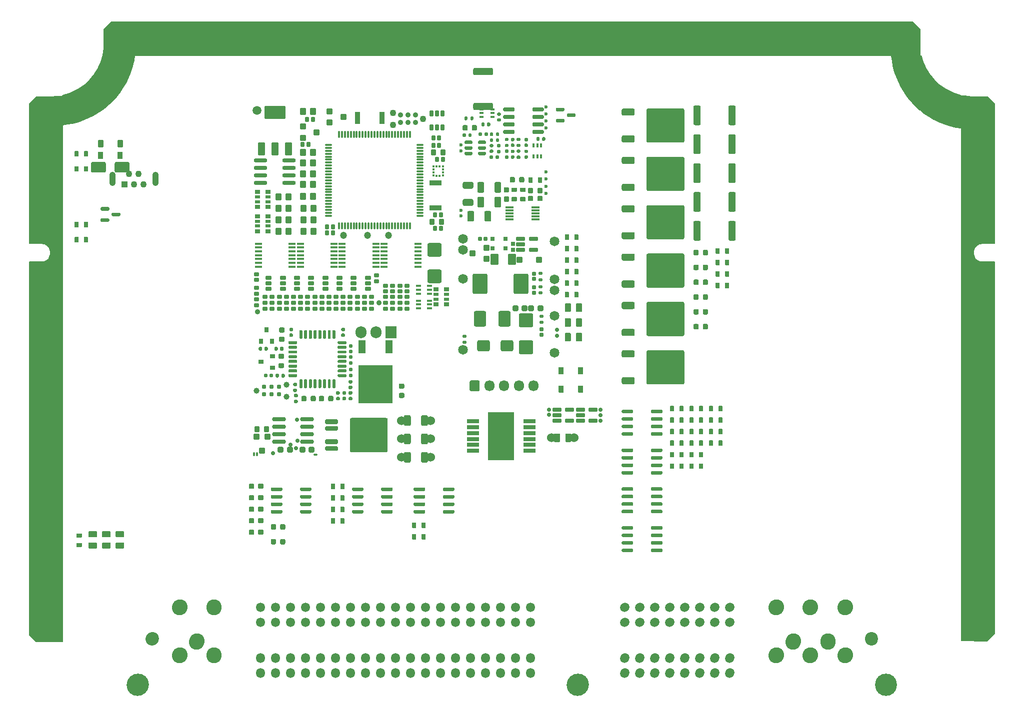
<source format=gts>
G75*
G70*
%OFA0B0*%
%FSLAX25Y25*%
%IPPOS*%
%LPD*%
%AMOC8*
5,1,8,0,0,1.08239X$1,22.5*
%
%AMM14*
21,1,0.092130,0.073230,0.000000,0.000000,270.000000*
21,1,0.069290,0.096060,0.000000,0.000000,270.000000*
1,1,0.022840,-0.036610,-0.034650*
1,1,0.022840,-0.036610,0.034650*
1,1,0.022840,0.036610,0.034650*
1,1,0.022840,0.036610,-0.034650*
%
%AMM15*
21,1,0.100000,0.111020,0.000000,0.000000,0.000000*
21,1,0.075590,0.135430,0.000000,0.000000,0.000000*
1,1,0.024410,0.037800,-0.055510*
1,1,0.024410,-0.037800,-0.055510*
1,1,0.024410,-0.037800,0.055510*
1,1,0.024410,0.037800,0.055510*
%
%AMM16*
21,1,0.080320,0.083460,0.000000,0.000000,0.000000*
21,1,0.059840,0.103940,0.000000,0.000000,0.000000*
1,1,0.020470,0.029920,-0.041730*
1,1,0.020470,-0.029920,-0.041730*
1,1,0.020470,-0.029920,0.041730*
1,1,0.020470,0.029920,0.041730*
%
%AMM17*
21,1,0.084250,0.053540,0.000000,0.000000,180.000000*
21,1,0.065350,0.072440,0.000000,0.000000,180.000000*
1,1,0.018900,-0.032680,0.026770*
1,1,0.018900,0.032680,0.026770*
1,1,0.018900,0.032680,-0.026770*
1,1,0.018900,-0.032680,-0.026770*
%
%AMM18*
21,1,0.040950,0.030320,0.000000,0.000000,90.000000*
21,1,0.028350,0.042910,0.000000,0.000000,90.000000*
1,1,0.012600,0.015160,0.014170*
1,1,0.012600,0.015160,-0.014170*
1,1,0.012600,-0.015160,-0.014170*
1,1,0.012600,-0.015160,0.014170*
%
%AMM19*
21,1,0.027170,0.052760,0.000000,0.000000,270.000000*
21,1,0.017320,0.062600,0.000000,0.000000,270.000000*
1,1,0.009840,-0.026380,-0.008660*
1,1,0.009840,-0.026380,0.008660*
1,1,0.009840,0.026380,0.008660*
1,1,0.009840,0.026380,-0.008660*
%
%AMM20*
21,1,0.041340,0.026770,0.000000,0.000000,0.000000*
21,1,0.029130,0.038980,0.000000,0.000000,0.000000*
1,1,0.012210,0.014570,-0.013390*
1,1,0.012210,-0.014570,-0.013390*
1,1,0.012210,-0.014570,0.013390*
1,1,0.012210,0.014570,0.013390*
%
%AMM21*
21,1,0.076380,0.036220,0.000000,0.000000,90.000000*
21,1,0.061810,0.050790,0.000000,0.000000,90.000000*
1,1,0.014570,0.018110,0.030910*
1,1,0.014570,0.018110,-0.030910*
1,1,0.014570,-0.018110,-0.030910*
1,1,0.014570,-0.018110,0.030910*
%
%AMM22*
21,1,0.038980,0.026770,0.000000,0.000000,0.000000*
21,1,0.026770,0.038980,0.000000,0.000000,0.000000*
1,1,0.012210,0.013390,-0.013390*
1,1,0.012210,-0.013390,-0.013390*
1,1,0.012210,-0.013390,0.013390*
1,1,0.012210,0.013390,0.013390*
%
%AMM23*
21,1,0.021260,0.016540,0.000000,0.000000,270.000000*
21,1,0.012600,0.025200,0.000000,0.000000,270.000000*
1,1,0.008660,-0.008270,-0.006300*
1,1,0.008660,-0.008270,0.006300*
1,1,0.008660,0.008270,0.006300*
1,1,0.008660,0.008270,-0.006300*
%
%AMM24*
21,1,0.029130,0.018900,0.000000,0.000000,90.000000*
21,1,0.018900,0.029130,0.000000,0.000000,90.000000*
1,1,0.010240,0.009450,0.009450*
1,1,0.010240,0.009450,-0.009450*
1,1,0.010240,-0.009450,-0.009450*
1,1,0.010240,-0.009450,0.009450*
%
%AMM25*
21,1,0.025200,0.019680,0.000000,0.000000,0.000000*
21,1,0.015750,0.029130,0.000000,0.000000,0.000000*
1,1,0.009450,0.007870,-0.009840*
1,1,0.009450,-0.007870,-0.009840*
1,1,0.009450,-0.007870,0.009840*
1,1,0.009450,0.007870,0.009840*
%
%AMM26*
21,1,0.025200,0.019680,0.000000,0.000000,270.000000*
21,1,0.015750,0.029130,0.000000,0.000000,270.000000*
1,1,0.009450,-0.009840,-0.007870*
1,1,0.009450,-0.009840,0.007870*
1,1,0.009450,0.009840,0.007870*
1,1,0.009450,0.009840,-0.007870*
%
%AMM55*
21,1,0.029530,0.026380,0.000000,0.000000,270.000000*
21,1,0.020470,0.035430,0.000000,0.000000,270.000000*
1,1,0.009060,-0.013190,-0.010240*
1,1,0.009060,-0.013190,0.010240*
1,1,0.009060,0.013190,0.010240*
1,1,0.009060,0.013190,-0.010240*
%
%AMM56*
21,1,0.021650,0.027950,0.000000,0.000000,270.000000*
21,1,0.014170,0.035430,0.000000,0.000000,270.000000*
1,1,0.007480,-0.013980,-0.007090*
1,1,0.007480,-0.013980,0.007090*
1,1,0.007480,0.013980,0.007090*
1,1,0.007480,0.013980,-0.007090*
%
%AMM57*
21,1,0.016540,0.028980,0.000000,0.000000,90.000000*
21,1,0.010080,0.035430,0.000000,0.000000,90.000000*
1,1,0.006460,0.014490,0.005040*
1,1,0.006460,0.014490,-0.005040*
1,1,0.006460,-0.014490,-0.005040*
1,1,0.006460,-0.014490,0.005040*
%
%AMM58*
21,1,0.027560,0.030710,0.000000,0.000000,180.000000*
21,1,0.018900,0.039370,0.000000,0.000000,180.000000*
1,1,0.008660,-0.009450,0.015350*
1,1,0.008660,0.009450,0.015350*
1,1,0.008660,0.009450,-0.015350*
1,1,0.008660,-0.009450,-0.015350*
%
%AMM59*
21,1,0.031500,0.018900,0.000000,0.000000,90.000000*
21,1,0.022840,0.027560,0.000000,0.000000,90.000000*
1,1,0.008660,0.009450,0.011420*
1,1,0.008660,0.009450,-0.011420*
1,1,0.008660,-0.009450,-0.011420*
1,1,0.008660,-0.009450,0.011420*
%
%AMM60*
21,1,0.035430,0.072440,0.000000,0.000000,90.000000*
21,1,0.025200,0.082680,0.000000,0.000000,90.000000*
1,1,0.010240,0.036220,0.012600*
1,1,0.010240,0.036220,-0.012600*
1,1,0.010240,-0.036220,-0.012600*
1,1,0.010240,-0.036220,0.012600*
%
%AMM61*
21,1,0.031500,0.018900,0.000000,0.000000,180.000000*
21,1,0.022840,0.027560,0.000000,0.000000,180.000000*
1,1,0.008660,-0.011420,0.009450*
1,1,0.008660,0.011420,0.009450*
1,1,0.008660,0.011420,-0.009450*
1,1,0.008660,-0.011420,-0.009450*
%
%AMM62*
21,1,0.027560,0.030710,0.000000,0.000000,270.000000*
21,1,0.018900,0.039370,0.000000,0.000000,270.000000*
1,1,0.008660,-0.015350,-0.009450*
1,1,0.008660,-0.015350,0.009450*
1,1,0.008660,0.015350,0.009450*
1,1,0.008660,0.015350,-0.009450*
%
%AMM63*
21,1,0.039370,0.030320,0.000000,0.000000,270.000000*
21,1,0.028350,0.041340,0.000000,0.000000,270.000000*
1,1,0.011020,-0.015160,-0.014170*
1,1,0.011020,-0.015160,0.014170*
1,1,0.011020,0.015160,0.014170*
1,1,0.011020,0.015160,-0.014170*
%
%AMM64*
21,1,0.047240,0.075980,0.000000,0.000000,0.000000*
21,1,0.034650,0.088580,0.000000,0.000000,0.000000*
1,1,0.012600,0.017320,-0.037990*
1,1,0.012600,-0.017320,-0.037990*
1,1,0.012600,-0.017320,0.037990*
1,1,0.012600,0.017320,0.037990*
%
%AMM65*
21,1,0.043310,0.035430,0.000000,0.000000,0.000000*
21,1,0.031500,0.047240,0.000000,0.000000,0.000000*
1,1,0.011810,0.015750,-0.017720*
1,1,0.011810,-0.015750,-0.017720*
1,1,0.011810,-0.015750,0.017720*
1,1,0.011810,0.015750,0.017720*
%
%AMM66*
21,1,0.031500,0.030710,0.000000,0.000000,0.000000*
21,1,0.022050,0.040160,0.000000,0.000000,0.000000*
1,1,0.009450,0.011020,-0.015350*
1,1,0.009450,-0.011020,-0.015350*
1,1,0.009450,-0.011020,0.015350*
1,1,0.009450,0.011020,0.015350*
%
%AMM67*
21,1,0.035430,0.072440,0.000000,0.000000,0.000000*
21,1,0.025200,0.082680,0.000000,0.000000,0.000000*
1,1,0.010240,0.012600,-0.036220*
1,1,0.010240,-0.012600,-0.036220*
1,1,0.010240,-0.012600,0.036220*
1,1,0.010240,0.012600,0.036220*
%
%AMM68*
21,1,0.141730,0.067720,0.000000,0.000000,0.000000*
21,1,0.120870,0.088580,0.000000,0.000000,0.000000*
1,1,0.020870,0.060430,-0.033860*
1,1,0.020870,-0.060430,-0.033860*
1,1,0.020870,-0.060430,0.033860*
1,1,0.020870,0.060430,0.033860*
%
%AMM69*
21,1,0.047240,0.075990,0.000000,0.000000,0.000000*
21,1,0.034650,0.088580,0.000000,0.000000,0.000000*
1,1,0.012600,0.017320,-0.037990*
1,1,0.012600,-0.017320,-0.037990*
1,1,0.012600,-0.017320,0.037990*
1,1,0.012600,0.017320,0.037990*
%
%AMM70*
21,1,0.090550,0.073230,0.000000,0.000000,90.000000*
21,1,0.069290,0.094490,0.000000,0.000000,90.000000*
1,1,0.021260,0.036610,0.034650*
1,1,0.021260,0.036610,-0.034650*
1,1,0.021260,-0.036610,-0.034650*
1,1,0.021260,-0.036610,0.034650*
%
%AMM95*
21,1,0.040950,0.030320,0.000000,0.000000,180.000000*
21,1,0.028350,0.042910,0.000000,0.000000,180.000000*
1,1,0.012600,-0.014170,0.015160*
1,1,0.012600,0.014170,0.015160*
1,1,0.012600,0.014170,-0.015160*
1,1,0.012600,-0.014170,-0.015160*
%
%AMM96*
21,1,0.033070,0.030710,0.000000,0.000000,180.000000*
21,1,0.022050,0.041730,0.000000,0.000000,180.000000*
1,1,0.011020,-0.011020,0.015350*
1,1,0.011020,0.011020,0.015350*
1,1,0.011020,0.011020,-0.015350*
1,1,0.011020,-0.011020,-0.015350*
%
%ADD10C,0.14567*%
%ADD109M14*%
%ADD11C,0.08661*%
%ADD110M15*%
%ADD111M16*%
%ADD112M17*%
%ADD113M18*%
%ADD114M19*%
%ADD115M20*%
%ADD116M21*%
%ADD117M22*%
%ADD118M23*%
%ADD119M24*%
%ADD12C,0.10236*%
%ADD120M25*%
%ADD121M26*%
%ADD122C,0.02913*%
%ADD123C,0.06457*%
%ADD13C,0.05906*%
%ADD139R,0.02559X0.01575*%
%ADD140R,0.01575X0.02559*%
%ADD142R,0.05512X0.01181*%
%ADD143R,0.07874X0.02559*%
%ADD144R,0.17717X0.31890*%
%ADD146R,0.03543X0.03150*%
%ADD147R,0.04724X0.08661*%
%ADD148C,0.05118*%
%ADD149R,0.22835X0.25197*%
%ADD150R,0.03150X0.03543*%
%ADD151C,0.03100*%
%ADD152R,0.07500X0.07874*%
%ADD153O,0.07500X0.07874*%
%ADD154C,0.03900*%
%ADD183M55*%
%ADD184M56*%
%ADD185M57*%
%ADD186O,0.05118X0.01260*%
%ADD187O,0.01260X0.05118*%
%ADD188O,0.04724X0.01575*%
%ADD189C,0.03494*%
%ADD190M58*%
%ADD191M59*%
%ADD192R,0.01772X0.01378*%
%ADD193R,0.01378X0.01772*%
%ADD194M60*%
%ADD195M61*%
%ADD196M62*%
%ADD197M63*%
%ADD198O,0.09055X0.02756*%
%ADD199M64*%
%ADD200M65*%
%ADD201M66*%
%ADD202M67*%
%ADD203M68*%
%ADD204M69*%
%ADD205C,0.03543*%
%ADD206M70*%
%ADD207C,0.04724*%
%ADD208C,0.04294*%
%ADD23C,0.02362*%
%ADD248O,0.02520X0.01535*%
%ADD249O,0.01535X0.02520*%
%ADD250M95*%
%ADD251O,0.09213X0.02913*%
%ADD252M96*%
%ADD29R,0.04331X0.04331*%
%ADD30C,0.04331*%
%ADD31O,0.04331X0.09449*%
%ADD32C,0.06000*%
%ADD48O,0.01969X0.00984*%
%ADD50O,0.00984X0.01969*%
%ADD60O,0.06693X0.07283*%
X0000000Y0000000D02*
%LPD*%
G01*
D10*
X0073417Y0021622D03*
D11*
X0083063Y0052331D03*
D10*
X0366724Y0021622D03*
D11*
X0562591Y0052331D03*
D10*
X0572236Y0021622D03*
D12*
X0101370Y0041307D03*
X0124205Y0041307D03*
X0112787Y0050480D03*
X0101370Y0073315D03*
X0124205Y0073315D03*
D13*
X0335307Y0073315D03*
X0325307Y0073315D03*
X0315307Y0073315D03*
X0305307Y0073315D03*
X0295307Y0073315D03*
X0285307Y0073315D03*
X0275307Y0073315D03*
X0265307Y0073315D03*
X0255307Y0073315D03*
X0245307Y0073315D03*
X0235307Y0073315D03*
X0225307Y0073315D03*
X0215307Y0073315D03*
X0205307Y0073315D03*
X0195307Y0073315D03*
X0185307Y0073315D03*
X0175307Y0073315D03*
X0165307Y0073315D03*
X0155307Y0073315D03*
X0335307Y0063315D03*
X0325307Y0063315D03*
X0315307Y0063315D03*
X0305307Y0063315D03*
X0295307Y0063315D03*
X0285307Y0063315D03*
X0275307Y0063315D03*
X0265307Y0063315D03*
X0255307Y0063315D03*
X0245307Y0063315D03*
X0235307Y0063315D03*
X0225307Y0063315D03*
X0215307Y0063315D03*
X0205307Y0063315D03*
X0195307Y0063315D03*
X0185307Y0063315D03*
X0175307Y0063315D03*
X0165307Y0063315D03*
X0155307Y0063315D03*
X0335307Y0039496D03*
X0325307Y0039496D03*
X0315307Y0039496D03*
X0305307Y0039496D03*
X0295307Y0039496D03*
X0285307Y0039496D03*
X0275307Y0039496D03*
X0265307Y0039496D03*
X0255307Y0039496D03*
X0245307Y0039496D03*
X0235307Y0039496D03*
X0225307Y0039496D03*
X0215307Y0039496D03*
X0205307Y0039496D03*
X0195307Y0039496D03*
X0185307Y0039496D03*
X0175307Y0039496D03*
X0165307Y0039496D03*
X0155307Y0039496D03*
X0335307Y0029496D03*
X0325307Y0029496D03*
X0315307Y0029496D03*
X0305307Y0029496D03*
X0295307Y0029496D03*
X0285307Y0029496D03*
X0275307Y0029496D03*
X0265307Y0029496D03*
X0255307Y0029496D03*
X0245307Y0029496D03*
X0235307Y0029496D03*
X0225307Y0029496D03*
X0215307Y0029496D03*
X0205307Y0029496D03*
X0195307Y0029496D03*
X0185307Y0029496D03*
X0175307Y0029496D03*
X0165307Y0029496D03*
X0155307Y0029496D03*
X0398181Y0029496D03*
X0408181Y0029496D03*
X0418181Y0029496D03*
X0428181Y0029496D03*
X0438181Y0029496D03*
X0448181Y0029496D03*
X0458181Y0029496D03*
X0468181Y0029496D03*
X0398181Y0039496D03*
X0408181Y0039496D03*
X0418181Y0039496D03*
X0428181Y0039496D03*
X0438181Y0039496D03*
X0448181Y0039496D03*
X0458181Y0039496D03*
X0468181Y0039496D03*
X0398181Y0063315D03*
X0408181Y0063315D03*
X0418181Y0063315D03*
X0428181Y0063315D03*
X0438181Y0063315D03*
X0448181Y0063315D03*
X0458181Y0063315D03*
X0468181Y0063315D03*
X0398181Y0073315D03*
X0408181Y0073315D03*
X0418181Y0073315D03*
X0428181Y0073315D03*
X0438181Y0073315D03*
X0448181Y0073315D03*
X0458181Y0073315D03*
X0468181Y0073315D03*
D12*
X0499008Y0041307D03*
X0521843Y0041307D03*
X0545071Y0041307D03*
X0510425Y0050480D03*
X0533654Y0050480D03*
X0499008Y0073315D03*
X0521843Y0073315D03*
X0545071Y0073315D03*
G36*
G01*
X0458504Y0301587D02*
X0458504Y0304658D01*
G75*
G02*
X0458780Y0304933I0000276J0000000D01*
G01*
X0460984Y0304933D01*
G75*
G02*
X0461260Y0304658I0000000J-000276D01*
G01*
X0461260Y0301587D01*
G75*
G02*
X0460984Y0301311I-000276J0000000D01*
G01*
X0458780Y0301311D01*
G75*
G02*
X0458504Y0301587I0000000J0000276D01*
G01*
G37*
G36*
G01*
X0464803Y0301587D02*
X0464803Y0304658D01*
G75*
G02*
X0465079Y0304933I0000276J0000000D01*
G01*
X0467283Y0304933D01*
G75*
G02*
X0467559Y0304658I0000000J-000276D01*
G01*
X0467559Y0301587D01*
G75*
G02*
X0467283Y0301311I-000276J0000000D01*
G01*
X0465079Y0301311D01*
G75*
G02*
X0464803Y0301587I0000000J0000276D01*
G01*
G37*
G36*
G01*
X0358071Y0260633D02*
X0358071Y0265554D01*
G75*
G02*
X0358465Y0265948I0000394J0000000D01*
G01*
X0361614Y0265948D01*
G75*
G02*
X0362008Y0265554I0000000J-000394D01*
G01*
X0362008Y0260633D01*
G75*
G02*
X0361614Y0260239I-000394J0000000D01*
G01*
X0358465Y0260239D01*
G75*
G02*
X0358071Y0260633I0000000J0000394D01*
G01*
G37*
G36*
G01*
X0365551Y0260633D02*
X0365551Y0265554D01*
G75*
G02*
X0365945Y0265948I0000394J0000000D01*
G01*
X0369095Y0265948D01*
G75*
G02*
X0369488Y0265554I0000000J-000394D01*
G01*
X0369488Y0260633D01*
G75*
G02*
X0369095Y0260239I-000394J0000000D01*
G01*
X0365945Y0260239D01*
G75*
G02*
X0365551Y0260633I0000000J0000394D01*
G01*
G37*
G36*
G01*
X0443819Y0269163D02*
X0443819Y0271181D01*
G75*
G02*
X0444680Y0272042I0000861J0000000D01*
G01*
X0446403Y0272042D01*
G75*
G02*
X0447264Y0271181I0000000J-000861D01*
G01*
X0447264Y0269163D01*
G75*
G02*
X0446403Y0268302I-000861J0000000D01*
G01*
X0444680Y0268302D01*
G75*
G02*
X0443819Y0269163I0000000J0000861D01*
G01*
G37*
G36*
G01*
X0450020Y0269163D02*
X0450020Y0271181D01*
G75*
G02*
X0450881Y0272042I0000861J0000000D01*
G01*
X0452603Y0272042D01*
G75*
G02*
X0453465Y0271181I0000000J-000861D01*
G01*
X0453465Y0269163D01*
G75*
G02*
X0452603Y0268302I-000861J0000000D01*
G01*
X0450881Y0268302D01*
G75*
G02*
X0450020Y0269163I0000000J0000861D01*
G01*
G37*
G36*
G01*
X0443819Y0308691D02*
X0443819Y0310709D01*
G75*
G02*
X0444680Y0311570I0000861J0000000D01*
G01*
X0446403Y0311570D01*
G75*
G02*
X0447264Y0310709I0000000J-000861D01*
G01*
X0447264Y0308691D01*
G75*
G02*
X0446403Y0307830I-000861J0000000D01*
G01*
X0444680Y0307830D01*
G75*
G02*
X0443819Y0308691I0000000J0000861D01*
G01*
G37*
G36*
G01*
X0450020Y0308691D02*
X0450020Y0310709D01*
G75*
G02*
X0450881Y0311570I0000861J0000000D01*
G01*
X0452603Y0311570D01*
G75*
G02*
X0453465Y0310709I0000000J-000861D01*
G01*
X0453465Y0308691D01*
G75*
G02*
X0452603Y0307830I-000861J0000000D01*
G01*
X0450881Y0307830D01*
G75*
G02*
X0450020Y0308691I0000000J0000861D01*
G01*
G37*
G36*
G01*
X0454134Y0196390D02*
X0454134Y0199461D01*
G75*
G02*
X0454409Y0199737I0000276J0000000D01*
G01*
X0456614Y0199737D01*
G75*
G02*
X0456890Y0199461I0000000J-000276D01*
G01*
X0456890Y0196390D01*
G75*
G02*
X0456614Y0196115I-000276J0000000D01*
G01*
X0454409Y0196115D01*
G75*
G02*
X0454134Y0196390I0000000J0000276D01*
G01*
G37*
G36*
G01*
X0460433Y0196390D02*
X0460433Y0199461D01*
G75*
G02*
X0460709Y0199737I0000276J0000000D01*
G01*
X0462913Y0199737D01*
G75*
G02*
X0463189Y0199461I0000000J-000276D01*
G01*
X0463189Y0196390D01*
G75*
G02*
X0462913Y0196115I-000276J0000000D01*
G01*
X0460709Y0196115D01*
G75*
G02*
X0460433Y0196390I0000000J0000276D01*
G01*
G37*
G36*
G01*
X0428150Y0188717D02*
X0428150Y0191788D01*
G75*
G02*
X0428425Y0192063I0000276J0000000D01*
G01*
X0430630Y0192063D01*
G75*
G02*
X0430906Y0191788I0000000J-000276D01*
G01*
X0430906Y0188717D01*
G75*
G02*
X0430630Y0188441I-000276J0000000D01*
G01*
X0428425Y0188441D01*
G75*
G02*
X0428150Y0188717I0000000J0000276D01*
G01*
G37*
G36*
G01*
X0434449Y0188717D02*
X0434449Y0191788D01*
G75*
G02*
X0434724Y0192063I0000276J0000000D01*
G01*
X0436929Y0192063D01*
G75*
G02*
X0437205Y0191788I0000000J-000276D01*
G01*
X0437205Y0188717D01*
G75*
G02*
X0436929Y0188441I-000276J0000000D01*
G01*
X0434724Y0188441D01*
G75*
G02*
X0434449Y0188717I0000000J0000276D01*
G01*
G37*
G36*
G01*
X0202087Y0152174D02*
X0202087Y0155245D01*
G75*
G02*
X0202362Y0155520I0000276J0000000D01*
G01*
X0204567Y0155520D01*
G75*
G02*
X0204843Y0155245I0000000J-000276D01*
G01*
X0204843Y0152174D01*
G75*
G02*
X0204567Y0151898I-000276J0000000D01*
G01*
X0202362Y0151898D01*
G75*
G02*
X0202087Y0152174I0000000J0000276D01*
G01*
G37*
G36*
G01*
X0208386Y0152174D02*
X0208386Y0155245D01*
G75*
G02*
X0208661Y0155520I0000276J0000000D01*
G01*
X0210866Y0155520D01*
G75*
G02*
X0211142Y0155245I0000000J-000276D01*
G01*
X0211142Y0152174D01*
G75*
G02*
X0210866Y0151898I-000276J0000000D01*
G01*
X0208661Y0151898D01*
G75*
G02*
X0208386Y0152174I0000000J0000276D01*
G01*
G37*
D23*
X0345472Y0397515D03*
X0345472Y0392790D03*
X0345472Y0402239D03*
X0345472Y0406964D03*
X0288681Y0381530D03*
X0288681Y0377593D03*
G36*
G01*
X0395965Y0337554D02*
X0395965Y0340310D01*
G75*
G02*
X0396949Y0341294I0000984J0000000D01*
G01*
X0403642Y0341294D01*
G75*
G02*
X0404626Y0340310I0000000J-000984D01*
G01*
X0404626Y0337554D01*
G75*
G02*
X0403642Y0336570I-000984J0000000D01*
G01*
X0396949Y0336570D01*
G75*
G02*
X0395965Y0337554I0000000J0000984D01*
G01*
G37*
G36*
G01*
X0412500Y0319523D02*
X0412500Y0340389D01*
G75*
G02*
X0413484Y0341373I0000984J0000000D01*
G01*
X0436713Y0341373D01*
G75*
G02*
X0437697Y0340389I0000000J-000984D01*
G01*
X0437697Y0319523D01*
G75*
G02*
X0436713Y0318538I-000984J0000000D01*
G01*
X0413484Y0318538D01*
G75*
G02*
X0412500Y0319523I0000000J0000984D01*
G01*
G37*
G36*
G01*
X0395965Y0319601D02*
X0395965Y0322357D01*
G75*
G02*
X0396949Y0323341I0000984J0000000D01*
G01*
X0403642Y0323341D01*
G75*
G02*
X0404626Y0322357I0000000J-000984D01*
G01*
X0404626Y0319601D01*
G75*
G02*
X0403642Y0318617I-000984J0000000D01*
G01*
X0396949Y0318617D01*
G75*
G02*
X0395965Y0319601I0000000J0000984D01*
G01*
G37*
G36*
G01*
X0032717Y0122343D02*
X0035787Y0122343D01*
G75*
G02*
X0036063Y0122067I0000000J-000276D01*
G01*
X0036063Y0119862D01*
G75*
G02*
X0035787Y0119587I-000276J0000000D01*
G01*
X0032717Y0119587D01*
G75*
G02*
X0032441Y0119862I0000000J0000276D01*
G01*
X0032441Y0122067D01*
G75*
G02*
X0032717Y0122343I0000276J0000000D01*
G01*
G37*
G36*
G01*
X0032717Y0116043D02*
X0035787Y0116043D01*
G75*
G02*
X0036063Y0115768I0000000J-000276D01*
G01*
X0036063Y0113563D01*
G75*
G02*
X0035787Y0113287I-000276J0000000D01*
G01*
X0032717Y0113287D01*
G75*
G02*
X0032441Y0113563I0000000J0000276D01*
G01*
X0032441Y0115768D01*
G75*
G02*
X0032717Y0116043I0000276J0000000D01*
G01*
G37*
G36*
G01*
X0040205Y0377126D02*
X0040205Y0374055D01*
G75*
G02*
X0039929Y0373780I-000276J0000000D01*
G01*
X0037724Y0373780D01*
G75*
G02*
X0037449Y0374055I0000000J0000276D01*
G01*
X0037449Y0377126D01*
G75*
G02*
X0037724Y0377402I0000276J0000000D01*
G01*
X0039929Y0377402D01*
G75*
G02*
X0040205Y0377126I0000000J-000276D01*
G01*
G37*
G36*
G01*
X0033906Y0377126D02*
X0033906Y0374055D01*
G75*
G02*
X0033630Y0373780I-000276J0000000D01*
G01*
X0031425Y0373780D01*
G75*
G02*
X0031150Y0374055I0000000J0000276D01*
G01*
X0031150Y0377126D01*
G75*
G02*
X0031425Y0377402I0000276J0000000D01*
G01*
X0033630Y0377402D01*
G75*
G02*
X0033906Y0377126I0000000J-000276D01*
G01*
G37*
G36*
G01*
X0441142Y0196390D02*
X0441142Y0199461D01*
G75*
G02*
X0441417Y0199737I0000276J0000000D01*
G01*
X0443622Y0199737D01*
G75*
G02*
X0443898Y0199461I0000000J-000276D01*
G01*
X0443898Y0196390D01*
G75*
G02*
X0443622Y0196115I-000276J0000000D01*
G01*
X0441417Y0196115D01*
G75*
G02*
X0441142Y0196390I0000000J0000276D01*
G01*
G37*
G36*
G01*
X0447441Y0196390D02*
X0447441Y0199461D01*
G75*
G02*
X0447717Y0199737I0000276J0000000D01*
G01*
X0449921Y0199737D01*
G75*
G02*
X0450197Y0199461I0000000J-000276D01*
G01*
X0450197Y0196390D01*
G75*
G02*
X0449921Y0196115I-000276J0000000D01*
G01*
X0447717Y0196115D01*
G75*
G02*
X0447441Y0196390I0000000J0000276D01*
G01*
G37*
G36*
G01*
X0458504Y0286240D02*
X0458504Y0289311D01*
G75*
G02*
X0458780Y0289587I0000276J0000000D01*
G01*
X0460984Y0289587D01*
G75*
G02*
X0461260Y0289311I0000000J-000276D01*
G01*
X0461260Y0286240D01*
G75*
G02*
X0460984Y0285965I-000276J0000000D01*
G01*
X0458780Y0285965D01*
G75*
G02*
X0458504Y0286240I0000000J0000276D01*
G01*
G37*
G36*
G01*
X0464803Y0286240D02*
X0464803Y0289311D01*
G75*
G02*
X0465079Y0289587I0000276J0000000D01*
G01*
X0467283Y0289587D01*
G75*
G02*
X0467559Y0289311I0000000J-000276D01*
G01*
X0467559Y0286240D01*
G75*
G02*
X0467283Y0285965I-000276J0000000D01*
G01*
X0465079Y0285965D01*
G75*
G02*
X0464803Y0286240I0000000J0000276D01*
G01*
G37*
G36*
G01*
X0147441Y0129444D02*
X0147441Y0132121D01*
G75*
G02*
X0147776Y0132456I0000335J0000000D01*
G01*
X0150453Y0132456D01*
G75*
G02*
X0150787Y0132121I0000000J-000335D01*
G01*
X0150787Y0129444D01*
G75*
G02*
X0150453Y0129109I-000335J0000000D01*
G01*
X0147776Y0129109D01*
G75*
G02*
X0147441Y0129444I0000000J0000335D01*
G01*
G37*
G36*
G01*
X0153661Y0129444D02*
X0153661Y0132121D01*
G75*
G02*
X0153996Y0132456I0000335J0000000D01*
G01*
X0156673Y0132456D01*
G75*
G02*
X0157008Y0132121I0000000J-000335D01*
G01*
X0157008Y0129444D01*
G75*
G02*
X0156673Y0129109I-000335J0000000D01*
G01*
X0153996Y0129109D01*
G75*
G02*
X0153661Y0129444I0000000J0000335D01*
G01*
G37*
G36*
G01*
X0443819Y0288927D02*
X0443819Y0290945D01*
G75*
G02*
X0444680Y0291806I0000861J0000000D01*
G01*
X0446403Y0291806D01*
G75*
G02*
X0447264Y0290945I0000000J-000861D01*
G01*
X0447264Y0288927D01*
G75*
G02*
X0446403Y0288066I-000861J0000000D01*
G01*
X0444680Y0288066D01*
G75*
G02*
X0443819Y0288927I0000000J0000861D01*
G01*
G37*
G36*
G01*
X0450020Y0288927D02*
X0450020Y0290945D01*
G75*
G02*
X0450881Y0291806I0000861J0000000D01*
G01*
X0452603Y0291806D01*
G75*
G02*
X0453465Y0290945I0000000J-000861D01*
G01*
X0453465Y0288927D01*
G75*
G02*
X0452603Y0288066I-000861J0000000D01*
G01*
X0450881Y0288066D01*
G75*
G02*
X0450020Y0288927I0000000J0000861D01*
G01*
G37*
D29*
X0064417Y0355315D03*
D30*
X0067567Y0362205D03*
X0070717Y0355315D03*
X0073866Y0362205D03*
X0077016Y0355315D03*
D31*
X0056346Y0358760D03*
X0085087Y0358760D03*
G36*
G01*
X0443819Y0298809D02*
X0443819Y0300827D01*
G75*
G02*
X0444680Y0301688I0000861J0000000D01*
G01*
X0446403Y0301688D01*
G75*
G02*
X0447264Y0300827I0000000J-000861D01*
G01*
X0447264Y0298809D01*
G75*
G02*
X0446403Y0297948I-000861J0000000D01*
G01*
X0444680Y0297948D01*
G75*
G02*
X0443819Y0298809I0000000J0000861D01*
G01*
G37*
G36*
G01*
X0450020Y0298809D02*
X0450020Y0300827D01*
G75*
G02*
X0450881Y0301688I0000861J0000000D01*
G01*
X0452603Y0301688D01*
G75*
G02*
X0453465Y0300827I0000000J-000861D01*
G01*
X0453465Y0298809D01*
G75*
G02*
X0452603Y0297948I-000861J0000000D01*
G01*
X0450881Y0297948D01*
G75*
G02*
X0450020Y0298809I0000000J0000861D01*
G01*
G37*
G36*
G01*
X0443780Y0357160D02*
X0443780Y0368381D01*
G75*
G02*
X0444764Y0369365I0000984J0000000D01*
G01*
X0447618Y0369365D01*
G75*
G02*
X0448602Y0368381I0000000J-000984D01*
G01*
X0448602Y0357160D01*
G75*
G02*
X0447618Y0356176I-000984J0000000D01*
G01*
X0444764Y0356176D01*
G75*
G02*
X0443780Y0357160I0000000J0000984D01*
G01*
G37*
G36*
G01*
X0467106Y0357160D02*
X0467106Y0368381D01*
G75*
G02*
X0468091Y0369365I0000984J0000000D01*
G01*
X0470945Y0369365D01*
G75*
G02*
X0471929Y0368381I0000000J-000984D01*
G01*
X0471929Y0357160D01*
G75*
G02*
X0470945Y0356176I-000984J0000000D01*
G01*
X0468091Y0356176D01*
G75*
G02*
X0467106Y0357160I0000000J0000984D01*
G01*
G37*
G36*
G01*
X0040205Y0319843D02*
X0040205Y0316772D01*
G75*
G02*
X0039929Y0316496I-000276J0000000D01*
G01*
X0037724Y0316496D01*
G75*
G02*
X0037449Y0316772I0000000J0000276D01*
G01*
X0037449Y0319843D01*
G75*
G02*
X0037724Y0320118I0000276J0000000D01*
G01*
X0039929Y0320118D01*
G75*
G02*
X0040205Y0319843I0000000J-000276D01*
G01*
G37*
G36*
G01*
X0033906Y0319843D02*
X0033906Y0316772D01*
G75*
G02*
X0033630Y0316496I-000276J0000000D01*
G01*
X0031425Y0316496D01*
G75*
G02*
X0031150Y0316772I0000000J0000276D01*
G01*
X0031150Y0319843D01*
G75*
G02*
X0031425Y0320118I0000276J0000000D01*
G01*
X0033630Y0320118D01*
G75*
G02*
X0033906Y0319843I0000000J-000276D01*
G01*
G37*
G36*
G01*
X0162047Y0125699D02*
X0162047Y0127716D01*
G75*
G02*
X0162908Y0128578I0000861J0000000D01*
G01*
X0164631Y0128578D01*
G75*
G02*
X0165492Y0127716I0000000J-000861D01*
G01*
X0165492Y0125699D01*
G75*
G02*
X0164631Y0124838I-000861J0000000D01*
G01*
X0162908Y0124838D01*
G75*
G02*
X0162047Y0125699I0000000J0000861D01*
G01*
G37*
G36*
G01*
X0168248Y0125699D02*
X0168248Y0127716D01*
G75*
G02*
X0169109Y0128578I0000861J0000000D01*
G01*
X0170832Y0128578D01*
G75*
G02*
X0171693Y0127716I0000000J-000861D01*
G01*
X0171693Y0125699D01*
G75*
G02*
X0170832Y0124838I-000861J0000000D01*
G01*
X0169109Y0124838D01*
G75*
G02*
X0168248Y0125699I0000000J0000861D01*
G01*
G37*
G36*
G01*
X0046898Y0380374D02*
X0046898Y0384390D01*
G75*
G02*
X0047252Y0384744I0000354J0000000D01*
G01*
X0050087Y0384744D01*
G75*
G02*
X0050441Y0384390I0000000J-000354D01*
G01*
X0050441Y0380374D01*
G75*
G02*
X0050087Y0380020I-000354J0000000D01*
G01*
X0047252Y0380020D01*
G75*
G02*
X0046898Y0380374I0000000J0000354D01*
G01*
G37*
G36*
G01*
X0059890Y0380374D02*
X0059890Y0384390D01*
G75*
G02*
X0060244Y0384744I0000354J0000000D01*
G01*
X0063079Y0384744D01*
G75*
G02*
X0063433Y0384390I0000000J-000354D01*
G01*
X0063433Y0380374D01*
G75*
G02*
X0063079Y0380020I-000354J0000000D01*
G01*
X0060244Y0380020D01*
G75*
G02*
X0059890Y0380374I0000000J0000354D01*
G01*
G37*
G36*
G01*
X0256220Y0126268D02*
X0256220Y0129339D01*
G75*
G02*
X0256496Y0129615I0000276J0000000D01*
G01*
X0258701Y0129615D01*
G75*
G02*
X0258976Y0129339I0000000J-000276D01*
G01*
X0258976Y0126268D01*
G75*
G02*
X0258701Y0125993I-000276J0000000D01*
G01*
X0256496Y0125993D01*
G75*
G02*
X0256220Y0126268I0000000J0000276D01*
G01*
G37*
G36*
G01*
X0262520Y0126268D02*
X0262520Y0129339D01*
G75*
G02*
X0262795Y0129615I0000276J0000000D01*
G01*
X0265000Y0129615D01*
G75*
G02*
X0265276Y0129339I0000000J-000276D01*
G01*
X0265276Y0126268D01*
G75*
G02*
X0265000Y0125993I-000276J0000000D01*
G01*
X0262795Y0125993D01*
G75*
G02*
X0262520Y0126268I0000000J0000276D01*
G01*
G37*
G36*
G01*
X0202087Y0129154D02*
X0202087Y0132224D01*
G75*
G02*
X0202362Y0132500I0000276J0000000D01*
G01*
X0204567Y0132500D01*
G75*
G02*
X0204843Y0132224I0000000J-000276D01*
G01*
X0204843Y0129154D01*
G75*
G02*
X0204567Y0128878I-000276J0000000D01*
G01*
X0202362Y0128878D01*
G75*
G02*
X0202087Y0129154I0000000J0000276D01*
G01*
G37*
G36*
G01*
X0208386Y0129154D02*
X0208386Y0132224D01*
G75*
G02*
X0208661Y0132500I0000276J0000000D01*
G01*
X0210866Y0132500D01*
G75*
G02*
X0211142Y0132224I0000000J-000276D01*
G01*
X0211142Y0129154D01*
G75*
G02*
X0210866Y0128878I-000276J0000000D01*
G01*
X0208661Y0128878D01*
G75*
G02*
X0208386Y0129154I0000000J0000276D01*
G01*
G37*
G36*
G01*
X0358071Y0310839D02*
X0358071Y0313910D01*
G75*
G02*
X0358346Y0314185I0000276J0000000D01*
G01*
X0360551Y0314185D01*
G75*
G02*
X0360827Y0313910I0000000J-000276D01*
G01*
X0360827Y0310839D01*
G75*
G02*
X0360551Y0310563I-000276J0000000D01*
G01*
X0358346Y0310563D01*
G75*
G02*
X0358071Y0310839I0000000J0000276D01*
G01*
G37*
G36*
G01*
X0364370Y0310839D02*
X0364370Y0313910D01*
G75*
G02*
X0364646Y0314185I0000276J0000000D01*
G01*
X0366850Y0314185D01*
G75*
G02*
X0367126Y0313910I0000000J-000276D01*
G01*
X0367126Y0310839D01*
G75*
G02*
X0366850Y0310563I-000276J0000000D01*
G01*
X0364646Y0310563D01*
G75*
G02*
X0364370Y0310839I0000000J0000276D01*
G01*
G37*
G36*
G01*
X0454134Y0181043D02*
X0454134Y0184114D01*
G75*
G02*
X0454409Y0184390I0000276J0000000D01*
G01*
X0456614Y0184390D01*
G75*
G02*
X0456890Y0184114I0000000J-000276D01*
G01*
X0456890Y0181043D01*
G75*
G02*
X0456614Y0180768I-000276J0000000D01*
G01*
X0454409Y0180768D01*
G75*
G02*
X0454134Y0181043I0000000J0000276D01*
G01*
G37*
G36*
G01*
X0460433Y0181043D02*
X0460433Y0184114D01*
G75*
G02*
X0460709Y0184390I0000276J0000000D01*
G01*
X0462913Y0184390D01*
G75*
G02*
X0463189Y0184114I0000000J-000276D01*
G01*
X0463189Y0181043D01*
G75*
G02*
X0462913Y0180768I-000276J0000000D01*
G01*
X0460709Y0180768D01*
G75*
G02*
X0460433Y0181043I0000000J0000276D01*
G01*
G37*
G36*
G01*
X0441142Y0188717D02*
X0441142Y0191788D01*
G75*
G02*
X0441417Y0192063I0000276J0000000D01*
G01*
X0443622Y0192063D01*
G75*
G02*
X0443898Y0191788I0000000J-000276D01*
G01*
X0443898Y0188717D01*
G75*
G02*
X0443622Y0188441I-000276J0000000D01*
G01*
X0441417Y0188441D01*
G75*
G02*
X0441142Y0188717I0000000J0000276D01*
G01*
G37*
G36*
G01*
X0447441Y0188717D02*
X0447441Y0191788D01*
G75*
G02*
X0447717Y0192063I0000276J0000000D01*
G01*
X0449921Y0192063D01*
G75*
G02*
X0450197Y0191788I0000000J-000276D01*
G01*
X0450197Y0188717D01*
G75*
G02*
X0449921Y0188441I-000276J0000000D01*
G01*
X0447717Y0188441D01*
G75*
G02*
X0447441Y0188717I0000000J0000276D01*
G01*
G37*
G36*
G01*
X0067764Y0369193D02*
X0067764Y0364075D01*
G75*
G02*
X0066780Y0363091I-000984J0000000D01*
G01*
X0058906Y0363091D01*
G75*
G02*
X0057921Y0364075I0000000J0000984D01*
G01*
X0057921Y0369193D01*
G75*
G02*
X0058906Y0370177I0000984J0000000D01*
G01*
X0066780Y0370177D01*
G75*
G02*
X0067764Y0369193I0000000J-000984D01*
G01*
G37*
G36*
G01*
X0052016Y0369193D02*
X0052016Y0364075D01*
G75*
G02*
X0051031Y0363091I-000984J0000000D01*
G01*
X0043157Y0363091D01*
G75*
G02*
X0042173Y0364075I0000000J0000984D01*
G01*
X0042173Y0369193D01*
G75*
G02*
X0043157Y0370177I0000984J0000000D01*
G01*
X0051031Y0370177D01*
G75*
G02*
X0052016Y0369193I0000000J-000984D01*
G01*
G37*
G36*
G01*
X0358071Y0287819D02*
X0358071Y0290890D01*
G75*
G02*
X0358346Y0291165I0000276J0000000D01*
G01*
X0360551Y0291165D01*
G75*
G02*
X0360827Y0290890I0000000J-000276D01*
G01*
X0360827Y0287819D01*
G75*
G02*
X0360551Y0287543I-000276J0000000D01*
G01*
X0358346Y0287543D01*
G75*
G02*
X0358071Y0287819I0000000J0000276D01*
G01*
G37*
G36*
G01*
X0364370Y0287819D02*
X0364370Y0290890D01*
G75*
G02*
X0364646Y0291165I0000276J0000000D01*
G01*
X0366850Y0291165D01*
G75*
G02*
X0367126Y0290890I0000000J-000276D01*
G01*
X0367126Y0287819D01*
G75*
G02*
X0366850Y0287543I-000276J0000000D01*
G01*
X0364646Y0287543D01*
G75*
G02*
X0364370Y0287819I0000000J0000276D01*
G01*
G37*
G36*
G01*
X0443780Y0318656D02*
X0443780Y0329877D01*
G75*
G02*
X0444764Y0330861I0000984J0000000D01*
G01*
X0447618Y0330861D01*
G75*
G02*
X0448602Y0329877I0000000J-000984D01*
G01*
X0448602Y0318656D01*
G75*
G02*
X0447618Y0317672I-000984J0000000D01*
G01*
X0444764Y0317672D01*
G75*
G02*
X0443780Y0318656I0000000J0000984D01*
G01*
G37*
G36*
G01*
X0467106Y0318656D02*
X0467106Y0329877D01*
G75*
G02*
X0468091Y0330861I0000984J0000000D01*
G01*
X0470945Y0330861D01*
G75*
G02*
X0471929Y0329877I0000000J-000984D01*
G01*
X0471929Y0318656D01*
G75*
G02*
X0470945Y0317672I-000984J0000000D01*
G01*
X0468091Y0317672D01*
G75*
G02*
X0467106Y0318656I0000000J0000984D01*
G01*
G37*
G36*
G01*
X0049902Y0123720D02*
X0054823Y0123720D01*
G75*
G02*
X0055217Y0123327I0000000J-000394D01*
G01*
X0055217Y0120177D01*
G75*
G02*
X0054823Y0119783I-000394J0000000D01*
G01*
X0049902Y0119783D01*
G75*
G02*
X0049508Y0120177I0000000J0000394D01*
G01*
X0049508Y0123327D01*
G75*
G02*
X0049902Y0123720I0000394J0000000D01*
G01*
G37*
G36*
G01*
X0049902Y0116240D02*
X0054823Y0116240D01*
G75*
G02*
X0055217Y0115846I0000000J-000394D01*
G01*
X0055217Y0112697D01*
G75*
G02*
X0054823Y0112303I-000394J0000000D01*
G01*
X0049902Y0112303D01*
G75*
G02*
X0049508Y0112697I0000000J0000394D01*
G01*
X0049508Y0115846D01*
G75*
G02*
X0049902Y0116240I0000394J0000000D01*
G01*
G37*
G36*
G01*
X0441142Y0173370D02*
X0441142Y0176441D01*
G75*
G02*
X0441417Y0176716I0000276J0000000D01*
G01*
X0443622Y0176716D01*
G75*
G02*
X0443898Y0176441I0000000J-000276D01*
G01*
X0443898Y0173370D01*
G75*
G02*
X0443622Y0173094I-000276J0000000D01*
G01*
X0441417Y0173094D01*
G75*
G02*
X0441142Y0173370I0000000J0000276D01*
G01*
G37*
G36*
G01*
X0447441Y0173370D02*
X0447441Y0176441D01*
G75*
G02*
X0447717Y0176716I0000276J0000000D01*
G01*
X0449921Y0176716D01*
G75*
G02*
X0450197Y0176441I0000000J-000276D01*
G01*
X0450197Y0173370D01*
G75*
G02*
X0449921Y0173094I-000276J0000000D01*
G01*
X0447717Y0173094D01*
G75*
G02*
X0447441Y0173370I0000000J0000276D01*
G01*
G37*
G36*
G01*
X0063236Y0376516D02*
X0063236Y0372500D01*
G75*
G02*
X0062882Y0372146I-000354J0000000D01*
G01*
X0060047Y0372146D01*
G75*
G02*
X0059693Y0372500I0000000J0000354D01*
G01*
X0059693Y0376516D01*
G75*
G02*
X0060047Y0376870I0000354J0000000D01*
G01*
X0062882Y0376870D01*
G75*
G02*
X0063236Y0376516I0000000J-000354D01*
G01*
G37*
G36*
G01*
X0050244Y0376516D02*
X0050244Y0372500D01*
G75*
G02*
X0049890Y0372146I-000354J0000000D01*
G01*
X0047055Y0372146D01*
G75*
G02*
X0046701Y0372500I0000000J0000354D01*
G01*
X0046701Y0376516D01*
G75*
G02*
X0047055Y0376870I0000354J0000000D01*
G01*
X0049890Y0376870D01*
G75*
G02*
X0050244Y0376516I0000000J-000354D01*
G01*
G37*
G36*
G01*
X0428150Y0165696D02*
X0428150Y0168767D01*
G75*
G02*
X0428425Y0169043I0000276J0000000D01*
G01*
X0430630Y0169043D01*
G75*
G02*
X0430906Y0168767I0000000J-000276D01*
G01*
X0430906Y0165696D01*
G75*
G02*
X0430630Y0165421I-000276J0000000D01*
G01*
X0428425Y0165421D01*
G75*
G02*
X0428150Y0165696I0000000J0000276D01*
G01*
G37*
G36*
G01*
X0434449Y0165696D02*
X0434449Y0168767D01*
G75*
G02*
X0434724Y0169043I0000276J0000000D01*
G01*
X0436929Y0169043D01*
G75*
G02*
X0437205Y0168767I0000000J-000276D01*
G01*
X0437205Y0165696D01*
G75*
G02*
X0436929Y0165421I-000276J0000000D01*
G01*
X0434724Y0165421D01*
G75*
G02*
X0434449Y0165696I0000000J0000276D01*
G01*
G37*
D32*
X0349116Y0186194D03*
G36*
G01*
X0350907Y0183734D02*
X0350907Y0188655D01*
G75*
G02*
X0351301Y0189049I0000394J0000000D01*
G01*
X0354450Y0189049D01*
G75*
G02*
X0354844Y0188655I0000000J-000394D01*
G01*
X0354844Y0183734D01*
G75*
G02*
X0354450Y0183340I-000394J0000000D01*
G01*
X0351301Y0183340D01*
G75*
G02*
X0350907Y0183734I0000000J0000394D01*
G01*
G37*
G36*
G01*
X0358387Y0183734D02*
X0358387Y0188655D01*
G75*
G02*
X0358781Y0189049I0000394J0000000D01*
G01*
X0361931Y0189049D01*
G75*
G02*
X0362324Y0188655I0000000J-000394D01*
G01*
X0362324Y0183734D01*
G75*
G02*
X0361931Y0183340I-000394J0000000D01*
G01*
X0358781Y0183340D01*
G75*
G02*
X0358387Y0183734I0000000J0000394D01*
G01*
G37*
X0364116Y0186194D03*
G36*
G01*
X0358071Y0280145D02*
X0358071Y0283216D01*
G75*
G02*
X0358346Y0283492I0000276J0000000D01*
G01*
X0360551Y0283492D01*
G75*
G02*
X0360827Y0283216I0000000J-000276D01*
G01*
X0360827Y0280145D01*
G75*
G02*
X0360551Y0279870I-000276J0000000D01*
G01*
X0358346Y0279870D01*
G75*
G02*
X0358071Y0280145I0000000J0000276D01*
G01*
G37*
G36*
G01*
X0364370Y0280145D02*
X0364370Y0283216D01*
G75*
G02*
X0364646Y0283492I0000276J0000000D01*
G01*
X0366850Y0283492D01*
G75*
G02*
X0367126Y0283216I0000000J-000276D01*
G01*
X0367126Y0280145D01*
G75*
G02*
X0366850Y0279870I-000276J0000000D01*
G01*
X0364646Y0279870D01*
G75*
G02*
X0364370Y0280145I0000000J0000276D01*
G01*
G37*
G36*
G01*
X0443819Y0259281D02*
X0443819Y0261299D01*
G75*
G02*
X0444680Y0262160I0000861J0000000D01*
G01*
X0446403Y0262160D01*
G75*
G02*
X0447264Y0261299I0000000J-000861D01*
G01*
X0447264Y0259281D01*
G75*
G02*
X0446403Y0258420I-000861J0000000D01*
G01*
X0444680Y0258420D01*
G75*
G02*
X0443819Y0259281I0000000J0000861D01*
G01*
G37*
G36*
G01*
X0450020Y0259281D02*
X0450020Y0261299D01*
G75*
G02*
X0450881Y0262160I0000861J0000000D01*
G01*
X0452603Y0262160D01*
G75*
G02*
X0453465Y0261299I0000000J-000861D01*
G01*
X0453465Y0259281D01*
G75*
G02*
X0452603Y0258420I-000861J0000000D01*
G01*
X0450881Y0258420D01*
G75*
G02*
X0450020Y0259281I0000000J0000861D01*
G01*
G37*
G36*
G01*
X0358071Y0270487D02*
X0358071Y0275408D01*
G75*
G02*
X0358465Y0275802I0000394J0000000D01*
G01*
X0361614Y0275802D01*
G75*
G02*
X0362008Y0275408I0000000J-000394D01*
G01*
X0362008Y0270487D01*
G75*
G02*
X0361614Y0270093I-000394J0000000D01*
G01*
X0358465Y0270093D01*
G75*
G02*
X0358071Y0270487I0000000J0000394D01*
G01*
G37*
G36*
G01*
X0365551Y0270487D02*
X0365551Y0275408D01*
G75*
G02*
X0365945Y0275802I0000394J0000000D01*
G01*
X0369095Y0275802D01*
G75*
G02*
X0369488Y0275408I0000000J-000394D01*
G01*
X0369488Y0270487D01*
G75*
G02*
X0369095Y0270093I-000394J0000000D01*
G01*
X0365945Y0270093D01*
G75*
G02*
X0365551Y0270487I0000000J0000394D01*
G01*
G37*
G36*
G01*
X0443780Y0337908D02*
X0443780Y0349129D01*
G75*
G02*
X0444764Y0350113I0000984J0000000D01*
G01*
X0447618Y0350113D01*
G75*
G02*
X0448602Y0349129I0000000J-000984D01*
G01*
X0448602Y0337908D01*
G75*
G02*
X0447618Y0336924I-000984J0000000D01*
G01*
X0444764Y0336924D01*
G75*
G02*
X0443780Y0337908I0000000J0000984D01*
G01*
G37*
G36*
G01*
X0467106Y0337908D02*
X0467106Y0349129D01*
G75*
G02*
X0468091Y0350113I0000984J0000000D01*
G01*
X0470945Y0350113D01*
G75*
G02*
X0471929Y0349129I0000000J-000984D01*
G01*
X0471929Y0337908D01*
G75*
G02*
X0470945Y0336924I-000984J0000000D01*
G01*
X0468091Y0336924D01*
G75*
G02*
X0467106Y0337908I0000000J0000984D01*
G01*
G37*
G36*
G01*
X0428150Y0204064D02*
X0428150Y0207134D01*
G75*
G02*
X0428425Y0207410I0000276J0000000D01*
G01*
X0430630Y0207410D01*
G75*
G02*
X0430906Y0207134I0000000J-000276D01*
G01*
X0430906Y0204064D01*
G75*
G02*
X0430630Y0203788I-000276J0000000D01*
G01*
X0428425Y0203788D01*
G75*
G02*
X0428150Y0204064I0000000J0000276D01*
G01*
G37*
G36*
G01*
X0434449Y0204064D02*
X0434449Y0207134D01*
G75*
G02*
X0434724Y0207410I0000276J0000000D01*
G01*
X0436929Y0207410D01*
G75*
G02*
X0437205Y0207134I0000000J-000276D01*
G01*
X0437205Y0204064D01*
G75*
G02*
X0436929Y0203788I-000276J0000000D01*
G01*
X0434724Y0203788D01*
G75*
G02*
X0434449Y0204064I0000000J0000276D01*
G01*
G37*
G36*
G01*
X0202087Y0144500D02*
X0202087Y0147571D01*
G75*
G02*
X0202362Y0147847I0000276J0000000D01*
G01*
X0204567Y0147847D01*
G75*
G02*
X0204843Y0147571I0000000J-000276D01*
G01*
X0204843Y0144500D01*
G75*
G02*
X0204567Y0144225I-000276J0000000D01*
G01*
X0202362Y0144225D01*
G75*
G02*
X0202087Y0144500I0000000J0000276D01*
G01*
G37*
G36*
G01*
X0208386Y0144500D02*
X0208386Y0147571D01*
G75*
G02*
X0208661Y0147847I0000276J0000000D01*
G01*
X0210866Y0147847D01*
G75*
G02*
X0211142Y0147571I0000000J-000276D01*
G01*
X0211142Y0144500D01*
G75*
G02*
X0210866Y0144225I-000276J0000000D01*
G01*
X0208661Y0144225D01*
G75*
G02*
X0208386Y0144500I0000000J0000276D01*
G01*
G37*
G36*
G01*
X0428150Y0173370D02*
X0428150Y0176441D01*
G75*
G02*
X0428425Y0176716I0000276J0000000D01*
G01*
X0430630Y0176716D01*
G75*
G02*
X0430906Y0176441I0000000J-000276D01*
G01*
X0430906Y0173370D01*
G75*
G02*
X0430630Y0173094I-000276J0000000D01*
G01*
X0428425Y0173094D01*
G75*
G02*
X0428150Y0173370I0000000J0000276D01*
G01*
G37*
G36*
G01*
X0434449Y0173370D02*
X0434449Y0176441D01*
G75*
G02*
X0434724Y0176716I0000276J0000000D01*
G01*
X0436929Y0176716D01*
G75*
G02*
X0437205Y0176441I0000000J-000276D01*
G01*
X0437205Y0173370D01*
G75*
G02*
X0436929Y0173094I-000276J0000000D01*
G01*
X0434724Y0173094D01*
G75*
G02*
X0434449Y0173370I0000000J0000276D01*
G01*
G37*
G36*
G01*
X0058957Y0123721D02*
X0063878Y0123721D01*
G75*
G02*
X0064272Y0123327I0000000J-000394D01*
G01*
X0064272Y0120177D01*
G75*
G02*
X0063878Y0119784I-000394J0000000D01*
G01*
X0058957Y0119784D01*
G75*
G02*
X0058563Y0120177I0000000J0000394D01*
G01*
X0058563Y0123327D01*
G75*
G02*
X0058957Y0123721I0000394J0000000D01*
G01*
G37*
G36*
G01*
X0058957Y0116240D02*
X0063878Y0116240D01*
G75*
G02*
X0064272Y0115846I0000000J-000394D01*
G01*
X0064272Y0112697D01*
G75*
G02*
X0063878Y0112303I-000394J0000000D01*
G01*
X0058957Y0112303D01*
G75*
G02*
X0058563Y0112697I0000000J0000394D01*
G01*
X0058563Y0115846D01*
G75*
G02*
X0058957Y0116240I0000394J0000000D01*
G01*
G37*
G36*
G01*
X0458504Y0309260D02*
X0458504Y0312331D01*
G75*
G02*
X0458780Y0312607I0000276J0000000D01*
G01*
X0460984Y0312607D01*
G75*
G02*
X0461260Y0312331I0000000J-000276D01*
G01*
X0461260Y0309260D01*
G75*
G02*
X0460984Y0308985I-000276J0000000D01*
G01*
X0458780Y0308985D01*
G75*
G02*
X0458504Y0309260I0000000J0000276D01*
G01*
G37*
G36*
G01*
X0464803Y0309260D02*
X0464803Y0312331D01*
G75*
G02*
X0465079Y0312607I0000276J0000000D01*
G01*
X0467283Y0312607D01*
G75*
G02*
X0467559Y0312331I0000000J-000276D01*
G01*
X0467559Y0309260D01*
G75*
G02*
X0467283Y0308985I-000276J0000000D01*
G01*
X0465079Y0308985D01*
G75*
G02*
X0464803Y0309260I0000000J0000276D01*
G01*
G37*
D48*
X0191732Y0175028D03*
D50*
X0150984Y0175225D03*
X0152953Y0175225D03*
D23*
X0178740Y0179358D03*
X0175295Y0181425D03*
X0179921Y0184378D03*
X0179626Y0198355D03*
G36*
G01*
X0353780Y0216649D02*
X0353780Y0220664D01*
G75*
G02*
X0354134Y0221019I0000354J0000000D01*
G01*
X0356969Y0221019D01*
G75*
G02*
X0357323Y0220664I0000000J-000354D01*
G01*
X0357323Y0216649D01*
G75*
G02*
X0356969Y0216294I-000354J0000000D01*
G01*
X0354134Y0216294D01*
G75*
G02*
X0353780Y0216649I0000000J0000354D01*
G01*
G37*
G36*
G01*
X0366772Y0216649D02*
X0366772Y0220664D01*
G75*
G02*
X0367126Y0221019I0000354J0000000D01*
G01*
X0369961Y0221019D01*
G75*
G02*
X0370315Y0220664I0000000J-000354D01*
G01*
X0370315Y0216649D01*
G75*
G02*
X0369961Y0216294I-000354J0000000D01*
G01*
X0367126Y0216294D01*
G75*
G02*
X0366772Y0216649I0000000J0000354D01*
G01*
G37*
D10*
X0073228Y0021161D03*
D11*
X0082874Y0051870D03*
D10*
X0366535Y0021161D03*
D11*
X0562402Y0051870D03*
D10*
X0572047Y0021161D03*
D12*
X0101181Y0040846D03*
X0124016Y0040846D03*
X0112598Y0050020D03*
X0101181Y0072854D03*
X0124016Y0072854D03*
D13*
X0335118Y0072854D03*
X0325118Y0072854D03*
X0315118Y0072854D03*
X0305118Y0072854D03*
X0295118Y0072854D03*
X0285118Y0072854D03*
X0275118Y0072854D03*
X0265118Y0072854D03*
X0255118Y0072854D03*
X0245118Y0072854D03*
X0235118Y0072854D03*
X0225118Y0072854D03*
X0215118Y0072854D03*
X0205118Y0072854D03*
X0195118Y0072854D03*
X0185118Y0072854D03*
X0175118Y0072854D03*
X0165118Y0072854D03*
X0155118Y0072854D03*
X0335118Y0062854D03*
X0325118Y0062854D03*
X0315118Y0062854D03*
X0305118Y0062854D03*
X0295118Y0062854D03*
X0285118Y0062854D03*
X0275118Y0062854D03*
X0265118Y0062854D03*
X0255118Y0062854D03*
X0245118Y0062854D03*
X0235118Y0062854D03*
X0225118Y0062854D03*
X0215118Y0062854D03*
X0205118Y0062854D03*
X0195118Y0062854D03*
X0185118Y0062854D03*
X0175118Y0062854D03*
X0165118Y0062854D03*
X0155118Y0062854D03*
X0335118Y0039035D03*
X0325118Y0039035D03*
X0315118Y0039035D03*
X0305118Y0039035D03*
X0295118Y0039035D03*
X0285118Y0039035D03*
X0275118Y0039035D03*
X0265118Y0039035D03*
X0255118Y0039035D03*
X0245118Y0039035D03*
X0235118Y0039035D03*
X0225118Y0039035D03*
X0215118Y0039035D03*
X0205118Y0039035D03*
X0195118Y0039035D03*
X0185118Y0039035D03*
X0175118Y0039035D03*
X0165118Y0039035D03*
X0155118Y0039035D03*
X0335118Y0029035D03*
X0325118Y0029035D03*
X0315118Y0029035D03*
X0305118Y0029035D03*
X0295118Y0029035D03*
X0285118Y0029035D03*
X0275118Y0029035D03*
X0265118Y0029035D03*
X0255118Y0029035D03*
X0245118Y0029035D03*
X0235118Y0029035D03*
X0225118Y0029035D03*
X0215118Y0029035D03*
X0205118Y0029035D03*
X0195118Y0029035D03*
X0185118Y0029035D03*
X0175118Y0029035D03*
X0165118Y0029035D03*
X0155118Y0029035D03*
X0397992Y0029035D03*
X0407992Y0029035D03*
X0417992Y0029035D03*
X0427992Y0029035D03*
X0437992Y0029035D03*
X0447992Y0029035D03*
X0457992Y0029035D03*
X0467992Y0029035D03*
X0397992Y0039035D03*
X0407992Y0039035D03*
X0417992Y0039035D03*
X0427992Y0039035D03*
X0437992Y0039035D03*
X0447992Y0039035D03*
X0457992Y0039035D03*
X0467992Y0039035D03*
X0397992Y0062854D03*
X0407992Y0062854D03*
X0417992Y0062854D03*
X0427992Y0062854D03*
X0437992Y0062854D03*
X0447992Y0062854D03*
X0457992Y0062854D03*
X0467992Y0062854D03*
X0397992Y0072854D03*
X0407992Y0072854D03*
X0417992Y0072854D03*
X0427992Y0072854D03*
X0437992Y0072854D03*
X0447992Y0072854D03*
X0457992Y0072854D03*
X0467992Y0072854D03*
D12*
X0498819Y0040846D03*
X0521654Y0040846D03*
X0544882Y0040846D03*
X0510236Y0050020D03*
X0533465Y0050020D03*
X0498819Y0072854D03*
X0521654Y0072854D03*
X0544882Y0072854D03*
G36*
G01*
X0441142Y0165696D02*
X0441142Y0168767D01*
G75*
G02*
X0441417Y0169043I0000276J0000000D01*
G01*
X0443622Y0169043D01*
G75*
G02*
X0443898Y0168767I0000000J-000276D01*
G01*
X0443898Y0165696D01*
G75*
G02*
X0443622Y0165421I-000276J0000000D01*
G01*
X0441417Y0165421D01*
G75*
G02*
X0441142Y0165696I0000000J0000276D01*
G01*
G37*
G36*
G01*
X0447441Y0165696D02*
X0447441Y0168767D01*
G75*
G02*
X0447717Y0169043I0000276J0000000D01*
G01*
X0449921Y0169043D01*
G75*
G02*
X0450197Y0168767I0000000J-000276D01*
G01*
X0450197Y0165696D01*
G75*
G02*
X0449921Y0165421I-000276J0000000D01*
G01*
X0447717Y0165421D01*
G75*
G02*
X0447441Y0165696I0000000J0000276D01*
G01*
G37*
G36*
G01*
X0441142Y0204064D02*
X0441142Y0207134D01*
G75*
G02*
X0441417Y0207410I0000276J0000000D01*
G01*
X0443622Y0207410D01*
G75*
G02*
X0443898Y0207134I0000000J-000276D01*
G01*
X0443898Y0204064D01*
G75*
G02*
X0443622Y0203788I-000276J0000000D01*
G01*
X0441417Y0203788D01*
G75*
G02*
X0441142Y0204064I0000000J0000276D01*
G01*
G37*
G36*
G01*
X0447441Y0204064D02*
X0447441Y0207134D01*
G75*
G02*
X0447717Y0207410I0000276J0000000D01*
G01*
X0449921Y0207410D01*
G75*
G02*
X0450197Y0207134I0000000J-000276D01*
G01*
X0450197Y0204064D01*
G75*
G02*
X0449921Y0203788I-000276J0000000D01*
G01*
X0447717Y0203788D01*
G75*
G02*
X0447441Y0204064I0000000J0000276D01*
G01*
G37*
D32*
X0249134Y0185389D03*
G36*
G01*
X0254429Y0181845D02*
X0251713Y0181845D01*
G75*
G02*
X0250807Y0182751I0000000J0000906D01*
G01*
X0250807Y0188027D01*
G75*
G02*
X0251713Y0188932I0000906J0000000D01*
G01*
X0254429Y0188932D01*
G75*
G02*
X0255335Y0188027I0000000J-000906D01*
G01*
X0255335Y0182751D01*
G75*
G02*
X0254429Y0181845I-000906J0000000D01*
G01*
G37*
G36*
G01*
X0265846Y0181845D02*
X0263130Y0181845D01*
G75*
G02*
X0262224Y0182751I0000000J0000906D01*
G01*
X0262224Y0188027D01*
G75*
G02*
X0263130Y0188932I0000906J0000000D01*
G01*
X0265846Y0188932D01*
G75*
G02*
X0266752Y0188027I0000000J-000906D01*
G01*
X0266752Y0182751D01*
G75*
G02*
X0265846Y0181845I-000906J0000000D01*
G01*
G37*
X0268425Y0185389D03*
G36*
G01*
X0147441Y0137121D02*
X0147441Y0139798D01*
G75*
G02*
X0147776Y0140133I0000335J0000000D01*
G01*
X0150453Y0140133D01*
G75*
G02*
X0150787Y0139798I0000000J-000335D01*
G01*
X0150787Y0137121D01*
G75*
G02*
X0150453Y0136787I-000335J0000000D01*
G01*
X0147776Y0136787D01*
G75*
G02*
X0147441Y0137121I0000000J0000335D01*
G01*
G37*
G36*
G01*
X0153661Y0137121D02*
X0153661Y0139798D01*
G75*
G02*
X0153996Y0140133I0000335J0000000D01*
G01*
X0156673Y0140133D01*
G75*
G02*
X0157008Y0139798I0000000J-000335D01*
G01*
X0157008Y0137121D01*
G75*
G02*
X0156673Y0136787I-000335J0000000D01*
G01*
X0153996Y0136787D01*
G75*
G02*
X0153661Y0137121I0000000J0000335D01*
G01*
G37*
G36*
G01*
X0395965Y0125428D02*
X0395965Y0126609D01*
G75*
G02*
X0396555Y0127200I0000591J0000000D01*
G01*
X0403051Y0127200D01*
G75*
G02*
X0403642Y0126609I0000000J-000591D01*
G01*
X0403642Y0125428D01*
G75*
G02*
X0403051Y0124838I-000591J0000000D01*
G01*
X0396555Y0124838D01*
G75*
G02*
X0395965Y0125428I0000000J0000591D01*
G01*
G37*
G36*
G01*
X0395965Y0120428D02*
X0395965Y0121609D01*
G75*
G02*
X0396555Y0122200I0000591J0000000D01*
G01*
X0403051Y0122200D01*
G75*
G02*
X0403642Y0121609I0000000J-000591D01*
G01*
X0403642Y0120428D01*
G75*
G02*
X0403051Y0119838I-000591J0000000D01*
G01*
X0396555Y0119838D01*
G75*
G02*
X0395965Y0120428I0000000J0000591D01*
G01*
G37*
G36*
G01*
X0395965Y0115428D02*
X0395965Y0116609D01*
G75*
G02*
X0396555Y0117200I0000591J0000000D01*
G01*
X0403051Y0117200D01*
G75*
G02*
X0403642Y0116609I0000000J-000591D01*
G01*
X0403642Y0115428D01*
G75*
G02*
X0403051Y0114838I-000591J0000000D01*
G01*
X0396555Y0114838D01*
G75*
G02*
X0395965Y0115428I0000000J0000591D01*
G01*
G37*
G36*
G01*
X0395965Y0110428D02*
X0395965Y0111609D01*
G75*
G02*
X0396555Y0112200I0000591J0000000D01*
G01*
X0403051Y0112200D01*
G75*
G02*
X0403642Y0111609I0000000J-000591D01*
G01*
X0403642Y0110428D01*
G75*
G02*
X0403051Y0109838I-000591J0000000D01*
G01*
X0396555Y0109838D01*
G75*
G02*
X0395965Y0110428I0000000J0000591D01*
G01*
G37*
G36*
G01*
X0415453Y0110428D02*
X0415453Y0111609D01*
G75*
G02*
X0416043Y0112200I0000591J0000000D01*
G01*
X0422539Y0112200D01*
G75*
G02*
X0423130Y0111609I0000000J-000591D01*
G01*
X0423130Y0110428D01*
G75*
G02*
X0422539Y0109838I-000591J0000000D01*
G01*
X0416043Y0109838D01*
G75*
G02*
X0415453Y0110428I0000000J0000591D01*
G01*
G37*
G36*
G01*
X0415453Y0115428D02*
X0415453Y0116609D01*
G75*
G02*
X0416043Y0117200I0000591J0000000D01*
G01*
X0422539Y0117200D01*
G75*
G02*
X0423130Y0116609I0000000J-000591D01*
G01*
X0423130Y0115428D01*
G75*
G02*
X0422539Y0114838I-000591J0000000D01*
G01*
X0416043Y0114838D01*
G75*
G02*
X0415453Y0115428I0000000J0000591D01*
G01*
G37*
G36*
G01*
X0415453Y0120428D02*
X0415453Y0121609D01*
G75*
G02*
X0416043Y0122200I0000591J0000000D01*
G01*
X0422539Y0122200D01*
G75*
G02*
X0423130Y0121609I0000000J-000591D01*
G01*
X0423130Y0120428D01*
G75*
G02*
X0422539Y0119838I-000591J0000000D01*
G01*
X0416043Y0119838D01*
G75*
G02*
X0415453Y0120428I0000000J0000591D01*
G01*
G37*
G36*
G01*
X0415453Y0125428D02*
X0415453Y0126609D01*
G75*
G02*
X0416043Y0127200I0000591J0000000D01*
G01*
X0422539Y0127200D01*
G75*
G02*
X0423130Y0126609I0000000J-000591D01*
G01*
X0423130Y0125428D01*
G75*
G02*
X0422539Y0124838I-000591J0000000D01*
G01*
X0416043Y0124838D01*
G75*
G02*
X0415453Y0125428I0000000J0000591D01*
G01*
G37*
G36*
G01*
X0147441Y0152475D02*
X0147441Y0155153D01*
G75*
G02*
X0147776Y0155487I0000335J0000000D01*
G01*
X0150453Y0155487D01*
G75*
G02*
X0150787Y0155153I0000000J-000335D01*
G01*
X0150787Y0152475D01*
G75*
G02*
X0150453Y0152141I-000335J0000000D01*
G01*
X0147776Y0152141D01*
G75*
G02*
X0147441Y0152475I0000000J0000335D01*
G01*
G37*
G36*
G01*
X0153661Y0152475D02*
X0153661Y0155153D01*
G75*
G02*
X0153996Y0155487I0000335J0000000D01*
G01*
X0156673Y0155487D01*
G75*
G02*
X0157008Y0155153I0000000J-000335D01*
G01*
X0157008Y0152475D01*
G75*
G02*
X0156673Y0152141I-000335J0000000D01*
G01*
X0153996Y0152141D01*
G75*
G02*
X0153661Y0152475I0000000J0000335D01*
G01*
G37*
D23*
X0381890Y0204995D03*
X0381890Y0201255D03*
X0381890Y0197515D03*
X0347638Y0201452D03*
X0347638Y0204995D03*
G36*
G01*
X0040205Y0329882D02*
X0040205Y0326811D01*
G75*
G02*
X0039929Y0326535I-000276J0000000D01*
G01*
X0037724Y0326535D01*
G75*
G02*
X0037449Y0326811I0000000J0000276D01*
G01*
X0037449Y0329882D01*
G75*
G02*
X0037724Y0330157I0000276J0000000D01*
G01*
X0039929Y0330157D01*
G75*
G02*
X0040205Y0329882I0000000J-000276D01*
G01*
G37*
G36*
G01*
X0033906Y0329882D02*
X0033906Y0326811D01*
G75*
G02*
X0033630Y0326535I-000276J0000000D01*
G01*
X0031425Y0326535D01*
G75*
G02*
X0031150Y0326811I0000000J0000276D01*
G01*
X0031150Y0329882D01*
G75*
G02*
X0031425Y0330157I0000276J0000000D01*
G01*
X0033630Y0330157D01*
G75*
G02*
X0033906Y0329882I0000000J-000276D01*
G01*
G37*
G36*
G01*
X0202087Y0136827D02*
X0202087Y0139898D01*
G75*
G02*
X0202362Y0140173I0000276J0000000D01*
G01*
X0204567Y0140173D01*
G75*
G02*
X0204843Y0139898I0000000J-000276D01*
G01*
X0204843Y0136827D01*
G75*
G02*
X0204567Y0136551I-000276J0000000D01*
G01*
X0202362Y0136551D01*
G75*
G02*
X0202087Y0136827I0000000J0000276D01*
G01*
G37*
G36*
G01*
X0208386Y0136827D02*
X0208386Y0139898D01*
G75*
G02*
X0208661Y0140173I0000276J0000000D01*
G01*
X0210866Y0140173D01*
G75*
G02*
X0211142Y0139898I0000000J-000276D01*
G01*
X0211142Y0136827D01*
G75*
G02*
X0210866Y0136551I-000276J0000000D01*
G01*
X0208661Y0136551D01*
G75*
G02*
X0208386Y0136827I0000000J0000276D01*
G01*
G37*
G36*
G01*
X0147441Y0121767D02*
X0147441Y0124444D01*
G75*
G02*
X0147776Y0124779I0000335J0000000D01*
G01*
X0150453Y0124779D01*
G75*
G02*
X0150787Y0124444I0000000J-000335D01*
G01*
X0150787Y0121767D01*
G75*
G02*
X0150453Y0121432I-000335J0000000D01*
G01*
X0147776Y0121432D01*
G75*
G02*
X0147441Y0121767I0000000J0000335D01*
G01*
G37*
G36*
G01*
X0153661Y0121767D02*
X0153661Y0124444D01*
G75*
G02*
X0153996Y0124779I0000335J0000000D01*
G01*
X0156673Y0124779D01*
G75*
G02*
X0157008Y0124444I0000000J-000335D01*
G01*
X0157008Y0121767D01*
G75*
G02*
X0156673Y0121432I-000335J0000000D01*
G01*
X0153996Y0121432D01*
G75*
G02*
X0153661Y0121767I0000000J0000335D01*
G01*
G37*
G36*
G01*
X0395965Y0305290D02*
X0395965Y0308046D01*
G75*
G02*
X0396949Y0309030I0000984J0000000D01*
G01*
X0403642Y0309030D01*
G75*
G02*
X0404626Y0308046I0000000J-000984D01*
G01*
X0404626Y0305290D01*
G75*
G02*
X0403642Y0304306I-000984J0000000D01*
G01*
X0396949Y0304306D01*
G75*
G02*
X0395965Y0305290I0000000J0000984D01*
G01*
G37*
G36*
G01*
X0412500Y0287259D02*
X0412500Y0308125D01*
G75*
G02*
X0413484Y0309109I0000984J0000000D01*
G01*
X0436713Y0309109D01*
G75*
G02*
X0437697Y0308125I0000000J-000984D01*
G01*
X0437697Y0287259D01*
G75*
G02*
X0436713Y0286275I-000984J0000000D01*
G01*
X0413484Y0286275D01*
G75*
G02*
X0412500Y0287259I0000000J0000984D01*
G01*
G37*
G36*
G01*
X0395965Y0287338D02*
X0395965Y0290093D01*
G75*
G02*
X0396949Y0291078I0000984J0000000D01*
G01*
X0403642Y0291078D01*
G75*
G02*
X0404626Y0290093I0000000J-000984D01*
G01*
X0404626Y0287338D01*
G75*
G02*
X0403642Y0286353I-000984J0000000D01*
G01*
X0396949Y0286353D01*
G75*
G02*
X0395965Y0287338I0000000J0000984D01*
G01*
G37*
G36*
G01*
X0441142Y0181043D02*
X0441142Y0184114D01*
G75*
G02*
X0441417Y0184390I0000276J0000000D01*
G01*
X0443622Y0184390D01*
G75*
G02*
X0443898Y0184114I0000000J-000276D01*
G01*
X0443898Y0181043D01*
G75*
G02*
X0443622Y0180768I-000276J0000000D01*
G01*
X0441417Y0180768D01*
G75*
G02*
X0441142Y0181043I0000000J0000276D01*
G01*
G37*
G36*
G01*
X0447441Y0181043D02*
X0447441Y0184114D01*
G75*
G02*
X0447717Y0184390I0000276J0000000D01*
G01*
X0449921Y0184390D01*
G75*
G02*
X0450197Y0184114I0000000J-000276D01*
G01*
X0450197Y0181043D01*
G75*
G02*
X0449921Y0180768I-000276J0000000D01*
G01*
X0447717Y0180768D01*
G75*
G02*
X0447441Y0181043I0000000J0000276D01*
G01*
G37*
G36*
G01*
X0443819Y0279045D02*
X0443819Y0281063D01*
G75*
G02*
X0444680Y0281924I0000861J0000000D01*
G01*
X0446403Y0281924D01*
G75*
G02*
X0447264Y0281063I0000000J-000861D01*
G01*
X0447264Y0279045D01*
G75*
G02*
X0446403Y0278184I-000861J0000000D01*
G01*
X0444680Y0278184D01*
G75*
G02*
X0443819Y0279045I0000000J0000861D01*
G01*
G37*
G36*
G01*
X0450020Y0279045D02*
X0450020Y0281063D01*
G75*
G02*
X0450881Y0281924I0000861J0000000D01*
G01*
X0452603Y0281924D01*
G75*
G02*
X0453465Y0281063I0000000J-000861D01*
G01*
X0453465Y0279045D01*
G75*
G02*
X0452603Y0278184I-000861J0000000D01*
G01*
X0450881Y0278184D01*
G75*
G02*
X0450020Y0279045I0000000J0000861D01*
G01*
G37*
G36*
G01*
X0040205Y0367087D02*
X0040205Y0364016D01*
G75*
G02*
X0039929Y0363740I-000276J0000000D01*
G01*
X0037724Y0363740D01*
G75*
G02*
X0037449Y0364016I0000000J0000276D01*
G01*
X0037449Y0367087D01*
G75*
G02*
X0037724Y0367362I0000276J0000000D01*
G01*
X0039929Y0367362D01*
G75*
G02*
X0040205Y0367087I0000000J-000276D01*
G01*
G37*
G36*
G01*
X0033906Y0367087D02*
X0033906Y0364016D01*
G75*
G02*
X0033630Y0363740I-000276J0000000D01*
G01*
X0031425Y0363740D01*
G75*
G02*
X0031150Y0364016I0000000J0000276D01*
G01*
X0031150Y0367087D01*
G75*
G02*
X0031425Y0367362I0000276J0000000D01*
G01*
X0033630Y0367362D01*
G75*
G02*
X0033906Y0367087I0000000J-000276D01*
G01*
G37*
G36*
G01*
X0256220Y0118595D02*
X0256220Y0121666D01*
G75*
G02*
X0256496Y0121941I0000276J0000000D01*
G01*
X0258701Y0121941D01*
G75*
G02*
X0258976Y0121666I0000000J-000276D01*
G01*
X0258976Y0118595D01*
G75*
G02*
X0258701Y0118319I-000276J0000000D01*
G01*
X0256496Y0118319D01*
G75*
G02*
X0256220Y0118595I0000000J0000276D01*
G01*
G37*
G36*
G01*
X0262520Y0118595D02*
X0262520Y0121666D01*
G75*
G02*
X0262795Y0121941I0000276J0000000D01*
G01*
X0265000Y0121941D01*
G75*
G02*
X0265276Y0121666I0000000J-000276D01*
G01*
X0265276Y0118595D01*
G75*
G02*
X0265000Y0118319I-000276J0000000D01*
G01*
X0262795Y0118319D01*
G75*
G02*
X0262520Y0118595I0000000J0000276D01*
G01*
G37*
G36*
G01*
X0428150Y0196390D02*
X0428150Y0199461D01*
G75*
G02*
X0428425Y0199737I0000276J0000000D01*
G01*
X0430630Y0199737D01*
G75*
G02*
X0430906Y0199461I0000000J-000276D01*
G01*
X0430906Y0196390D01*
G75*
G02*
X0430630Y0196115I-000276J0000000D01*
G01*
X0428425Y0196115D01*
G75*
G02*
X0428150Y0196390I0000000J0000276D01*
G01*
G37*
G36*
G01*
X0434449Y0196390D02*
X0434449Y0199461D01*
G75*
G02*
X0434724Y0199737I0000276J0000000D01*
G01*
X0436929Y0199737D01*
G75*
G02*
X0437205Y0199461I0000000J-000276D01*
G01*
X0437205Y0196390D01*
G75*
G02*
X0436929Y0196115I-000276J0000000D01*
G01*
X0434724Y0196115D01*
G75*
G02*
X0434449Y0196390I0000000J0000276D01*
G01*
G37*
G36*
G01*
X0198209Y0196156D02*
X0198209Y0197731D01*
G75*
G02*
X0198996Y0198519I0000787J0000000D01*
G01*
X0206083Y0198519D01*
G75*
G02*
X0206870Y0197731I0000000J-000787D01*
G01*
X0206870Y0196156D01*
G75*
G02*
X0206083Y0195369I-000787J0000000D01*
G01*
X0198996Y0195369D01*
G75*
G02*
X0198209Y0196156I0000000J0000787D01*
G01*
G37*
G36*
G01*
X0198209Y0191668D02*
X0198209Y0193243D01*
G75*
G02*
X0198996Y0194030I0000787J0000000D01*
G01*
X0206083Y0194030D01*
G75*
G02*
X0206870Y0193243I0000000J-000787D01*
G01*
X0206870Y0191668D01*
G75*
G02*
X0206083Y0190881I-000787J0000000D01*
G01*
X0198996Y0190881D01*
G75*
G02*
X0198209Y0191668I0000000J0000787D01*
G01*
G37*
G36*
G01*
X0214744Y0177534D02*
X0214744Y0198401D01*
G75*
G02*
X0215728Y0199385I0000984J0000000D01*
G01*
X0238957Y0199385D01*
G75*
G02*
X0239941Y0198401I0000000J-000984D01*
G01*
X0239941Y0177534D01*
G75*
G02*
X0238957Y0176550I-000984J0000000D01*
G01*
X0215728Y0176550D01*
G75*
G02*
X0214744Y0177534I0000000J0000984D01*
G01*
G37*
G36*
G01*
X0198209Y0182692D02*
X0198209Y0184267D01*
G75*
G02*
X0198996Y0185054I0000787J0000000D01*
G01*
X0206083Y0185054D01*
G75*
G02*
X0206870Y0184267I0000000J-000787D01*
G01*
X0206870Y0182692D01*
G75*
G02*
X0206083Y0181904I-000787J0000000D01*
G01*
X0198996Y0181904D01*
G75*
G02*
X0198209Y0182692I0000000J0000787D01*
G01*
G37*
G36*
G01*
X0198209Y0178204D02*
X0198209Y0179778D01*
G75*
G02*
X0198996Y0180566I0000787J0000000D01*
G01*
X0206083Y0180566D01*
G75*
G02*
X0206870Y0179778I0000000J-000787D01*
G01*
X0206870Y0178204D01*
G75*
G02*
X0206083Y0177416I-000787J0000000D01*
G01*
X0198996Y0177416D01*
G75*
G02*
X0198209Y0178204I0000000J0000787D01*
G01*
G37*
G36*
G01*
X0257303Y0151255D02*
X0257303Y0152436D01*
G75*
G02*
X0257894Y0153027I0000591J0000000D01*
G01*
X0264390Y0153027D01*
G75*
G02*
X0264980Y0152436I0000000J-000591D01*
G01*
X0264980Y0151255D01*
G75*
G02*
X0264390Y0150664I-000591J0000000D01*
G01*
X0257894Y0150664D01*
G75*
G02*
X0257303Y0151255I0000000J0000591D01*
G01*
G37*
G36*
G01*
X0257303Y0146255D02*
X0257303Y0147436D01*
G75*
G02*
X0257894Y0148027I0000591J0000000D01*
G01*
X0264390Y0148027D01*
G75*
G02*
X0264980Y0147436I0000000J-000591D01*
G01*
X0264980Y0146255D01*
G75*
G02*
X0264390Y0145664I-000591J0000000D01*
G01*
X0257894Y0145664D01*
G75*
G02*
X0257303Y0146255I0000000J0000591D01*
G01*
G37*
G36*
G01*
X0257303Y0141255D02*
X0257303Y0142436D01*
G75*
G02*
X0257894Y0143027I0000591J0000000D01*
G01*
X0264390Y0143027D01*
G75*
G02*
X0264980Y0142436I0000000J-000591D01*
G01*
X0264980Y0141255D01*
G75*
G02*
X0264390Y0140664I-000591J0000000D01*
G01*
X0257894Y0140664D01*
G75*
G02*
X0257303Y0141255I0000000J0000591D01*
G01*
G37*
G36*
G01*
X0257303Y0136255D02*
X0257303Y0137436D01*
G75*
G02*
X0257894Y0138027I0000591J0000000D01*
G01*
X0264390Y0138027D01*
G75*
G02*
X0264980Y0137436I0000000J-000591D01*
G01*
X0264980Y0136255D01*
G75*
G02*
X0264390Y0135664I-000591J0000000D01*
G01*
X0257894Y0135664D01*
G75*
G02*
X0257303Y0136255I0000000J0000591D01*
G01*
G37*
G36*
G01*
X0276791Y0136255D02*
X0276791Y0137436D01*
G75*
G02*
X0277382Y0138027I0000591J0000000D01*
G01*
X0283878Y0138027D01*
G75*
G02*
X0284469Y0137436I0000000J-000591D01*
G01*
X0284469Y0136255D01*
G75*
G02*
X0283878Y0135664I-000591J0000000D01*
G01*
X0277382Y0135664D01*
G75*
G02*
X0276791Y0136255I0000000J0000591D01*
G01*
G37*
G36*
G01*
X0276791Y0141255D02*
X0276791Y0142436D01*
G75*
G02*
X0277382Y0143027I0000591J0000000D01*
G01*
X0283878Y0143027D01*
G75*
G02*
X0284469Y0142436I0000000J-000591D01*
G01*
X0284469Y0141255D01*
G75*
G02*
X0283878Y0140664I-000591J0000000D01*
G01*
X0277382Y0140664D01*
G75*
G02*
X0276791Y0141255I0000000J0000591D01*
G01*
G37*
G36*
G01*
X0276791Y0146255D02*
X0276791Y0147436D01*
G75*
G02*
X0277382Y0148027I0000591J0000000D01*
G01*
X0283878Y0148027D01*
G75*
G02*
X0284469Y0147436I0000000J-000591D01*
G01*
X0284469Y0146255D01*
G75*
G02*
X0283878Y0145664I-000591J0000000D01*
G01*
X0277382Y0145664D01*
G75*
G02*
X0276791Y0146255I0000000J0000591D01*
G01*
G37*
G36*
G01*
X0276791Y0151255D02*
X0276791Y0152436D01*
G75*
G02*
X0277382Y0153027I0000591J0000000D01*
G01*
X0283878Y0153027D01*
G75*
G02*
X0284469Y0152436I0000000J-000591D01*
G01*
X0284469Y0151255D01*
G75*
G02*
X0283878Y0150664I-000591J0000000D01*
G01*
X0277382Y0150664D01*
G75*
G02*
X0276791Y0151255I0000000J0000591D01*
G01*
G37*
G36*
G01*
X0216161Y0151255D02*
X0216161Y0152436D01*
G75*
G02*
X0216752Y0153027I0000591J0000000D01*
G01*
X0223248Y0153027D01*
G75*
G02*
X0223839Y0152436I0000000J-000591D01*
G01*
X0223839Y0151255D01*
G75*
G02*
X0223248Y0150664I-000591J0000000D01*
G01*
X0216752Y0150664D01*
G75*
G02*
X0216161Y0151255I0000000J0000591D01*
G01*
G37*
G36*
G01*
X0216161Y0146255D02*
X0216161Y0147436D01*
G75*
G02*
X0216752Y0148027I0000591J0000000D01*
G01*
X0223248Y0148027D01*
G75*
G02*
X0223839Y0147436I0000000J-000591D01*
G01*
X0223839Y0146255D01*
G75*
G02*
X0223248Y0145664I-000591J0000000D01*
G01*
X0216752Y0145664D01*
G75*
G02*
X0216161Y0146255I0000000J0000591D01*
G01*
G37*
G36*
G01*
X0216161Y0141255D02*
X0216161Y0142436D01*
G75*
G02*
X0216752Y0143027I0000591J0000000D01*
G01*
X0223248Y0143027D01*
G75*
G02*
X0223839Y0142436I0000000J-000591D01*
G01*
X0223839Y0141255D01*
G75*
G02*
X0223248Y0140664I-000591J0000000D01*
G01*
X0216752Y0140664D01*
G75*
G02*
X0216161Y0141255I0000000J0000591D01*
G01*
G37*
G36*
G01*
X0216161Y0136255D02*
X0216161Y0137436D01*
G75*
G02*
X0216752Y0138027I0000591J0000000D01*
G01*
X0223248Y0138027D01*
G75*
G02*
X0223839Y0137436I0000000J-000591D01*
G01*
X0223839Y0136255D01*
G75*
G02*
X0223248Y0135664I-000591J0000000D01*
G01*
X0216752Y0135664D01*
G75*
G02*
X0216161Y0136255I0000000J0000591D01*
G01*
G37*
G36*
G01*
X0235650Y0136255D02*
X0235650Y0137436D01*
G75*
G02*
X0236240Y0138027I0000591J0000000D01*
G01*
X0242736Y0138027D01*
G75*
G02*
X0243327Y0137436I0000000J-000591D01*
G01*
X0243327Y0136255D01*
G75*
G02*
X0242736Y0135664I-000591J0000000D01*
G01*
X0236240Y0135664D01*
G75*
G02*
X0235650Y0136255I0000000J0000591D01*
G01*
G37*
G36*
G01*
X0235650Y0141255D02*
X0235650Y0142436D01*
G75*
G02*
X0236240Y0143027I0000591J0000000D01*
G01*
X0242736Y0143027D01*
G75*
G02*
X0243327Y0142436I0000000J-000591D01*
G01*
X0243327Y0141255D01*
G75*
G02*
X0242736Y0140664I-000591J0000000D01*
G01*
X0236240Y0140664D01*
G75*
G02*
X0235650Y0141255I0000000J0000591D01*
G01*
G37*
G36*
G01*
X0235650Y0146255D02*
X0235650Y0147436D01*
G75*
G02*
X0236240Y0148027I0000591J0000000D01*
G01*
X0242736Y0148027D01*
G75*
G02*
X0243327Y0147436I0000000J-000591D01*
G01*
X0243327Y0146255D01*
G75*
G02*
X0242736Y0145664I-000591J0000000D01*
G01*
X0236240Y0145664D01*
G75*
G02*
X0235650Y0146255I0000000J0000591D01*
G01*
G37*
G36*
G01*
X0235650Y0151255D02*
X0235650Y0152436D01*
G75*
G02*
X0236240Y0153027I0000591J0000000D01*
G01*
X0242736Y0153027D01*
G75*
G02*
X0243327Y0152436I0000000J-000591D01*
G01*
X0243327Y0151255D01*
G75*
G02*
X0242736Y0150664I-000591J0000000D01*
G01*
X0236240Y0150664D01*
G75*
G02*
X0235650Y0151255I0000000J0000591D01*
G01*
G37*
G36*
G01*
X0443780Y0395664D02*
X0443780Y0406885D01*
G75*
G02*
X0444764Y0407869I0000984J0000000D01*
G01*
X0447618Y0407869D01*
G75*
G02*
X0448602Y0406885I0000000J-000984D01*
G01*
X0448602Y0395664D01*
G75*
G02*
X0447618Y0394680I-000984J0000000D01*
G01*
X0444764Y0394680D01*
G75*
G02*
X0443780Y0395664I0000000J0000984D01*
G01*
G37*
G36*
G01*
X0467106Y0395664D02*
X0467106Y0406885D01*
G75*
G02*
X0468091Y0407869I0000984J0000000D01*
G01*
X0470945Y0407869D01*
G75*
G02*
X0471929Y0406885I0000000J-000984D01*
G01*
X0471929Y0395664D01*
G75*
G02*
X0470945Y0394680I-000984J0000000D01*
G01*
X0468091Y0394680D01*
G75*
G02*
X0467106Y0395664I0000000J0000984D01*
G01*
G37*
G36*
G01*
X0048571Y0338287D02*
X0048571Y0339469D01*
G75*
G02*
X0049161Y0340059I0000591J0000000D01*
G01*
X0053787Y0340059D01*
G75*
G02*
X0054378Y0339469I0000000J-000591D01*
G01*
X0054378Y0338287D01*
G75*
G02*
X0053787Y0337697I-000591J0000000D01*
G01*
X0049161Y0337697D01*
G75*
G02*
X0048571Y0338287I0000000J0000591D01*
G01*
G37*
G36*
G01*
X0048571Y0330807D02*
X0048571Y0331988D01*
G75*
G02*
X0049161Y0332579I0000591J0000000D01*
G01*
X0053787Y0332579D01*
G75*
G02*
X0054378Y0331988I0000000J-000591D01*
G01*
X0054378Y0330807D01*
G75*
G02*
X0053787Y0330217I-000591J0000000D01*
G01*
X0049161Y0330217D01*
G75*
G02*
X0048571Y0330807I0000000J0000591D01*
G01*
G37*
G36*
G01*
X0055953Y0334547D02*
X0055953Y0335728D01*
G75*
G02*
X0056543Y0336319I0000591J0000000D01*
G01*
X0061169Y0336319D01*
G75*
G02*
X0061760Y0335728I0000000J-000591D01*
G01*
X0061760Y0334547D01*
G75*
G02*
X0061169Y0333957I-000591J0000000D01*
G01*
X0056543Y0333957D01*
G75*
G02*
X0055953Y0334547I0000000J0000591D01*
G01*
G37*
G36*
G01*
X0454134Y0204064D02*
X0454134Y0207134D01*
G75*
G02*
X0454409Y0207410I0000276J0000000D01*
G01*
X0456614Y0207410D01*
G75*
G02*
X0456890Y0207134I0000000J-000276D01*
G01*
X0456890Y0204064D01*
G75*
G02*
X0456614Y0203788I-000276J0000000D01*
G01*
X0454409Y0203788D01*
G75*
G02*
X0454134Y0204064I0000000J0000276D01*
G01*
G37*
G36*
G01*
X0460433Y0204064D02*
X0460433Y0207134D01*
G75*
G02*
X0460709Y0207410I0000276J0000000D01*
G01*
X0462913Y0207410D01*
G75*
G02*
X0463189Y0207134I0000000J-000276D01*
G01*
X0463189Y0204064D01*
G75*
G02*
X0462913Y0203788I-000276J0000000D01*
G01*
X0460709Y0203788D01*
G75*
G02*
X0460433Y0204064I0000000J0000276D01*
G01*
G37*
G36*
G01*
X0358071Y0295492D02*
X0358071Y0298563D01*
G75*
G02*
X0358346Y0298839I0000276J0000000D01*
G01*
X0360551Y0298839D01*
G75*
G02*
X0360827Y0298563I0000000J-000276D01*
G01*
X0360827Y0295492D01*
G75*
G02*
X0360551Y0295217I-000276J0000000D01*
G01*
X0358346Y0295217D01*
G75*
G02*
X0358071Y0295492I0000000J0000276D01*
G01*
G37*
G36*
G01*
X0364370Y0295492D02*
X0364370Y0298563D01*
G75*
G02*
X0364646Y0298839I0000276J0000000D01*
G01*
X0366850Y0298839D01*
G75*
G02*
X0367126Y0298563I0000000J-000276D01*
G01*
X0367126Y0295492D01*
G75*
G02*
X0366850Y0295217I-000276J0000000D01*
G01*
X0364646Y0295217D01*
G75*
G02*
X0364370Y0295492I0000000J0000276D01*
G01*
G37*
G36*
G01*
X0294587Y0218184D02*
X0294587Y0223499D01*
G75*
G02*
X0295571Y0224483I0000984J0000000D01*
G01*
X0300295Y0224483D01*
G75*
G02*
X0301280Y0223499I0000000J-000984D01*
G01*
X0301280Y0218184D01*
G75*
G02*
X0300295Y0217200I-000984J0000000D01*
G01*
X0295571Y0217200D01*
G75*
G02*
X0294587Y0218184I0000000J0000984D01*
G01*
G37*
D60*
X0307776Y0220841D03*
X0317618Y0220841D03*
X0327461Y0220841D03*
X0337303Y0220841D03*
G36*
G01*
X0162047Y0115817D02*
X0162047Y0117835D01*
G75*
G02*
X0162908Y0118696I0000861J0000000D01*
G01*
X0164631Y0118696D01*
G75*
G02*
X0165492Y0117835I0000000J-000861D01*
G01*
X0165492Y0115817D01*
G75*
G02*
X0164631Y0114956I-000861J0000000D01*
G01*
X0162908Y0114956D01*
G75*
G02*
X0162047Y0115817I0000000J0000861D01*
G01*
G37*
G36*
G01*
X0168248Y0115817D02*
X0168248Y0117835D01*
G75*
G02*
X0169109Y0118696I0000861J0000000D01*
G01*
X0170832Y0118696D01*
G75*
G02*
X0171693Y0117835I0000000J-000861D01*
G01*
X0171693Y0115817D01*
G75*
G02*
X0170832Y0114956I-000861J0000000D01*
G01*
X0169109Y0114956D01*
G75*
G02*
X0168248Y0115817I0000000J0000861D01*
G01*
G37*
G36*
G01*
X0395965Y0203145D02*
X0395965Y0204326D01*
G75*
G02*
X0396555Y0204916I0000591J0000000D01*
G01*
X0403051Y0204916D01*
G75*
G02*
X0403642Y0204326I0000000J-000591D01*
G01*
X0403642Y0203145D01*
G75*
G02*
X0403051Y0202554I-000591J0000000D01*
G01*
X0396555Y0202554D01*
G75*
G02*
X0395965Y0203145I0000000J0000591D01*
G01*
G37*
G36*
G01*
X0395965Y0198145D02*
X0395965Y0199326D01*
G75*
G02*
X0396555Y0199916I0000591J0000000D01*
G01*
X0403051Y0199916D01*
G75*
G02*
X0403642Y0199326I0000000J-000591D01*
G01*
X0403642Y0198145D01*
G75*
G02*
X0403051Y0197554I-000591J0000000D01*
G01*
X0396555Y0197554D01*
G75*
G02*
X0395965Y0198145I0000000J0000591D01*
G01*
G37*
G36*
G01*
X0395965Y0193145D02*
X0395965Y0194326D01*
G75*
G02*
X0396555Y0194916I0000591J0000000D01*
G01*
X0403051Y0194916D01*
G75*
G02*
X0403642Y0194326I0000000J-000591D01*
G01*
X0403642Y0193145D01*
G75*
G02*
X0403051Y0192554I-000591J0000000D01*
G01*
X0396555Y0192554D01*
G75*
G02*
X0395965Y0193145I0000000J0000591D01*
G01*
G37*
G36*
G01*
X0395965Y0188145D02*
X0395965Y0189326D01*
G75*
G02*
X0396555Y0189916I0000591J0000000D01*
G01*
X0403051Y0189916D01*
G75*
G02*
X0403642Y0189326I0000000J-000591D01*
G01*
X0403642Y0188145D01*
G75*
G02*
X0403051Y0187554I-000591J0000000D01*
G01*
X0396555Y0187554D01*
G75*
G02*
X0395965Y0188145I0000000J0000591D01*
G01*
G37*
G36*
G01*
X0415453Y0188145D02*
X0415453Y0189326D01*
G75*
G02*
X0416043Y0189916I0000591J0000000D01*
G01*
X0422539Y0189916D01*
G75*
G02*
X0423130Y0189326I0000000J-000591D01*
G01*
X0423130Y0188145D01*
G75*
G02*
X0422539Y0187554I-000591J0000000D01*
G01*
X0416043Y0187554D01*
G75*
G02*
X0415453Y0188145I0000000J0000591D01*
G01*
G37*
G36*
G01*
X0415453Y0193145D02*
X0415453Y0194326D01*
G75*
G02*
X0416043Y0194916I0000591J0000000D01*
G01*
X0422539Y0194916D01*
G75*
G02*
X0423130Y0194326I0000000J-000591D01*
G01*
X0423130Y0193145D01*
G75*
G02*
X0422539Y0192554I-000591J0000000D01*
G01*
X0416043Y0192554D01*
G75*
G02*
X0415453Y0193145I0000000J0000591D01*
G01*
G37*
G36*
G01*
X0415453Y0198145D02*
X0415453Y0199326D01*
G75*
G02*
X0416043Y0199916I0000591J0000000D01*
G01*
X0422539Y0199916D01*
G75*
G02*
X0423130Y0199326I0000000J-000591D01*
G01*
X0423130Y0198145D01*
G75*
G02*
X0422539Y0197554I-000591J0000000D01*
G01*
X0416043Y0197554D01*
G75*
G02*
X0415453Y0198145I0000000J0000591D01*
G01*
G37*
G36*
G01*
X0415453Y0203145D02*
X0415453Y0204326D01*
G75*
G02*
X0416043Y0204916I0000591J0000000D01*
G01*
X0422539Y0204916D01*
G75*
G02*
X0423130Y0204326I0000000J-000591D01*
G01*
X0423130Y0203145D01*
G75*
G02*
X0422539Y0202554I-000591J0000000D01*
G01*
X0416043Y0202554D01*
G75*
G02*
X0415453Y0203145I0000000J0000591D01*
G01*
G37*
D23*
X0345472Y0354011D03*
X0345472Y0349286D03*
X0345472Y0358735D03*
X0345472Y0363460D03*
X0288681Y0338027D03*
X0288681Y0334090D03*
G36*
G01*
X0443780Y0376412D02*
X0443780Y0387633D01*
G75*
G02*
X0444764Y0388617I0000984J0000000D01*
G01*
X0447618Y0388617D01*
G75*
G02*
X0448602Y0387633I0000000J-000984D01*
G01*
X0448602Y0376412D01*
G75*
G02*
X0447618Y0375428I-000984J0000000D01*
G01*
X0444764Y0375428D01*
G75*
G02*
X0443780Y0376412I0000000J0000984D01*
G01*
G37*
G36*
G01*
X0467106Y0376412D02*
X0467106Y0387633D01*
G75*
G02*
X0468091Y0388617I0000984J0000000D01*
G01*
X0470945Y0388617D01*
G75*
G02*
X0471929Y0387633I0000000J-000984D01*
G01*
X0471929Y0376412D01*
G75*
G02*
X0470945Y0375428I-000984J0000000D01*
G01*
X0468091Y0375428D01*
G75*
G02*
X0467106Y0376412I0000000J0000984D01*
G01*
G37*
G36*
G01*
X0428150Y0181043D02*
X0428150Y0184114D01*
G75*
G02*
X0428425Y0184390I0000276J0000000D01*
G01*
X0430630Y0184390D01*
G75*
G02*
X0430906Y0184114I0000000J-000276D01*
G01*
X0430906Y0181043D01*
G75*
G02*
X0430630Y0180768I-000276J0000000D01*
G01*
X0428425Y0180768D01*
G75*
G02*
X0428150Y0181043I0000000J0000276D01*
G01*
G37*
G36*
G01*
X0434449Y0181043D02*
X0434449Y0184114D01*
G75*
G02*
X0434724Y0184390I0000276J0000000D01*
G01*
X0436929Y0184390D01*
G75*
G02*
X0437205Y0184114I0000000J-000276D01*
G01*
X0437205Y0181043D01*
G75*
G02*
X0436929Y0180768I-000276J0000000D01*
G01*
X0434724Y0180768D01*
G75*
G02*
X0434449Y0181043I0000000J0000276D01*
G01*
G37*
G36*
G01*
X0395965Y0151334D02*
X0395965Y0152515D01*
G75*
G02*
X0396555Y0153105I0000591J0000000D01*
G01*
X0403051Y0153105D01*
G75*
G02*
X0403642Y0152515I0000000J-000591D01*
G01*
X0403642Y0151334D01*
G75*
G02*
X0403051Y0150743I-000591J0000000D01*
G01*
X0396555Y0150743D01*
G75*
G02*
X0395965Y0151334I0000000J0000591D01*
G01*
G37*
G36*
G01*
X0395965Y0146334D02*
X0395965Y0147515D01*
G75*
G02*
X0396555Y0148105I0000591J0000000D01*
G01*
X0403051Y0148105D01*
G75*
G02*
X0403642Y0147515I0000000J-000591D01*
G01*
X0403642Y0146334D01*
G75*
G02*
X0403051Y0145743I-000591J0000000D01*
G01*
X0396555Y0145743D01*
G75*
G02*
X0395965Y0146334I0000000J0000591D01*
G01*
G37*
G36*
G01*
X0395965Y0141334D02*
X0395965Y0142515D01*
G75*
G02*
X0396555Y0143105I0000591J0000000D01*
G01*
X0403051Y0143105D01*
G75*
G02*
X0403642Y0142515I0000000J-000591D01*
G01*
X0403642Y0141334D01*
G75*
G02*
X0403051Y0140743I-000591J0000000D01*
G01*
X0396555Y0140743D01*
G75*
G02*
X0395965Y0141334I0000000J0000591D01*
G01*
G37*
G36*
G01*
X0395965Y0136334D02*
X0395965Y0137515D01*
G75*
G02*
X0396555Y0138105I0000591J0000000D01*
G01*
X0403051Y0138105D01*
G75*
G02*
X0403642Y0137515I0000000J-000591D01*
G01*
X0403642Y0136334D01*
G75*
G02*
X0403051Y0135743I-000591J0000000D01*
G01*
X0396555Y0135743D01*
G75*
G02*
X0395965Y0136334I0000000J0000591D01*
G01*
G37*
G36*
G01*
X0415453Y0136334D02*
X0415453Y0137515D01*
G75*
G02*
X0416043Y0138105I0000591J0000000D01*
G01*
X0422539Y0138105D01*
G75*
G02*
X0423130Y0137515I0000000J-000591D01*
G01*
X0423130Y0136334D01*
G75*
G02*
X0422539Y0135743I-000591J0000000D01*
G01*
X0416043Y0135743D01*
G75*
G02*
X0415453Y0136334I0000000J0000591D01*
G01*
G37*
G36*
G01*
X0415453Y0141334D02*
X0415453Y0142515D01*
G75*
G02*
X0416043Y0143105I0000591J0000000D01*
G01*
X0422539Y0143105D01*
G75*
G02*
X0423130Y0142515I0000000J-000591D01*
G01*
X0423130Y0141334D01*
G75*
G02*
X0422539Y0140743I-000591J0000000D01*
G01*
X0416043Y0140743D01*
G75*
G02*
X0415453Y0141334I0000000J0000591D01*
G01*
G37*
G36*
G01*
X0415453Y0146334D02*
X0415453Y0147515D01*
G75*
G02*
X0416043Y0148105I0000591J0000000D01*
G01*
X0422539Y0148105D01*
G75*
G02*
X0423130Y0147515I0000000J-000591D01*
G01*
X0423130Y0146334D01*
G75*
G02*
X0422539Y0145743I-000591J0000000D01*
G01*
X0416043Y0145743D01*
G75*
G02*
X0415453Y0146334I0000000J0000591D01*
G01*
G37*
G36*
G01*
X0415453Y0151334D02*
X0415453Y0152515D01*
G75*
G02*
X0416043Y0153105I0000591J0000000D01*
G01*
X0422539Y0153105D01*
G75*
G02*
X0423130Y0152515I0000000J-000591D01*
G01*
X0423130Y0151334D01*
G75*
G02*
X0422539Y0150743I-000591J0000000D01*
G01*
X0416043Y0150743D01*
G75*
G02*
X0415453Y0151334I0000000J0000591D01*
G01*
G37*
G36*
G01*
X0358071Y0303166D02*
X0358071Y0306236D01*
G75*
G02*
X0358346Y0306512I0000276J0000000D01*
G01*
X0360551Y0306512D01*
G75*
G02*
X0360827Y0306236I0000000J-000276D01*
G01*
X0360827Y0303166D01*
G75*
G02*
X0360551Y0302890I-000276J0000000D01*
G01*
X0358346Y0302890D01*
G75*
G02*
X0358071Y0303166I0000000J0000276D01*
G01*
G37*
G36*
G01*
X0364370Y0303166D02*
X0364370Y0306236D01*
G75*
G02*
X0364646Y0306512I0000276J0000000D01*
G01*
X0366850Y0306512D01*
G75*
G02*
X0367126Y0306236I0000000J-000276D01*
G01*
X0367126Y0303166D01*
G75*
G02*
X0366850Y0302890I-000276J0000000D01*
G01*
X0364646Y0302890D01*
G75*
G02*
X0364370Y0303166I0000000J0000276D01*
G01*
G37*
G36*
G01*
X0147441Y0144798D02*
X0147441Y0147475D01*
G75*
G02*
X0147776Y0147810I0000335J0000000D01*
G01*
X0150453Y0147810D01*
G75*
G02*
X0150787Y0147475I0000000J-000335D01*
G01*
X0150787Y0144798D01*
G75*
G02*
X0150453Y0144464I-000335J0000000D01*
G01*
X0147776Y0144464D01*
G75*
G02*
X0147441Y0144798I0000000J0000335D01*
G01*
G37*
G36*
G01*
X0153661Y0144798D02*
X0153661Y0147475D01*
G75*
G02*
X0153996Y0147810I0000335J0000000D01*
G01*
X0156673Y0147810D01*
G75*
G02*
X0157008Y0147475I0000000J-000335D01*
G01*
X0157008Y0144798D01*
G75*
G02*
X0156673Y0144464I-000335J0000000D01*
G01*
X0153996Y0144464D01*
G75*
G02*
X0153661Y0144798I0000000J0000335D01*
G01*
G37*
G36*
G01*
X0458504Y0293914D02*
X0458504Y0296984D01*
G75*
G02*
X0458780Y0297260I0000276J0000000D01*
G01*
X0460984Y0297260D01*
G75*
G02*
X0461260Y0296984I0000000J-000276D01*
G01*
X0461260Y0293914D01*
G75*
G02*
X0460984Y0293638I-000276J0000000D01*
G01*
X0458780Y0293638D01*
G75*
G02*
X0458504Y0293914I0000000J0000276D01*
G01*
G37*
G36*
G01*
X0464803Y0293914D02*
X0464803Y0296984D01*
G75*
G02*
X0465079Y0297260I0000276J0000000D01*
G01*
X0467283Y0297260D01*
G75*
G02*
X0467559Y0296984I0000000J-000276D01*
G01*
X0467559Y0293914D01*
G75*
G02*
X0467283Y0293638I-000276J0000000D01*
G01*
X0465079Y0293638D01*
G75*
G02*
X0464803Y0293914I0000000J0000276D01*
G01*
G37*
G36*
G01*
X0395965Y0273027D02*
X0395965Y0275782D01*
G75*
G02*
X0396949Y0276767I0000984J0000000D01*
G01*
X0403642Y0276767D01*
G75*
G02*
X0404626Y0275782I0000000J-000984D01*
G01*
X0404626Y0273027D01*
G75*
G02*
X0403642Y0272042I-000984J0000000D01*
G01*
X0396949Y0272042D01*
G75*
G02*
X0395965Y0273027I0000000J0000984D01*
G01*
G37*
G36*
G01*
X0412500Y0254995D02*
X0412500Y0275861D01*
G75*
G02*
X0413484Y0276845I0000984J0000000D01*
G01*
X0436713Y0276845D01*
G75*
G02*
X0437697Y0275861I0000000J-000984D01*
G01*
X0437697Y0254995D01*
G75*
G02*
X0436713Y0254011I-000984J0000000D01*
G01*
X0413484Y0254011D01*
G75*
G02*
X0412500Y0254995I0000000J0000984D01*
G01*
G37*
G36*
G01*
X0395965Y0255074D02*
X0395965Y0257830D01*
G75*
G02*
X0396949Y0258814I0000984J0000000D01*
G01*
X0403642Y0258814D01*
G75*
G02*
X0404626Y0257830I0000000J-000984D01*
G01*
X0404626Y0255074D01*
G75*
G02*
X0403642Y0254090I-000984J0000000D01*
G01*
X0396949Y0254090D01*
G75*
G02*
X0395965Y0255074I0000000J0000984D01*
G01*
G37*
G36*
G01*
X0395965Y0402082D02*
X0395965Y0404838D01*
G75*
G02*
X0396949Y0405822I0000984J0000000D01*
G01*
X0403642Y0405822D01*
G75*
G02*
X0404626Y0404838I0000000J-000984D01*
G01*
X0404626Y0402082D01*
G75*
G02*
X0403642Y0401097I-000984J0000000D01*
G01*
X0396949Y0401097D01*
G75*
G02*
X0395965Y0402082I0000000J0000984D01*
G01*
G37*
G36*
G01*
X0412500Y0384050D02*
X0412500Y0404916D01*
G75*
G02*
X0413484Y0405901I0000984J0000000D01*
G01*
X0436713Y0405901D01*
G75*
G02*
X0437697Y0404916I0000000J-000984D01*
G01*
X0437697Y0384050D01*
G75*
G02*
X0436713Y0383066I-000984J0000000D01*
G01*
X0413484Y0383066D01*
G75*
G02*
X0412500Y0384050I0000000J0000984D01*
G01*
G37*
G36*
G01*
X0395965Y0384129D02*
X0395965Y0386885D01*
G75*
G02*
X0396949Y0387869I0000984J0000000D01*
G01*
X0403642Y0387869D01*
G75*
G02*
X0404626Y0386885I0000000J-000984D01*
G01*
X0404626Y0384129D01*
G75*
G02*
X0403642Y0383145I-000984J0000000D01*
G01*
X0396949Y0383145D01*
G75*
G02*
X0395965Y0384129I0000000J0000984D01*
G01*
G37*
D32*
X0249134Y0197672D03*
G36*
G01*
X0254429Y0194129D02*
X0251713Y0194129D01*
G75*
G02*
X0250807Y0195034I0000000J0000906D01*
G01*
X0250807Y0200310D01*
G75*
G02*
X0251713Y0201215I0000906J0000000D01*
G01*
X0254429Y0201215D01*
G75*
G02*
X0255335Y0200310I0000000J-000906D01*
G01*
X0255335Y0195034D01*
G75*
G02*
X0254429Y0194129I-000906J0000000D01*
G01*
G37*
G36*
G01*
X0265846Y0194129D02*
X0263130Y0194129D01*
G75*
G02*
X0262224Y0195034I0000000J0000906D01*
G01*
X0262224Y0200310D01*
G75*
G02*
X0263130Y0201215I0000906J0000000D01*
G01*
X0265846Y0201215D01*
G75*
G02*
X0266752Y0200310I0000000J-000906D01*
G01*
X0266752Y0195034D01*
G75*
G02*
X0265846Y0194129I-000906J0000000D01*
G01*
G37*
X0268425Y0197672D03*
D13*
X0351181Y0317200D03*
X0351181Y0292003D03*
X0351181Y0284523D03*
X0351181Y0267593D03*
D23*
X0352953Y0258145D03*
X0352953Y0254208D03*
D13*
X0351181Y0242987D03*
X0290157Y0318971D03*
X0290157Y0311688D03*
X0290157Y0292200D03*
X0290157Y0244759D03*
D32*
X0249134Y0173105D03*
G36*
G01*
X0254429Y0169562D02*
X0251713Y0169562D01*
G75*
G02*
X0250807Y0170467I0000000J0000906D01*
G01*
X0250807Y0175743D01*
G75*
G02*
X0251713Y0176649I0000906J0000000D01*
G01*
X0254429Y0176649D01*
G75*
G02*
X0255335Y0175743I0000000J-000906D01*
G01*
X0255335Y0170467D01*
G75*
G02*
X0254429Y0169562I-000906J0000000D01*
G01*
G37*
G36*
G01*
X0265846Y0169562D02*
X0263130Y0169562D01*
G75*
G02*
X0262224Y0170467I0000000J0000906D01*
G01*
X0262224Y0175743D01*
G75*
G02*
X0263130Y0176649I0000906J0000000D01*
G01*
X0265846Y0176649D01*
G75*
G02*
X0266752Y0175743I0000000J-000906D01*
G01*
X0266752Y0170467D01*
G75*
G02*
X0265846Y0169562I-000906J0000000D01*
G01*
G37*
X0268425Y0173105D03*
G36*
G01*
X0353780Y0228932D02*
X0353780Y0232948D01*
G75*
G02*
X0354134Y0233302I0000354J0000000D01*
G01*
X0356969Y0233302D01*
G75*
G02*
X0357323Y0232948I0000000J-000354D01*
G01*
X0357323Y0228932D01*
G75*
G02*
X0356969Y0228578I-000354J0000000D01*
G01*
X0354134Y0228578D01*
G75*
G02*
X0353780Y0228932I0000000J0000354D01*
G01*
G37*
G36*
G01*
X0366772Y0228932D02*
X0366772Y0232948D01*
G75*
G02*
X0367126Y0233302I0000354J0000000D01*
G01*
X0369961Y0233302D01*
G75*
G02*
X0370315Y0232948I0000000J-000354D01*
G01*
X0370315Y0228932D01*
G75*
G02*
X0369961Y0228578I-000354J0000000D01*
G01*
X0367126Y0228578D01*
G75*
G02*
X0366772Y0228932I0000000J0000354D01*
G01*
G37*
G36*
G01*
X0395965Y0369818D02*
X0395965Y0372574D01*
G75*
G02*
X0396949Y0373558I0000984J0000000D01*
G01*
X0403642Y0373558D01*
G75*
G02*
X0404626Y0372574I0000000J-000984D01*
G01*
X0404626Y0369818D01*
G75*
G02*
X0403642Y0368834I-000984J0000000D01*
G01*
X0396949Y0368834D01*
G75*
G02*
X0395965Y0369818I0000000J0000984D01*
G01*
G37*
G36*
G01*
X0412500Y0351786D02*
X0412500Y0372653D01*
G75*
G02*
X0413484Y0373637I0000984J0000000D01*
G01*
X0436713Y0373637D01*
G75*
G02*
X0437697Y0372653I0000000J-000984D01*
G01*
X0437697Y0351786D01*
G75*
G02*
X0436713Y0350802I-000984J0000000D01*
G01*
X0413484Y0350802D01*
G75*
G02*
X0412500Y0351786I0000000J0000984D01*
G01*
G37*
G36*
G01*
X0395965Y0351865D02*
X0395965Y0354621D01*
G75*
G02*
X0396949Y0355605I0000984J0000000D01*
G01*
X0403642Y0355605D01*
G75*
G02*
X0404626Y0354621I0000000J-000984D01*
G01*
X0404626Y0351865D01*
G75*
G02*
X0403642Y0350881I-000984J0000000D01*
G01*
X0396949Y0350881D01*
G75*
G02*
X0395965Y0351865I0000000J0000984D01*
G01*
G37*
G36*
G01*
X0358071Y0318512D02*
X0358071Y0321583D01*
G75*
G02*
X0358346Y0321859I0000276J0000000D01*
G01*
X0360551Y0321859D01*
G75*
G02*
X0360827Y0321583I0000000J-000276D01*
G01*
X0360827Y0318512D01*
G75*
G02*
X0360551Y0318237I-000276J0000000D01*
G01*
X0358346Y0318237D01*
G75*
G02*
X0358071Y0318512I0000000J0000276D01*
G01*
G37*
G36*
G01*
X0364370Y0318512D02*
X0364370Y0321583D01*
G75*
G02*
X0364646Y0321859I0000276J0000000D01*
G01*
X0366850Y0321859D01*
G75*
G02*
X0367126Y0321583I0000000J-000276D01*
G01*
X0367126Y0318512D01*
G75*
G02*
X0366850Y0318237I-000276J0000000D01*
G01*
X0364646Y0318237D01*
G75*
G02*
X0364370Y0318512I0000000J0000276D01*
G01*
G37*
G36*
G01*
X0395965Y0177239D02*
X0395965Y0178420D01*
G75*
G02*
X0396555Y0179011I0000591J0000000D01*
G01*
X0403051Y0179011D01*
G75*
G02*
X0403642Y0178420I0000000J-000591D01*
G01*
X0403642Y0177239D01*
G75*
G02*
X0403051Y0176649I-000591J0000000D01*
G01*
X0396555Y0176649D01*
G75*
G02*
X0395965Y0177239I0000000J0000591D01*
G01*
G37*
G36*
G01*
X0395965Y0172239D02*
X0395965Y0173420D01*
G75*
G02*
X0396555Y0174011I0000591J0000000D01*
G01*
X0403051Y0174011D01*
G75*
G02*
X0403642Y0173420I0000000J-000591D01*
G01*
X0403642Y0172239D01*
G75*
G02*
X0403051Y0171649I-000591J0000000D01*
G01*
X0396555Y0171649D01*
G75*
G02*
X0395965Y0172239I0000000J0000591D01*
G01*
G37*
G36*
G01*
X0395965Y0167239D02*
X0395965Y0168420D01*
G75*
G02*
X0396555Y0169011I0000591J0000000D01*
G01*
X0403051Y0169011D01*
G75*
G02*
X0403642Y0168420I0000000J-000591D01*
G01*
X0403642Y0167239D01*
G75*
G02*
X0403051Y0166649I-000591J0000000D01*
G01*
X0396555Y0166649D01*
G75*
G02*
X0395965Y0167239I0000000J0000591D01*
G01*
G37*
G36*
G01*
X0395965Y0162239D02*
X0395965Y0163420D01*
G75*
G02*
X0396555Y0164011I0000591J0000000D01*
G01*
X0403051Y0164011D01*
G75*
G02*
X0403642Y0163420I0000000J-000591D01*
G01*
X0403642Y0162239D01*
G75*
G02*
X0403051Y0161649I-000591J0000000D01*
G01*
X0396555Y0161649D01*
G75*
G02*
X0395965Y0162239I0000000J0000591D01*
G01*
G37*
G36*
G01*
X0415453Y0162239D02*
X0415453Y0163420D01*
G75*
G02*
X0416043Y0164011I0000591J0000000D01*
G01*
X0422539Y0164011D01*
G75*
G02*
X0423130Y0163420I0000000J-000591D01*
G01*
X0423130Y0162239D01*
G75*
G02*
X0422539Y0161649I-000591J0000000D01*
G01*
X0416043Y0161649D01*
G75*
G02*
X0415453Y0162239I0000000J0000591D01*
G01*
G37*
G36*
G01*
X0415453Y0167239D02*
X0415453Y0168420D01*
G75*
G02*
X0416043Y0169011I0000591J0000000D01*
G01*
X0422539Y0169011D01*
G75*
G02*
X0423130Y0168420I0000000J-000591D01*
G01*
X0423130Y0167239D01*
G75*
G02*
X0422539Y0166649I-000591J0000000D01*
G01*
X0416043Y0166649D01*
G75*
G02*
X0415453Y0167239I0000000J0000591D01*
G01*
G37*
G36*
G01*
X0415453Y0172239D02*
X0415453Y0173420D01*
G75*
G02*
X0416043Y0174011I0000591J0000000D01*
G01*
X0422539Y0174011D01*
G75*
G02*
X0423130Y0173420I0000000J-000591D01*
G01*
X0423130Y0172239D01*
G75*
G02*
X0422539Y0171649I-000591J0000000D01*
G01*
X0416043Y0171649D01*
G75*
G02*
X0415453Y0172239I0000000J0000591D01*
G01*
G37*
G36*
G01*
X0415453Y0177239D02*
X0415453Y0178420D01*
G75*
G02*
X0416043Y0179011I0000591J0000000D01*
G01*
X0422539Y0179011D01*
G75*
G02*
X0423130Y0178420I0000000J-000591D01*
G01*
X0423130Y0177239D01*
G75*
G02*
X0422539Y0176649I-000591J0000000D01*
G01*
X0416043Y0176649D01*
G75*
G02*
X0415453Y0177239I0000000J0000591D01*
G01*
G37*
G36*
G01*
X0352047Y0404601D02*
X0352047Y0405782D01*
G75*
G02*
X0352638Y0406373I0000591J0000000D01*
G01*
X0357264Y0406373D01*
G75*
G02*
X0357854Y0405782I0000000J-000591D01*
G01*
X0357854Y0404601D01*
G75*
G02*
X0357264Y0404011I-000591J0000000D01*
G01*
X0352638Y0404011D01*
G75*
G02*
X0352047Y0404601I0000000J0000591D01*
G01*
G37*
G36*
G01*
X0352047Y0397121D02*
X0352047Y0398302D01*
G75*
G02*
X0352638Y0398893I0000591J0000000D01*
G01*
X0357264Y0398893D01*
G75*
G02*
X0357854Y0398302I0000000J-000591D01*
G01*
X0357854Y0397121D01*
G75*
G02*
X0357264Y0396530I-000591J0000000D01*
G01*
X0352638Y0396530D01*
G75*
G02*
X0352047Y0397121I0000000J0000591D01*
G01*
G37*
G36*
G01*
X0359429Y0400861D02*
X0359429Y0402042D01*
G75*
G02*
X0360020Y0402633I0000591J0000000D01*
G01*
X0364646Y0402633D01*
G75*
G02*
X0365236Y0402042I0000000J-000591D01*
G01*
X0365236Y0400861D01*
G75*
G02*
X0364646Y0400271I-000591J0000000D01*
G01*
X0360020Y0400271D01*
G75*
G02*
X0359429Y0400861I0000000J0000591D01*
G01*
G37*
G36*
G01*
X0395965Y0240763D02*
X0395965Y0243519D01*
G75*
G02*
X0396949Y0244503I0000984J0000000D01*
G01*
X0403642Y0244503D01*
G75*
G02*
X0404626Y0243519I0000000J-000984D01*
G01*
X0404626Y0240763D01*
G75*
G02*
X0403642Y0239778I-000984J0000000D01*
G01*
X0396949Y0239778D01*
G75*
G02*
X0395965Y0240763I0000000J0000984D01*
G01*
G37*
G36*
G01*
X0412500Y0222731D02*
X0412500Y0243597D01*
G75*
G02*
X0413484Y0244582I0000984J0000000D01*
G01*
X0436713Y0244582D01*
G75*
G02*
X0437697Y0243597I0000000J-000984D01*
G01*
X0437697Y0222731D01*
G75*
G02*
X0436713Y0221747I-000984J0000000D01*
G01*
X0413484Y0221747D01*
G75*
G02*
X0412500Y0222731I0000000J0000984D01*
G01*
G37*
G36*
G01*
X0395965Y0222810D02*
X0395965Y0225566D01*
G75*
G02*
X0396949Y0226550I0000984J0000000D01*
G01*
X0403642Y0226550D01*
G75*
G02*
X0404626Y0225566I0000000J-000984D01*
G01*
X0404626Y0222810D01*
G75*
G02*
X0403642Y0221826I-000984J0000000D01*
G01*
X0396949Y0221826D01*
G75*
G02*
X0395965Y0222810I0000000J0000984D01*
G01*
G37*
G36*
G01*
X0162028Y0151255D02*
X0162028Y0152436D01*
G75*
G02*
X0162618Y0153027I0000591J0000000D01*
G01*
X0169114Y0153027D01*
G75*
G02*
X0169705Y0152436I0000000J-000591D01*
G01*
X0169705Y0151255D01*
G75*
G02*
X0169114Y0150664I-000591J0000000D01*
G01*
X0162618Y0150664D01*
G75*
G02*
X0162028Y0151255I0000000J0000591D01*
G01*
G37*
G36*
G01*
X0162028Y0146255D02*
X0162028Y0147436D01*
G75*
G02*
X0162618Y0148027I0000591J0000000D01*
G01*
X0169114Y0148027D01*
G75*
G02*
X0169705Y0147436I0000000J-000591D01*
G01*
X0169705Y0146255D01*
G75*
G02*
X0169114Y0145664I-000591J0000000D01*
G01*
X0162618Y0145664D01*
G75*
G02*
X0162028Y0146255I0000000J0000591D01*
G01*
G37*
G36*
G01*
X0162028Y0141255D02*
X0162028Y0142436D01*
G75*
G02*
X0162618Y0143027I0000591J0000000D01*
G01*
X0169114Y0143027D01*
G75*
G02*
X0169705Y0142436I0000000J-000591D01*
G01*
X0169705Y0141255D01*
G75*
G02*
X0169114Y0140664I-000591J0000000D01*
G01*
X0162618Y0140664D01*
G75*
G02*
X0162028Y0141255I0000000J0000591D01*
G01*
G37*
G36*
G01*
X0162028Y0136255D02*
X0162028Y0137436D01*
G75*
G02*
X0162618Y0138027I0000591J0000000D01*
G01*
X0169114Y0138027D01*
G75*
G02*
X0169705Y0137436I0000000J-000591D01*
G01*
X0169705Y0136255D01*
G75*
G02*
X0169114Y0135664I-000591J0000000D01*
G01*
X0162618Y0135664D01*
G75*
G02*
X0162028Y0136255I0000000J0000591D01*
G01*
G37*
G36*
G01*
X0181516Y0136255D02*
X0181516Y0137436D01*
G75*
G02*
X0182106Y0138027I0000591J0000000D01*
G01*
X0188602Y0138027D01*
G75*
G02*
X0189193Y0137436I0000000J-000591D01*
G01*
X0189193Y0136255D01*
G75*
G02*
X0188602Y0135664I-000591J0000000D01*
G01*
X0182106Y0135664D01*
G75*
G02*
X0181516Y0136255I0000000J0000591D01*
G01*
G37*
G36*
G01*
X0181516Y0141255D02*
X0181516Y0142436D01*
G75*
G02*
X0182106Y0143027I0000591J0000000D01*
G01*
X0188602Y0143027D01*
G75*
G02*
X0189193Y0142436I0000000J-000591D01*
G01*
X0189193Y0141255D01*
G75*
G02*
X0188602Y0140664I-000591J0000000D01*
G01*
X0182106Y0140664D01*
G75*
G02*
X0181516Y0141255I0000000J0000591D01*
G01*
G37*
G36*
G01*
X0181516Y0146255D02*
X0181516Y0147436D01*
G75*
G02*
X0182106Y0148027I0000591J0000000D01*
G01*
X0188602Y0148027D01*
G75*
G02*
X0189193Y0147436I0000000J-000591D01*
G01*
X0189193Y0146255D01*
G75*
G02*
X0188602Y0145664I-000591J0000000D01*
G01*
X0182106Y0145664D01*
G75*
G02*
X0181516Y0146255I0000000J0000591D01*
G01*
G37*
G36*
G01*
X0181516Y0151255D02*
X0181516Y0152436D01*
G75*
G02*
X0182106Y0153027I0000591J0000000D01*
G01*
X0188602Y0153027D01*
G75*
G02*
X0189193Y0152436I0000000J-000591D01*
G01*
X0189193Y0151255D01*
G75*
G02*
X0188602Y0150664I-000591J0000000D01*
G01*
X0182106Y0150664D01*
G75*
G02*
X0181516Y0151255I0000000J0000591D01*
G01*
G37*
G36*
G01*
X0358071Y0250779D02*
X0358071Y0255700D01*
G75*
G02*
X0358465Y0256094I0000394J0000000D01*
G01*
X0361614Y0256094D01*
G75*
G02*
X0362008Y0255700I0000000J-000394D01*
G01*
X0362008Y0250779D01*
G75*
G02*
X0361614Y0250385I-000394J0000000D01*
G01*
X0358465Y0250385D01*
G75*
G02*
X0358071Y0250779I0000000J0000394D01*
G01*
G37*
G36*
G01*
X0365551Y0250779D02*
X0365551Y0255700D01*
G75*
G02*
X0365945Y0256094I0000394J0000000D01*
G01*
X0369095Y0256094D01*
G75*
G02*
X0369488Y0255700I0000000J-000394D01*
G01*
X0369488Y0250779D01*
G75*
G02*
X0369095Y0250385I-000394J0000000D01*
G01*
X0365945Y0250385D01*
G75*
G02*
X0365551Y0250779I0000000J0000394D01*
G01*
G37*
G36*
G01*
X0309189Y0404772D02*
X0297969Y0404772D01*
G75*
G02*
X0296984Y0405757I0000000J0000984D01*
G01*
X0296984Y0408611D01*
G75*
G02*
X0297969Y0409595I0000984J0000000D01*
G01*
X0309189Y0409595D01*
G75*
G02*
X0310173Y0408611I0000000J-000984D01*
G01*
X0310173Y0405757D01*
G75*
G02*
X0309189Y0404772I-000984J0000000D01*
G01*
G37*
G36*
G01*
X0309189Y0428099D02*
X0297969Y0428099D01*
G75*
G02*
X0296984Y0429083I0000000J0000984D01*
G01*
X0296984Y0431938D01*
G75*
G02*
X0297969Y0432922I0000984J0000000D01*
G01*
X0309189Y0432922D01*
G75*
G02*
X0310173Y0431938I0000000J-000984D01*
G01*
X0310173Y0429083D01*
G75*
G02*
X0309189Y0428099I-000984J0000000D01*
G01*
G37*
G36*
G01*
X0454134Y0188717D02*
X0454134Y0191788D01*
G75*
G02*
X0454409Y0192063I0000276J0000000D01*
G01*
X0456614Y0192063D01*
G75*
G02*
X0456890Y0191788I0000000J-000276D01*
G01*
X0456890Y0188717D01*
G75*
G02*
X0456614Y0188441I-000276J0000000D01*
G01*
X0454409Y0188441D01*
G75*
G02*
X0454134Y0188717I0000000J0000276D01*
G01*
G37*
G36*
G01*
X0460433Y0188717D02*
X0460433Y0191788D01*
G75*
G02*
X0460709Y0192063I0000276J0000000D01*
G01*
X0462913Y0192063D01*
G75*
G02*
X0463189Y0191788I0000000J-000276D01*
G01*
X0463189Y0188717D01*
G75*
G02*
X0462913Y0188441I-000276J0000000D01*
G01*
X0460709Y0188441D01*
G75*
G02*
X0460433Y0188717I0000000J0000276D01*
G01*
G37*
G36*
G01*
X0040846Y0123720D02*
X0045768Y0123720D01*
G75*
G02*
X0046161Y0123327I0000000J-000394D01*
G01*
X0046161Y0120177D01*
G75*
G02*
X0045768Y0119783I-000394J0000000D01*
G01*
X0040846Y0119783D01*
G75*
G02*
X0040453Y0120177I0000000J0000394D01*
G01*
X0040453Y0123327D01*
G75*
G02*
X0040846Y0123720I0000394J0000000D01*
G01*
G37*
G36*
G01*
X0040846Y0116240D02*
X0045768Y0116240D01*
G75*
G02*
X0046161Y0115846I0000000J-000394D01*
G01*
X0046161Y0112697D01*
G75*
G02*
X0045768Y0112303I-000394J0000000D01*
G01*
X0040846Y0112303D01*
G75*
G02*
X0040453Y0112697I0000000J0000394D01*
G01*
X0040453Y0115846D01*
G75*
G02*
X0040846Y0116240I0000394J0000000D01*
G01*
G37*
G36*
X0595016Y0442031D02*
G01*
X0595158Y0441836D01*
X0595177Y0441716D01*
X0595177Y0441318D01*
X0595177Y0441318D01*
X0595657Y0441318D01*
X0595887Y0441244D01*
X0596028Y0441049D01*
X0596034Y0441029D01*
X0596556Y0439082D01*
X0597301Y0436885D01*
X0598189Y0434743D01*
X0598189Y0434743D01*
X0599215Y0432662D01*
X0600374Y0430654D01*
X0600374Y0430654D01*
X0601663Y0428725D01*
X0603075Y0426886D01*
X0603075Y0426885D01*
X0604604Y0425142D01*
X0604604Y0425142D01*
X0606244Y0423502D01*
X0606244Y0423502D01*
X0607988Y0421972D01*
X0607988Y0421972D01*
X0609828Y0420561D01*
X0611756Y0419272D01*
X0611756Y0419272D01*
X0613765Y0418112D01*
X0615845Y0417087D01*
X0615845Y0417087D01*
X0617988Y0416199D01*
X0620184Y0415453D01*
X0622019Y0414962D01*
X0622221Y0414831D01*
X0622270Y0414704D01*
X0622308Y0414665D01*
X0622704Y0414665D01*
X0622933Y0414591D01*
X0623075Y0414396D01*
X0623094Y0414274D01*
X0623003Y0392441D01*
X0622993Y0392355D01*
X0622944Y0392143D01*
X0622868Y0391987D01*
X0622760Y0391852D01*
X0622624Y0391745D01*
X0622605Y0391736D01*
X0622366Y0391704D01*
X0622154Y0391819D01*
X0622050Y0392037D01*
X0622047Y0392088D01*
X0622047Y0392430D01*
X0618784Y0392989D01*
X0618758Y0392995D01*
X0615140Y0393875D01*
X0615119Y0393880D01*
X0611895Y0394857D01*
X0611868Y0394867D01*
X0609331Y0395842D01*
X0609314Y0395849D01*
X0606868Y0396926D01*
X0606855Y0396931D01*
X0604018Y0398301D01*
X0603997Y0398312D01*
X0600874Y0400069D01*
X0600842Y0400089D01*
X0597617Y0402337D01*
X0597603Y0402347D01*
X0594671Y0404595D01*
X0594644Y0404617D01*
X0592202Y0406864D01*
X0592190Y0406875D01*
X0589453Y0409613D01*
X0589429Y0409639D01*
X0586988Y0412567D01*
X0586972Y0412589D01*
X0585212Y0415033D01*
X0585204Y0415044D01*
X0583443Y0417686D01*
X0583430Y0417707D01*
X0581964Y0420247D01*
X0581956Y0420263D01*
X0580490Y0423096D01*
X0580478Y0423123D01*
X0579109Y0426350D01*
X0579103Y0426365D01*
X0577637Y0430275D01*
X0577624Y0430315D01*
X0576649Y0434119D01*
X0576642Y0434148D01*
X0576056Y0437471D01*
X0576053Y0437488D01*
X0575661Y0440428D01*
X0575660Y0440437D01*
X0575615Y0440846D01*
X0575173Y0440846D01*
X0574943Y0440921D01*
X0574802Y0441116D01*
X0574785Y0441280D01*
X0574809Y0441491D01*
X0574867Y0441655D01*
X0574959Y0441800D01*
X0575082Y0441923D01*
X0575238Y0442021D01*
X0575380Y0442075D01*
X0575530Y0442100D01*
X0575595Y0442106D01*
X0594787Y0442106D01*
X0595016Y0442031D01*
G37*
G36*
X0621758Y0415032D02*
G01*
X0622019Y0414962D01*
X0622221Y0414831D01*
X0622270Y0414704D01*
X0622308Y0414665D01*
X0623330Y0414665D01*
X0623406Y0414658D01*
X0624699Y0414401D01*
X0624699Y0414401D01*
X0626998Y0414098D01*
X0629313Y0413946D01*
X0629313Y0413946D01*
X0630473Y0413937D01*
X0639940Y0413937D01*
X0640169Y0413863D01*
X0640216Y0413823D01*
X0644768Y0409271D01*
X0644877Y0409056D01*
X0644882Y0408995D01*
X0644882Y0315941D01*
X0644807Y0315712D01*
X0644613Y0315570D01*
X0644492Y0315551D01*
X0636614Y0315551D01*
X0636126Y0315541D01*
X0635162Y0315380D01*
X0634238Y0315063D01*
X0633379Y0314598D01*
X0633379Y0314598D01*
X0632608Y0313998D01*
X0631946Y0313279D01*
X0631412Y0312461D01*
X0631019Y0311566D01*
X0630779Y0310619D01*
X0630699Y0309646D01*
X0630779Y0308672D01*
X0631019Y0307725D01*
X0631412Y0306830D01*
X0631946Y0306012D01*
X0632608Y0305293D01*
X0633379Y0304693D01*
X0633379Y0304693D01*
X0634238Y0304228D01*
X0635162Y0303911D01*
X0636126Y0303750D01*
X0636614Y0303740D01*
X0644492Y0303740D01*
X0644721Y0303666D01*
X0644863Y0303471D01*
X0644882Y0303350D01*
X0644882Y0055962D01*
X0644807Y0055733D01*
X0644775Y0055694D01*
X0639780Y0050418D01*
X0639568Y0050303D01*
X0639495Y0050296D01*
X0622433Y0050392D01*
X0622205Y0050467D01*
X0622064Y0050663D01*
X0622046Y0050781D01*
X0622047Y0392430D01*
X0621584Y0392509D01*
X0621370Y0392621D01*
X0621264Y0392837D01*
X0621260Y0392893D01*
X0621260Y0414621D01*
X0621270Y0414708D01*
X0621277Y0414742D01*
X0621401Y0414949D01*
X0621622Y0415043D01*
X0621758Y0415032D01*
G37*
G36*
X0071613Y0442028D02*
G01*
X0071700Y0442018D01*
X0071911Y0441968D01*
X0072067Y0441892D01*
X0072202Y0441784D01*
X0072309Y0441648D01*
X0072386Y0441487D01*
X0072424Y0441329D01*
X0072426Y0441246D01*
X0072357Y0441015D01*
X0072166Y0440869D01*
X0072036Y0440846D01*
X0071586Y0440846D01*
X0071065Y0437808D01*
X0071060Y0437782D01*
X0070180Y0434164D01*
X0070174Y0434143D01*
X0069197Y0430919D01*
X0069188Y0430892D01*
X0068212Y0428355D01*
X0068205Y0428338D01*
X0067129Y0425892D01*
X0067123Y0425880D01*
X0065753Y0423042D01*
X0065742Y0423021D01*
X0063986Y0419898D01*
X0063966Y0419866D01*
X0061718Y0416641D01*
X0061707Y0416627D01*
X0059459Y0413695D01*
X0059437Y0413668D01*
X0057191Y0411226D01*
X0057179Y0411215D01*
X0054442Y0408477D01*
X0054416Y0408453D01*
X0051487Y0406013D01*
X0051465Y0405996D01*
X0049021Y0404236D01*
X0049010Y0404228D01*
X0046369Y0402468D01*
X0046347Y0402454D01*
X0043807Y0400989D01*
X0043791Y0400980D01*
X0040958Y0399515D01*
X0040931Y0399502D01*
X0037704Y0398133D01*
X0037689Y0398127D01*
X0033780Y0396661D01*
X0033739Y0396648D01*
X0029936Y0395673D01*
X0029907Y0395667D01*
X0026583Y0395080D01*
X0026567Y0395078D01*
X0023626Y0394686D01*
X0023618Y0394685D01*
X0023617Y0394684D01*
X0023617Y0394684D01*
X0023617Y0394241D01*
X0023542Y0394012D01*
X0023347Y0393870D01*
X0023270Y0393854D01*
X0022867Y0393809D01*
X0022780Y0393809D01*
X0022563Y0393834D01*
X0022400Y0393891D01*
X0022254Y0393983D01*
X0022131Y0394106D01*
X0022034Y0394262D01*
X0021980Y0394404D01*
X0021954Y0394554D01*
X0021949Y0394619D01*
X0021949Y0413685D01*
X0022023Y0413914D01*
X0022218Y0414056D01*
X0022339Y0414075D01*
X0022736Y0414075D01*
X0022736Y0414075D01*
X0022736Y0414432D01*
X0022811Y0414661D01*
X0023006Y0414803D01*
X0023050Y0414815D01*
X0023245Y0414853D01*
X0025485Y0415454D01*
X0027682Y0416199D01*
X0029824Y0417087D01*
X0029824Y0417087D01*
X0031904Y0418113D01*
X0033913Y0419272D01*
X0033913Y0419272D01*
X0035841Y0420561D01*
X0035841Y0420561D01*
X0037681Y0421973D01*
X0037681Y0421973D01*
X0039425Y0423502D01*
X0039425Y0423502D01*
X0041065Y0425142D01*
X0041065Y0425142D01*
X0042594Y0426886D01*
X0042594Y0426886D01*
X0044006Y0428726D01*
X0044006Y0428726D01*
X0045295Y0430654D01*
X0045295Y0430654D01*
X0046454Y0432663D01*
X0047480Y0434743D01*
X0047480Y0434743D01*
X0048368Y0436885D01*
X0049113Y0439082D01*
X0049714Y0441322D01*
X0049809Y0441803D01*
X0049927Y0442013D01*
X0050146Y0442114D01*
X0050193Y0442117D01*
X0071613Y0442028D01*
G37*
G36*
X0023665Y0414852D02*
G01*
X0023877Y0414804D01*
X0024033Y0414729D01*
X0024168Y0414621D01*
X0024276Y0414486D01*
X0024361Y0414310D01*
X0024397Y0414184D01*
X0024407Y0414096D01*
X0024409Y0414053D01*
X0024404Y0395130D01*
X0024330Y0394901D01*
X0024135Y0394760D01*
X0024066Y0394744D01*
X0023626Y0394686D01*
X0023618Y0394685D01*
X0023617Y0394684D01*
X0023617Y0394684D01*
X0023524Y0054429D01*
X0023524Y0050193D01*
X0023449Y0049964D01*
X0023254Y0049822D01*
X0023134Y0049803D01*
X0005729Y0049803D01*
X0005500Y0049878D01*
X0005454Y0049917D01*
X0000867Y0054504D01*
X0000758Y0054718D01*
X0000753Y0054779D01*
X0000777Y0303350D01*
X0000851Y0303580D01*
X0001046Y0303721D01*
X0001167Y0303740D01*
X0009055Y0303740D01*
X0009544Y0303750D01*
X0009544Y0303750D01*
X0010508Y0303910D01*
X0010508Y0303910D01*
X0011432Y0304228D01*
X0011432Y0304228D01*
X0012291Y0304693D01*
X0013062Y0305293D01*
X0013062Y0305293D01*
X0013724Y0306012D01*
X0014259Y0306830D01*
X0014259Y0306830D01*
X0014651Y0307725D01*
X0014891Y0308672D01*
X0014891Y0308672D01*
X0014972Y0309646D01*
X0014891Y0310620D01*
X0014891Y0310620D01*
X0014651Y0311567D01*
X0014259Y0312462D01*
X0014259Y0312462D01*
X0013724Y0313280D01*
X0013062Y0313999D01*
X0013062Y0313999D01*
X0012291Y0314599D01*
X0011432Y0315064D01*
X0011432Y0315064D01*
X0010508Y0315381D01*
X0010508Y0315381D01*
X0009544Y0315542D01*
X0009544Y0315542D01*
X0009055Y0315551D01*
X0001168Y0315551D01*
X0000939Y0315626D01*
X0000797Y0315820D01*
X0000778Y0315941D01*
X0000787Y0408995D01*
X0000861Y0409224D01*
X0000901Y0409270D01*
X0005454Y0413823D01*
X0005668Y0413932D01*
X0005729Y0413937D01*
X0015197Y0413937D01*
X0016357Y0413947D01*
X0018301Y0414074D01*
X0018327Y0414075D01*
X0022736Y0414075D01*
X0022736Y0414075D01*
X0022736Y0414432D01*
X0022811Y0414661D01*
X0023006Y0414803D01*
X0023050Y0414815D01*
X0023251Y0414855D01*
X0023252Y0414853D01*
X0023328Y0414862D01*
X0023578Y0414862D01*
X0023665Y0414852D01*
G37*
G36*
X0590097Y0463780D02*
G01*
X0590326Y0463706D01*
X0590372Y0463666D01*
X0594925Y0459113D01*
X0595035Y0458899D01*
X0595039Y0458838D01*
X0595039Y0449370D01*
X0595049Y0448210D01*
X0595049Y0448210D01*
X0595176Y0446262D01*
X0595177Y0446237D01*
X0595177Y0441318D01*
X0595177Y0441318D01*
X0595575Y0441318D01*
X0595804Y0441244D01*
X0595945Y0441049D01*
X0595965Y0440928D01*
X0595965Y0440890D01*
X0595955Y0440804D01*
X0595906Y0440592D01*
X0595831Y0440435D01*
X0595724Y0440300D01*
X0595588Y0440192D01*
X0595412Y0440108D01*
X0595287Y0440071D01*
X0595199Y0440062D01*
X0595155Y0440059D01*
X0576052Y0440059D01*
X0575823Y0440133D01*
X0575681Y0440328D01*
X0575665Y0440397D01*
X0575661Y0440428D01*
X0575660Y0440437D01*
X0575615Y0440846D01*
X0071586Y0440846D01*
X0071507Y0440383D01*
X0071395Y0440170D01*
X0071179Y0440063D01*
X0071122Y0440059D01*
X0049883Y0440059D01*
X0049654Y0440133D01*
X0049512Y0440328D01*
X0049507Y0440550D01*
X0049714Y0441322D01*
X0050166Y0443597D01*
X0050166Y0443597D01*
X0050469Y0445896D01*
X0050620Y0448210D01*
X0050630Y0449370D01*
X0050630Y0458838D01*
X0050704Y0459067D01*
X0050744Y0459113D01*
X0055393Y0463763D01*
X0055608Y0463872D01*
X0055669Y0463877D01*
X0590097Y0463780D01*
G37*
X0287205Y0240034D02*
G01*
G75*
D109*
X0332284Y0264401D02*
D03*
X0332284Y0246684D02*
D03*
D110*
X0328957Y0288853D02*
D03*
X0301595Y0288853D02*
D03*
D111*
X0317717Y0265625D02*
D03*
X0301575Y0265625D02*
D03*
D112*
X0319488Y0247514D02*
D03*
X0303740Y0247514D02*
D03*
D113*
X0296549Y0309292D02*
D03*
X0305801Y0305552D02*
D03*
D113*
X0305801Y0313032D02*
D03*
D114*
X0328636Y0318971D02*
D03*
D114*
X0328636Y0315231D02*
D03*
X0328636Y0311491D02*
D03*
X0337100Y0311491D02*
D03*
X0337100Y0318971D02*
D03*
D115*
X0340952Y0304970D02*
D03*
X0327960Y0304970D02*
D03*
D116*
X0322666Y0305258D02*
D03*
X0311248Y0305258D02*
D03*
D117*
X0341851Y0272711D02*
D03*
X0335630Y0272711D02*
D03*
X0331260Y0272711D02*
D03*
X0325040Y0272711D02*
D03*
D118*
X0291174Y0249822D02*
D03*
X0291174Y0253956D02*
D03*
X0341729Y0291696D02*
D03*
X0341729Y0295830D02*
D03*
X0341729Y0286983D02*
D03*
X0341729Y0282849D02*
D03*
X0342621Y0267334D02*
D03*
X0342621Y0263200D02*
D03*
D119*
X0323518Y0311541D02*
D03*
X0323518Y0315478D02*
D03*
X0309843Y0312443D02*
D03*
X0318504Y0312443D02*
D03*
X0309843Y0318840D02*
D03*
X0318504Y0318840D02*
D03*
D120*
X0301470Y0318971D02*
D03*
X0305014Y0318971D02*
D03*
D121*
X0337471Y0295633D02*
D03*
X0337471Y0292089D02*
D03*
X0337471Y0286589D02*
D03*
X0337471Y0283046D02*
D03*
X0342621Y0255033D02*
D03*
X0342621Y0258577D02*
D03*
D122*
X0352953Y0258144D02*
D03*
X0352953Y0254207D02*
D03*
D123*
X0290158Y0311687D02*
D03*
X0290158Y0244758D02*
D03*
X0290158Y0292199D02*
D03*
X0351181Y0292002D02*
D03*
X0351181Y0317199D02*
D03*
X0351181Y0267593D02*
D03*
X0351181Y0284522D02*
D03*
X0351181Y0242987D02*
D03*
X0290158Y0318971D02*
D03*
X0346457Y0194759D02*
G01*
G75*
D114*
X0361162Y0204983D02*
D03*
X0361162Y0197503D02*
D03*
X0352697Y0197503D02*
D03*
X0352697Y0201243D02*
D03*
X0376811Y0204983D02*
D03*
X0376811Y0197503D02*
D03*
X0368347Y0197503D02*
D03*
X0368347Y0201243D02*
D03*
D114*
X0352697Y0204983D02*
D03*
X0368347Y0204983D02*
D03*
D122*
X0381890Y0204995D02*
D03*
X0381890Y0201255D02*
D03*
X0381890Y0197515D02*
D03*
X0347638Y0201452D02*
D03*
X0347638Y0204995D02*
D03*
X0287205Y0370349D02*
%LPD*%
G01*
D23*
X0345473Y0397514D03*
X0345473Y0392790D03*
X0345473Y0402239D03*
X0345473Y0406963D03*
X0288681Y0381530D03*
X0288681Y0377593D03*
G36*
G01*
X0304646Y0387967D02*
X0304646Y0389424D01*
G75*
G02*
X0305177Y0389955I0000531J0000000D01*
G01*
X0306240Y0389955D01*
G75*
G02*
X0306772Y0389424I0000000J-000531D01*
G01*
X0306772Y0387967D01*
G75*
G02*
X0306240Y0387436I-000531J0000000D01*
G01*
X0305177Y0387436D01*
G75*
G02*
X0304646Y0387967I0000000J0000531D01*
G01*
G37*
G36*
G01*
X0300630Y0387967D02*
X0300630Y0389424D01*
G75*
G02*
X0301162Y0389955I0000531J0000000D01*
G01*
X0302225Y0389955D01*
G75*
G02*
X0302756Y0389424I0000000J-000531D01*
G01*
X0302756Y0387967D01*
G75*
G02*
X0302225Y0387436I-000531J0000000D01*
G01*
X0301162Y0387436D01*
G75*
G02*
X0300630Y0387967I0000000J0000531D01*
G01*
G37*
G36*
G01*
X0327894Y0372278D02*
X0326437Y0372278D01*
G75*
G02*
X0325906Y0372810I0000000J0000531D01*
G01*
X0325906Y0373873D01*
G75*
G02*
X0326437Y0374404I0000531J0000000D01*
G01*
X0327894Y0374404D01*
G75*
G02*
X0328425Y0373873I0000000J-000531D01*
G01*
X0328425Y0372810D01*
G75*
G02*
X0327894Y0372278I-000531J0000000D01*
G01*
G37*
G36*
G01*
X0327894Y0376294D02*
X0326437Y0376294D01*
G75*
G02*
X0325906Y0376825I0000000J0000531D01*
G01*
X0325906Y0377888D01*
G75*
G02*
X0326437Y0378420I0000531J0000000D01*
G01*
X0327894Y0378420D01*
G75*
G02*
X0328425Y0377888I0000000J-000531D01*
G01*
X0328425Y0376825D01*
G75*
G02*
X0327894Y0376294I-000531J0000000D01*
G01*
G37*
G36*
G01*
X0316922Y0404621D02*
X0316922Y0405802D01*
G75*
G02*
X0317512Y0406392I0000591J0000000D01*
G01*
X0324008Y0406392D01*
G75*
G02*
X0324599Y0405802I0000000J-000591D01*
G01*
X0324599Y0404621D01*
G75*
G02*
X0324008Y0404030I-000591J0000000D01*
G01*
X0317512Y0404030D01*
G75*
G02*
X0316922Y0404621I0000000J0000591D01*
G01*
G37*
G36*
G01*
X0316922Y0399621D02*
X0316922Y0400802D01*
G75*
G02*
X0317512Y0401392I0000591J0000000D01*
G01*
X0324008Y0401392D01*
G75*
G02*
X0324599Y0400802I0000000J-000591D01*
G01*
X0324599Y0399621D01*
G75*
G02*
X0324008Y0399030I-000591J0000000D01*
G01*
X0317512Y0399030D01*
G75*
G02*
X0316922Y0399621I0000000J0000591D01*
G01*
G37*
G36*
G01*
X0316922Y0394621D02*
X0316922Y0395802D01*
G75*
G02*
X0317512Y0396392I0000591J0000000D01*
G01*
X0324008Y0396392D01*
G75*
G02*
X0324599Y0395802I0000000J-000591D01*
G01*
X0324599Y0394621D01*
G75*
G02*
X0324008Y0394030I-000591J0000000D01*
G01*
X0317512Y0394030D01*
G75*
G02*
X0316922Y0394621I0000000J0000591D01*
G01*
G37*
G36*
G01*
X0316922Y0389621D02*
X0316922Y0390802D01*
G75*
G02*
X0317512Y0391392I0000591J0000000D01*
G01*
X0324008Y0391392D01*
G75*
G02*
X0324599Y0390802I0000000J-000591D01*
G01*
X0324599Y0389621D01*
G75*
G02*
X0324008Y0389030I-000591J0000000D01*
G01*
X0317512Y0389030D01*
G75*
G02*
X0316922Y0389621I0000000J0000591D01*
G01*
G37*
G36*
G01*
X0336410Y0389621D02*
X0336410Y0390802D01*
G75*
G02*
X0337000Y0391392I0000591J0000000D01*
G01*
X0343496Y0391392D01*
G75*
G02*
X0344087Y0390802I0000000J-000591D01*
G01*
X0344087Y0389621D01*
G75*
G02*
X0343496Y0389030I-000591J0000000D01*
G01*
X0337000Y0389030D01*
G75*
G02*
X0336410Y0389621I0000000J0000591D01*
G01*
G37*
G36*
G01*
X0336410Y0394621D02*
X0336410Y0395802D01*
G75*
G02*
X0337000Y0396392I0000591J0000000D01*
G01*
X0343496Y0396392D01*
G75*
G02*
X0344087Y0395802I0000000J-000591D01*
G01*
X0344087Y0394621D01*
G75*
G02*
X0343496Y0394030I-000591J0000000D01*
G01*
X0337000Y0394030D01*
G75*
G02*
X0336410Y0394621I0000000J0000591D01*
G01*
G37*
G36*
G01*
X0336410Y0399621D02*
X0336410Y0400802D01*
G75*
G02*
X0337000Y0401392I0000591J0000000D01*
G01*
X0343496Y0401392D01*
G75*
G02*
X0344087Y0400802I0000000J-000591D01*
G01*
X0344087Y0399621D01*
G75*
G02*
X0343496Y0399030I-000591J0000000D01*
G01*
X0337000Y0399030D01*
G75*
G02*
X0336410Y0399621I0000000J0000591D01*
G01*
G37*
G36*
G01*
X0336410Y0404621D02*
X0336410Y0405802D01*
G75*
G02*
X0337000Y0406392I0000591J0000000D01*
G01*
X0343496Y0406392D01*
G75*
G02*
X0344087Y0405802I0000000J-000591D01*
G01*
X0344087Y0404621D01*
G75*
G02*
X0343496Y0404030I-000591J0000000D01*
G01*
X0337000Y0404030D01*
G75*
G02*
X0336410Y0404621I0000000J0000591D01*
G01*
G37*
D139*
X0302402Y0405349D03*
X0302402Y0402790D03*
X0302402Y0400231D03*
X0309882Y0400231D03*
X0309882Y0402790D03*
X0309882Y0405349D03*
G36*
G01*
X0318563Y0386261D02*
X0320020Y0386261D01*
G75*
G02*
X0320551Y0385729I0000000J-000531D01*
G01*
X0320551Y0384666D01*
G75*
G02*
X0320020Y0384135I-000531J0000000D01*
G01*
X0318563Y0384135D01*
G75*
G02*
X0318032Y0384666I0000000J0000531D01*
G01*
X0318032Y0385729D01*
G75*
G02*
X0318563Y0386261I0000531J0000000D01*
G01*
G37*
G36*
G01*
X0318563Y0382245D02*
X0320020Y0382245D01*
G75*
G02*
X0320551Y0381714I0000000J-000531D01*
G01*
X0320551Y0380651D01*
G75*
G02*
X0320020Y0380119I-000531J0000000D01*
G01*
X0318563Y0380119D01*
G75*
G02*
X0318032Y0380651I0000000J0000531D01*
G01*
X0318032Y0381714D01*
G75*
G02*
X0318563Y0382245I0000531J0000000D01*
G01*
G37*
G36*
G01*
X0323898Y0380198D02*
X0322559Y0380198D01*
G75*
G02*
X0322008Y0380749I0000000J0000551D01*
G01*
X0322008Y0381851D01*
G75*
G02*
X0322559Y0382403I0000551J0000000D01*
G01*
X0323898Y0382403D01*
G75*
G02*
X0324449Y0381851I0000000J-000551D01*
G01*
X0324449Y0380749D01*
G75*
G02*
X0323898Y0380198I-000551J0000000D01*
G01*
G37*
G36*
G01*
X0323898Y0383977D02*
X0322559Y0383977D01*
G75*
G02*
X0322008Y0384529I0000000J0000551D01*
G01*
X0322008Y0385631D01*
G75*
G02*
X0322559Y0386182I0000551J0000000D01*
G01*
X0323898Y0386182D01*
G75*
G02*
X0324449Y0385631I0000000J-000551D01*
G01*
X0324449Y0384529D01*
G75*
G02*
X0323898Y0383977I-000551J0000000D01*
G01*
G37*
G36*
G01*
X0320020Y0372278D02*
X0318563Y0372278D01*
G75*
G02*
X0318032Y0372810I0000000J0000531D01*
G01*
X0318032Y0373873D01*
G75*
G02*
X0318563Y0374404I0000531J0000000D01*
G01*
X0320020Y0374404D01*
G75*
G02*
X0320551Y0373873I0000000J-000531D01*
G01*
X0320551Y0372810D01*
G75*
G02*
X0320020Y0372278I-000531J0000000D01*
G01*
G37*
G36*
G01*
X0320020Y0376294D02*
X0318563Y0376294D01*
G75*
G02*
X0318032Y0376825I0000000J0000531D01*
G01*
X0318032Y0377888D01*
G75*
G02*
X0318563Y0378420I0000531J0000000D01*
G01*
X0320020Y0378420D01*
G75*
G02*
X0320551Y0377888I0000000J-000531D01*
G01*
X0320551Y0376825D01*
G75*
G02*
X0320020Y0376294I-000531J0000000D01*
G01*
G37*
G36*
G01*
X0331614Y0378341D02*
X0332953Y0378341D01*
G75*
G02*
X0333504Y0377790I0000000J-000551D01*
G01*
X0333504Y0376688D01*
G75*
G02*
X0332953Y0376136I-000551J0000000D01*
G01*
X0331614Y0376136D01*
G75*
G02*
X0331063Y0376688I0000000J0000551D01*
G01*
X0331063Y0377790D01*
G75*
G02*
X0331614Y0378341I0000551J0000000D01*
G01*
G37*
G36*
G01*
X0331614Y0374562D02*
X0332953Y0374562D01*
G75*
G02*
X0333504Y0374010I0000000J-000551D01*
G01*
X0333504Y0372908D01*
G75*
G02*
X0332953Y0372357I-000551J0000000D01*
G01*
X0331614Y0372357D01*
G75*
G02*
X0331063Y0372908I0000000J0000551D01*
G01*
X0331063Y0374010D01*
G75*
G02*
X0331614Y0374562I0000551J0000000D01*
G01*
G37*
G36*
G01*
X0308485Y0382199D02*
X0309823Y0382199D01*
G75*
G02*
X0310374Y0381648I0000000J-000551D01*
G01*
X0310374Y0380546D01*
G75*
G02*
X0309823Y0379995I-000551J0000000D01*
G01*
X0308485Y0379995D01*
G75*
G02*
X0307933Y0380546I0000000J0000551D01*
G01*
X0307933Y0381648D01*
G75*
G02*
X0308485Y0382199I0000551J0000000D01*
G01*
G37*
G36*
G01*
X0308485Y0378420D02*
X0309823Y0378420D01*
G75*
G02*
X0310374Y0377869I0000000J-000551D01*
G01*
X0310374Y0376766D01*
G75*
G02*
X0309823Y0376215I-000551J0000000D01*
G01*
X0308485Y0376215D01*
G75*
G02*
X0307933Y0376766I0000000J0000551D01*
G01*
X0307933Y0377869D01*
G75*
G02*
X0308485Y0378420I0000551J0000000D01*
G01*
G37*
G36*
G01*
X0314252Y0385447D02*
X0314252Y0383991D01*
G75*
G02*
X0313721Y0383459I-000531J0000000D01*
G01*
X0312658Y0383459D01*
G75*
G02*
X0312126Y0383991I0000000J0000531D01*
G01*
X0312126Y0385447D01*
G75*
G02*
X0312658Y0385979I0000531J0000000D01*
G01*
X0313721Y0385979D01*
G75*
G02*
X0314252Y0385447I0000000J-000531D01*
G01*
G37*
G36*
G01*
X0310236Y0385447D02*
X0310236Y0383991D01*
G75*
G02*
X0309705Y0383459I-000531J0000000D01*
G01*
X0308642Y0383459D01*
G75*
G02*
X0308111Y0383991I0000000J0000531D01*
G01*
X0308111Y0385447D01*
G75*
G02*
X0308642Y0385979I0000531J0000000D01*
G01*
X0309705Y0385979D01*
G75*
G02*
X0310236Y0385447I0000000J-000531D01*
G01*
G37*
G36*
G01*
X0345079Y0386176D02*
X0345079Y0384837D01*
G75*
G02*
X0344528Y0384286I-000551J0000000D01*
G01*
X0343425Y0384286D01*
G75*
G02*
X0342874Y0384837I0000000J0000551D01*
G01*
X0342874Y0386176D01*
G75*
G02*
X0343425Y0386727I0000551J0000000D01*
G01*
X0344528Y0386727D01*
G75*
G02*
X0345079Y0386176I0000000J-000551D01*
G01*
G37*
G36*
G01*
X0341299Y0386176D02*
X0341299Y0384837D01*
G75*
G02*
X0340748Y0384286I-000551J0000000D01*
G01*
X0339646Y0384286D01*
G75*
G02*
X0339095Y0384837I0000000J0000551D01*
G01*
X0339095Y0386176D01*
G75*
G02*
X0339646Y0386727I0000551J0000000D01*
G01*
X0340748Y0386727D01*
G75*
G02*
X0341299Y0386176I0000000J-000551D01*
G01*
G37*
G36*
G01*
X0296024Y0391939D02*
X0296024Y0393956D01*
G75*
G02*
X0296885Y0394818I0000861J0000000D01*
G01*
X0298608Y0394818D01*
G75*
G02*
X0299469Y0393956I0000000J-000861D01*
G01*
X0299469Y0391939D01*
G75*
G02*
X0298608Y0391077I-000861J0000000D01*
G01*
X0296885Y0391077D01*
G75*
G02*
X0296024Y0391939I0000000J0000861D01*
G01*
G37*
G36*
G01*
X0289823Y0391939D02*
X0289823Y0393956D01*
G75*
G02*
X0290684Y0394818I0000861J0000000D01*
G01*
X0292407Y0394818D01*
G75*
G02*
X0293268Y0393956I0000000J-000861D01*
G01*
X0293268Y0391939D01*
G75*
G02*
X0292407Y0391077I-000861J0000000D01*
G01*
X0290684Y0391077D01*
G75*
G02*
X0289823Y0391939I0000000J0000861D01*
G01*
G37*
G36*
G01*
X0314803Y0397160D02*
X0313465Y0397160D01*
G75*
G02*
X0312914Y0397711I0000000J0000551D01*
G01*
X0312914Y0398814D01*
G75*
G02*
X0313465Y0399365I0000551J0000000D01*
G01*
X0314803Y0399365D01*
G75*
G02*
X0315355Y0398814I0000000J-000551D01*
G01*
X0315355Y0397711D01*
G75*
G02*
X0314803Y0397160I-000551J0000000D01*
G01*
G37*
G36*
G01*
X0314803Y0400940D02*
X0313465Y0400940D01*
G75*
G02*
X0312914Y0401491I0000000J0000551D01*
G01*
X0312914Y0402593D01*
G75*
G02*
X0313465Y0403144I0000551J0000000D01*
G01*
X0314803Y0403144D01*
G75*
G02*
X0315355Y0402593I0000000J-000551D01*
G01*
X0315355Y0401491D01*
G75*
G02*
X0314803Y0400940I-000551J0000000D01*
G01*
G37*
G36*
G01*
X0297166Y0400014D02*
X0297166Y0398558D01*
G75*
G02*
X0296634Y0398026I-000531J0000000D01*
G01*
X0295571Y0398026D01*
G75*
G02*
X0295040Y0398558I0000000J0000531D01*
G01*
X0295040Y0400014D01*
G75*
G02*
X0295571Y0400546I0000531J0000000D01*
G01*
X0296634Y0400546D01*
G75*
G02*
X0297166Y0400014I0000000J-000531D01*
G01*
G37*
G36*
G01*
X0293150Y0400014D02*
X0293150Y0398558D01*
G75*
G02*
X0292618Y0398026I-000531J0000000D01*
G01*
X0291555Y0398026D01*
G75*
G02*
X0291024Y0398558I0000000J0000531D01*
G01*
X0291024Y0400014D01*
G75*
G02*
X0291555Y0400546I0000531J0000000D01*
G01*
X0292618Y0400546D01*
G75*
G02*
X0293150Y0400014I0000000J-000531D01*
G01*
G37*
G36*
G01*
X0308111Y0387928D02*
X0308111Y0389384D01*
G75*
G02*
X0308642Y0389916I0000531J0000000D01*
G01*
X0309705Y0389916D01*
G75*
G02*
X0310236Y0389384I0000000J-000531D01*
G01*
X0310236Y0387928D01*
G75*
G02*
X0309705Y0387396I-000531J0000000D01*
G01*
X0308642Y0387396D01*
G75*
G02*
X0308111Y0387928I0000000J0000531D01*
G01*
G37*
G36*
G01*
X0312126Y0387928D02*
X0312126Y0389384D01*
G75*
G02*
X0312658Y0389916I0000531J0000000D01*
G01*
X0313721Y0389916D01*
G75*
G02*
X0314252Y0389384I0000000J-000531D01*
G01*
X0314252Y0387928D01*
G75*
G02*
X0313721Y0387396I-000531J0000000D01*
G01*
X0312658Y0387396D01*
G75*
G02*
X0312126Y0387928I0000000J0000531D01*
G01*
G37*
G36*
G01*
X0313248Y0382137D02*
X0314705Y0382137D01*
G75*
G02*
X0315236Y0381606I0000000J-000531D01*
G01*
X0315236Y0380543D01*
G75*
G02*
X0314705Y0380011I-000531J0000000D01*
G01*
X0313248Y0380011D01*
G75*
G02*
X0312717Y0380543I0000000J0000531D01*
G01*
X0312717Y0381606D01*
G75*
G02*
X0313248Y0382137I0000531J0000000D01*
G01*
G37*
G36*
G01*
X0313248Y0378121D02*
X0314705Y0378121D01*
G75*
G02*
X0315236Y0377590I0000000J-000531D01*
G01*
X0315236Y0376527D01*
G75*
G02*
X0314705Y0375996I-000531J0000000D01*
G01*
X0313248Y0375996D01*
G75*
G02*
X0312717Y0376527I0000000J0000531D01*
G01*
X0312717Y0377590D01*
G75*
G02*
X0313248Y0378121I0000531J0000000D01*
G01*
G37*
G36*
G01*
X0295906Y0388735D02*
X0295906Y0387396D01*
G75*
G02*
X0295355Y0386845I-000551J0000000D01*
G01*
X0294252Y0386845D01*
G75*
G02*
X0293701Y0387396I0000000J0000551D01*
G01*
X0293701Y0388735D01*
G75*
G02*
X0294252Y0389286I0000551J0000000D01*
G01*
X0295355Y0389286D01*
G75*
G02*
X0295906Y0388735I0000000J-000551D01*
G01*
G37*
G36*
G01*
X0292126Y0388735D02*
X0292126Y0387396D01*
G75*
G02*
X0291575Y0386845I-000551J0000000D01*
G01*
X0290473Y0386845D01*
G75*
G02*
X0289922Y0387396I0000000J0000551D01*
G01*
X0289922Y0388735D01*
G75*
G02*
X0290473Y0389286I0000551J0000000D01*
G01*
X0291575Y0389286D01*
G75*
G02*
X0292126Y0388735I0000000J-000551D01*
G01*
G37*
G36*
G01*
X0332953Y0380198D02*
X0331614Y0380198D01*
G75*
G02*
X0331063Y0380749I0000000J0000551D01*
G01*
X0331063Y0381851D01*
G75*
G02*
X0331614Y0382403I0000551J0000000D01*
G01*
X0332953Y0382403D01*
G75*
G02*
X0333504Y0381851I0000000J-000551D01*
G01*
X0333504Y0380749D01*
G75*
G02*
X0332953Y0380198I-000551J0000000D01*
G01*
G37*
G36*
G01*
X0332953Y0383977D02*
X0331614Y0383977D01*
G75*
G02*
X0331063Y0384529I0000000J0000551D01*
G01*
X0331063Y0385631D01*
G75*
G02*
X0331614Y0386182I0000551J0000000D01*
G01*
X0332953Y0386182D01*
G75*
G02*
X0333504Y0385631I0000000J-000551D01*
G01*
X0333504Y0384529D01*
G75*
G02*
X0332953Y0383977I-000551J0000000D01*
G01*
G37*
G36*
G01*
X0307933Y0372672D02*
X0307933Y0374129D01*
G75*
G02*
X0308465Y0374660I0000531J0000000D01*
G01*
X0309528Y0374660D01*
G75*
G02*
X0310059Y0374129I0000000J-000531D01*
G01*
X0310059Y0372672D01*
G75*
G02*
X0309528Y0372140I-000531J0000000D01*
G01*
X0308465Y0372140D01*
G75*
G02*
X0307933Y0372672I0000000J0000531D01*
G01*
G37*
G36*
G01*
X0311949Y0372672D02*
X0311949Y0374129D01*
G75*
G02*
X0312481Y0374660I0000531J0000000D01*
G01*
X0313544Y0374660D01*
G75*
G02*
X0314075Y0374129I0000000J-000531D01*
G01*
X0314075Y0372672D01*
G75*
G02*
X0313544Y0372140I-000531J0000000D01*
G01*
X0312481Y0372140D01*
G75*
G02*
X0311949Y0372672I0000000J0000531D01*
G01*
G37*
D140*
X0337192Y0373892D03*
X0339751Y0373892D03*
X0342310Y0373892D03*
X0342310Y0381373D03*
X0339751Y0381373D03*
X0337192Y0381373D03*
G36*
G01*
X0291243Y0382678D02*
X0291243Y0383859D01*
G75*
G02*
X0291834Y0384450I0000591J0000000D01*
G01*
X0295869Y0384450D01*
G75*
G02*
X0296460Y0383859I0000000J-000591D01*
G01*
X0296460Y0382678D01*
G75*
G02*
X0295869Y0382088I-000591J0000000D01*
G01*
X0291834Y0382088D01*
G75*
G02*
X0291243Y0382678I0000000J0000591D01*
G01*
G37*
G36*
G01*
X0291243Y0378938D02*
X0291243Y0380119D01*
G75*
G02*
X0291834Y0380710I0000591J0000000D01*
G01*
X0295869Y0380710D01*
G75*
G02*
X0296460Y0380119I0000000J-000591D01*
G01*
X0296460Y0378938D01*
G75*
G02*
X0295869Y0378347I-000591J0000000D01*
G01*
X0291834Y0378347D01*
G75*
G02*
X0291243Y0378938I0000000J0000591D01*
G01*
G37*
G36*
G01*
X0291243Y0375198D02*
X0291243Y0376379D01*
G75*
G02*
X0291834Y0376969I0000591J0000000D01*
G01*
X0295869Y0376969D01*
G75*
G02*
X0296460Y0376379I0000000J-000591D01*
G01*
X0296460Y0375198D01*
G75*
G02*
X0295869Y0374607I-000591J0000000D01*
G01*
X0291834Y0374607D01*
G75*
G02*
X0291243Y0375198I0000000J0000591D01*
G01*
G37*
G36*
G01*
X0300200Y0375198D02*
X0300200Y0376379D01*
G75*
G02*
X0300790Y0376969I0000591J0000000D01*
G01*
X0304826Y0376969D01*
G75*
G02*
X0305416Y0376379I0000000J-000591D01*
G01*
X0305416Y0375198D01*
G75*
G02*
X0304826Y0374607I-000591J0000000D01*
G01*
X0300790Y0374607D01*
G75*
G02*
X0300200Y0375198I0000000J0000591D01*
G01*
G37*
G36*
G01*
X0300200Y0378938D02*
X0300200Y0380119D01*
G75*
G02*
X0300790Y0380710I0000591J0000000D01*
G01*
X0304826Y0380710D01*
G75*
G02*
X0305416Y0380119I0000000J-000591D01*
G01*
X0305416Y0378938D01*
G75*
G02*
X0304826Y0378347I-000591J0000000D01*
G01*
X0300790Y0378347D01*
G75*
G02*
X0300200Y0378938I0000000J0000591D01*
G01*
G37*
G36*
G01*
X0300200Y0382678D02*
X0300200Y0383859D01*
G75*
G02*
X0300790Y0384450I0000591J0000000D01*
G01*
X0304826Y0384450D01*
G75*
G02*
X0305416Y0383859I0000000J-000591D01*
G01*
X0305416Y0382678D01*
G75*
G02*
X0304826Y0382088I-000591J0000000D01*
G01*
X0300790Y0382088D01*
G75*
G02*
X0300200Y0382678I0000000J0000591D01*
G01*
G37*
G36*
G01*
X0302362Y0394562D02*
X0302362Y0395900D01*
G75*
G02*
X0302914Y0396451I0000551J0000000D01*
G01*
X0304016Y0396451D01*
G75*
G02*
X0304567Y0395900I0000000J-000551D01*
G01*
X0304567Y0394562D01*
G75*
G02*
X0304016Y0394010I-000551J0000000D01*
G01*
X0302914Y0394010D01*
G75*
G02*
X0302362Y0394562I0000000J0000551D01*
G01*
G37*
G36*
G01*
X0306142Y0394562D02*
X0306142Y0395900D01*
G75*
G02*
X0306693Y0396451I0000551J0000000D01*
G01*
X0307796Y0396451D01*
G75*
G02*
X0308347Y0395900I0000000J-000551D01*
G01*
X0308347Y0394562D01*
G75*
G02*
X0307796Y0394010I-000551J0000000D01*
G01*
X0306693Y0394010D01*
G75*
G02*
X0306142Y0394562I0000000J0000551D01*
G01*
G37*
G36*
G01*
X0323898Y0372357D02*
X0322559Y0372357D01*
G75*
G02*
X0322008Y0372908I0000000J0000551D01*
G01*
X0322008Y0374010D01*
G75*
G02*
X0322559Y0374562I0000551J0000000D01*
G01*
X0323898Y0374562D01*
G75*
G02*
X0324449Y0374010I0000000J-000551D01*
G01*
X0324449Y0372908D01*
G75*
G02*
X0323898Y0372357I-000551J0000000D01*
G01*
G37*
G36*
G01*
X0323898Y0376136D02*
X0322559Y0376136D01*
G75*
G02*
X0322008Y0376688I0000000J0000551D01*
G01*
X0322008Y0377790D01*
G75*
G02*
X0322559Y0378341I0000551J0000000D01*
G01*
X0323898Y0378341D01*
G75*
G02*
X0324449Y0377790I0000000J-000551D01*
G01*
X0324449Y0376688D01*
G75*
G02*
X0323898Y0376136I-000551J0000000D01*
G01*
G37*
G36*
G01*
X0327894Y0380119D02*
X0326437Y0380119D01*
G75*
G02*
X0325906Y0380651I0000000J0000531D01*
G01*
X0325906Y0381714D01*
G75*
G02*
X0326437Y0382245I0000531J0000000D01*
G01*
X0327894Y0382245D01*
G75*
G02*
X0328425Y0381714I0000000J-000531D01*
G01*
X0328425Y0380651D01*
G75*
G02*
X0327894Y0380119I-000531J0000000D01*
G01*
G37*
G36*
G01*
X0327894Y0384135D02*
X0326437Y0384135D01*
G75*
G02*
X0325906Y0384666I0000000J0000531D01*
G01*
X0325906Y0385729D01*
G75*
G02*
X0326437Y0386261I0000531J0000000D01*
G01*
X0327894Y0386261D01*
G75*
G02*
X0328425Y0385729I0000000J-000531D01*
G01*
X0328425Y0384666D01*
G75*
G02*
X0327894Y0384135I-000531J0000000D01*
G01*
G37*
X0287205Y0326845D02*
%LPD*%
G01*
D23*
X0345473Y0354010D03*
X0345473Y0349286D03*
X0345473Y0358735D03*
X0345473Y0363459D03*
X0288681Y0338026D03*
X0288681Y0334089D03*
D142*
X0321063Y0339837D03*
X0321063Y0337869D03*
X0321063Y0335900D03*
X0321063Y0333932D03*
X0321063Y0331963D03*
X0338386Y0331963D03*
X0338386Y0333932D03*
X0338386Y0335900D03*
X0338386Y0337869D03*
X0338386Y0339837D03*
G36*
G01*
X0328583Y0353026D02*
X0331654Y0353026D01*
G75*
G02*
X0331929Y0352751I0000000J-000276D01*
G01*
X0331929Y0350546D01*
G75*
G02*
X0331654Y0350270I-000276J0000000D01*
G01*
X0328583Y0350270D01*
G75*
G02*
X0328307Y0350546I0000000J0000276D01*
G01*
X0328307Y0352751D01*
G75*
G02*
X0328583Y0353026I0000276J0000000D01*
G01*
G37*
G36*
G01*
X0328583Y0346727D02*
X0331654Y0346727D01*
G75*
G02*
X0331929Y0346451I0000000J-000276D01*
G01*
X0331929Y0344247D01*
G75*
G02*
X0331654Y0343971I-000276J0000000D01*
G01*
X0328583Y0343971D01*
G75*
G02*
X0328307Y0344247I0000000J0000276D01*
G01*
X0328307Y0346451D01*
G75*
G02*
X0328583Y0346727I0000276J0000000D01*
G01*
G37*
G36*
G01*
X0342914Y0359680D02*
X0342914Y0356609D01*
G75*
G02*
X0342638Y0356333I-000276J0000000D01*
G01*
X0340433Y0356333D01*
G75*
G02*
X0340158Y0356609I0000000J0000276D01*
G01*
X0340158Y0359680D01*
G75*
G02*
X0340433Y0359955I0000276J0000000D01*
G01*
X0342638Y0359955D01*
G75*
G02*
X0342914Y0359680I0000000J-000276D01*
G01*
G37*
G36*
G01*
X0336614Y0359680D02*
X0336614Y0356609D01*
G75*
G02*
X0336339Y0356333I-000276J0000000D01*
G01*
X0334134Y0356333D01*
G75*
G02*
X0333859Y0356609I0000000J0000276D01*
G01*
X0333859Y0359680D01*
G75*
G02*
X0334134Y0359955I0000276J0000000D01*
G01*
X0336339Y0359955D01*
G75*
G02*
X0336614Y0359680I0000000J-000276D01*
G01*
G37*
G36*
G01*
X0322677Y0353026D02*
X0325748Y0353026D01*
G75*
G02*
X0326024Y0352751I0000000J-000276D01*
G01*
X0326024Y0350546D01*
G75*
G02*
X0325748Y0350270I-000276J0000000D01*
G01*
X0322677Y0350270D01*
G75*
G02*
X0322402Y0350546I0000000J0000276D01*
G01*
X0322402Y0352751D01*
G75*
G02*
X0322677Y0353026I0000276J0000000D01*
G01*
G37*
G36*
G01*
X0322677Y0346727D02*
X0325748Y0346727D01*
G75*
G02*
X0326024Y0346451I0000000J-000276D01*
G01*
X0326024Y0344247D01*
G75*
G02*
X0325748Y0343971I-000276J0000000D01*
G01*
X0322677Y0343971D01*
G75*
G02*
X0322402Y0344247I0000000J0000276D01*
G01*
X0322402Y0346451D01*
G75*
G02*
X0322677Y0346727I0000276J0000000D01*
G01*
G37*
G36*
G01*
X0312028Y0356766D02*
X0314744Y0356766D01*
G75*
G02*
X0315650Y0355861I0000000J-000906D01*
G01*
X0315650Y0350585D01*
G75*
G02*
X0314744Y0349680I-000906J0000000D01*
G01*
X0312028Y0349680D01*
G75*
G02*
X0311122Y0350585I0000000J0000906D01*
G01*
X0311122Y0355861D01*
G75*
G02*
X0312028Y0356766I0000906J0000000D01*
G01*
G37*
G36*
G01*
X0300610Y0356766D02*
X0303327Y0356766D01*
G75*
G02*
X0304233Y0355861I0000000J-000906D01*
G01*
X0304233Y0350585D01*
G75*
G02*
X0303327Y0349680I-000906J0000000D01*
G01*
X0300610Y0349680D01*
G75*
G02*
X0299705Y0350585I0000000J0000906D01*
G01*
X0299705Y0355861D01*
G75*
G02*
X0300610Y0356766I0000906J0000000D01*
G01*
G37*
G36*
G01*
X0312028Y0346924D02*
X0314744Y0346924D01*
G75*
G02*
X0315650Y0346018I0000000J-000906D01*
G01*
X0315650Y0340743D01*
G75*
G02*
X0314744Y0339837I-000906J0000000D01*
G01*
X0312028Y0339837D01*
G75*
G02*
X0311122Y0340743I0000000J0000906D01*
G01*
X0311122Y0346018D01*
G75*
G02*
X0312028Y0346924I0000906J0000000D01*
G01*
G37*
G36*
G01*
X0300610Y0346924D02*
X0303327Y0346924D01*
G75*
G02*
X0304233Y0346018I0000000J-000906D01*
G01*
X0304233Y0340743D01*
G75*
G02*
X0303327Y0339837I-000906J0000000D01*
G01*
X0300610Y0339837D01*
G75*
G02*
X0299705Y0340743I0000000J0000906D01*
G01*
X0299705Y0346018D01*
G75*
G02*
X0300610Y0346924I0000906J0000000D01*
G01*
G37*
G36*
G01*
X0289961Y0353243D02*
X0289961Y0355959D01*
G75*
G02*
X0290866Y0356865I0000906J0000000D01*
G01*
X0296142Y0356865D01*
G75*
G02*
X0297048Y0355959I0000000J-000906D01*
G01*
X0297048Y0353243D01*
G75*
G02*
X0296142Y0352337I-000906J0000000D01*
G01*
X0290866Y0352337D01*
G75*
G02*
X0289961Y0353243I0000000J0000906D01*
G01*
G37*
G36*
G01*
X0289961Y0341825D02*
X0289961Y0344542D01*
G75*
G02*
X0290866Y0345447I0000906J0000000D01*
G01*
X0296142Y0345447D01*
G75*
G02*
X0297048Y0344542I0000000J-000906D01*
G01*
X0297048Y0341825D01*
G75*
G02*
X0296142Y0340920I-000906J0000000D01*
G01*
X0290866Y0340920D01*
G75*
G02*
X0289961Y0341825I0000000J0000906D01*
G01*
G37*
G36*
G01*
X0305335Y0337475D02*
X0308051Y0337475D01*
G75*
G02*
X0308957Y0336569I0000000J-000906D01*
G01*
X0308957Y0331294D01*
G75*
G02*
X0308051Y0330388I-000906J0000000D01*
G01*
X0305335Y0330388D01*
G75*
G02*
X0304429Y0331294I0000000J0000906D01*
G01*
X0304429Y0336569D01*
G75*
G02*
X0305335Y0337475I0000906J0000000D01*
G01*
G37*
G36*
G01*
X0293918Y0337475D02*
X0296634Y0337475D01*
G75*
G02*
X0297540Y0336569I0000000J-000906D01*
G01*
X0297540Y0331294D01*
G75*
G02*
X0296634Y0330388I-000906J0000000D01*
G01*
X0293918Y0330388D01*
G75*
G02*
X0293012Y0331294I0000000J0000906D01*
G01*
X0293012Y0336569D01*
G75*
G02*
X0293918Y0337475I0000906J0000000D01*
G01*
G37*
G36*
G01*
X0331004Y0359350D02*
X0331004Y0357332D01*
G75*
G02*
X0330143Y0356471I-000861J0000000D01*
G01*
X0328421Y0356471D01*
G75*
G02*
X0327559Y0357332I0000000J0000861D01*
G01*
X0327559Y0359350D01*
G75*
G02*
X0328421Y0360211I0000861J0000000D01*
G01*
X0330143Y0360211D01*
G75*
G02*
X0331004Y0359350I0000000J-000861D01*
G01*
G37*
G36*
G01*
X0324803Y0359350D02*
X0324803Y0357332D01*
G75*
G02*
X0323942Y0356471I-000861J0000000D01*
G01*
X0322220Y0356471D01*
G75*
G02*
X0321359Y0357332I0000000J0000861D01*
G01*
X0321359Y0359350D01*
G75*
G02*
X0322220Y0360211I0000861J0000000D01*
G01*
X0323942Y0360211D01*
G75*
G02*
X0324803Y0359350I0000000J-000861D01*
G01*
G37*
G36*
G01*
X0336949Y0352388D02*
X0336949Y0349711D01*
G75*
G02*
X0336614Y0349376I-000335J0000000D01*
G01*
X0333937Y0349376D01*
G75*
G02*
X0333603Y0349711I0000000J0000335D01*
G01*
X0333603Y0352388D01*
G75*
G02*
X0333937Y0352723I0000335J0000000D01*
G01*
X0336614Y0352723D01*
G75*
G02*
X0336949Y0352388I0000000J-000335D01*
G01*
G37*
G36*
G01*
X0343170Y0352388D02*
X0343170Y0349711D01*
G75*
G02*
X0342835Y0349376I-000335J0000000D01*
G01*
X0340158Y0349376D01*
G75*
G02*
X0339823Y0349711I0000000J0000335D01*
G01*
X0339823Y0352388D01*
G75*
G02*
X0340158Y0352723I0000335J0000000D01*
G01*
X0342835Y0352723D01*
G75*
G02*
X0343170Y0352388I0000000J-000335D01*
G01*
G37*
G36*
G01*
X0343170Y0347081D02*
X0343170Y0344404D01*
G75*
G02*
X0342835Y0344069I-000335J0000000D01*
G01*
X0340158Y0344069D01*
G75*
G02*
X0339823Y0344404I0000000J0000335D01*
G01*
X0339823Y0347081D01*
G75*
G02*
X0340158Y0347416I0000335J0000000D01*
G01*
X0342835Y0347416D01*
G75*
G02*
X0343170Y0347081I0000000J-000335D01*
G01*
G37*
G36*
G01*
X0336949Y0347081D02*
X0336949Y0344404D01*
G75*
G02*
X0336614Y0344069I-000335J0000000D01*
G01*
X0333937Y0344069D01*
G75*
G02*
X0333603Y0344404I0000000J0000335D01*
G01*
X0333603Y0347081D01*
G75*
G02*
X0333937Y0347416I0000335J0000000D01*
G01*
X0336614Y0347416D01*
G75*
G02*
X0336949Y0347081I0000000J-000335D01*
G01*
G37*
G36*
G01*
X0317756Y0353282D02*
X0320433Y0353282D01*
G75*
G02*
X0320768Y0352947I0000000J-000335D01*
G01*
X0320768Y0350270D01*
G75*
G02*
X0320433Y0349936I-000335J0000000D01*
G01*
X0317756Y0349936D01*
G75*
G02*
X0317422Y0350270I0000000J0000335D01*
G01*
X0317422Y0352947D01*
G75*
G02*
X0317756Y0353282I0000335J0000000D01*
G01*
G37*
G36*
G01*
X0317756Y0347062D02*
X0320433Y0347062D01*
G75*
G02*
X0320768Y0346727I0000000J-000335D01*
G01*
X0320768Y0344050D01*
G75*
G02*
X0320433Y0343715I-000335J0000000D01*
G01*
X0317756Y0343715D01*
G75*
G02*
X0317422Y0344050I0000000J0000335D01*
G01*
X0317422Y0346727D01*
G75*
G02*
X0317756Y0347062I0000335J0000000D01*
G01*
G37*
X0287205Y0168381D02*
%LPD*%
G01*
D143*
X0296693Y0197161D03*
X0296693Y0193224D03*
X0296693Y0189287D03*
X0296693Y0185350D03*
X0296693Y0181412D03*
X0296693Y0177475D03*
X0334488Y0177475D03*
X0334488Y0181412D03*
X0334488Y0185350D03*
X0334488Y0189287D03*
X0334488Y0193224D03*
X0334488Y0197161D03*
D144*
X0315591Y0187318D03*
X0148425Y0206767D02*
%LPD*%
G01*
G36*
G01*
X0216033Y0242476D02*
X0214675Y0242476D01*
G75*
G02*
X0214094Y0243056I0000000J0000581D01*
G01*
X0214094Y0244218D01*
G75*
G02*
X0214675Y0244798I0000581J0000000D01*
G01*
X0216033Y0244798D01*
G75*
G02*
X0216614Y0244218I0000000J-000581D01*
G01*
X0216614Y0243056D01*
G75*
G02*
X0216033Y0242476I-000581J0000000D01*
G01*
G37*
G36*
G01*
X0216033Y0246295D02*
X0214675Y0246295D01*
G75*
G02*
X0214094Y0246875I0000000J0000581D01*
G01*
X0214094Y0248037D01*
G75*
G02*
X0214675Y0248617I0000581J0000000D01*
G01*
X0216033Y0248617D01*
G75*
G02*
X0216614Y0248037I0000000J-000581D01*
G01*
X0216614Y0246875D01*
G75*
G02*
X0216033Y0246295I-000581J0000000D01*
G01*
G37*
G36*
G01*
X0157460Y0227052D02*
X0157460Y0228411D01*
G75*
G02*
X0158041Y0228991I0000581J0000000D01*
G01*
X0159203Y0228991D01*
G75*
G02*
X0159783Y0228411I0000000J-000581D01*
G01*
X0159783Y0227052D01*
G75*
G02*
X0159203Y0226472I-000581J0000000D01*
G01*
X0158041Y0226472D01*
G75*
G02*
X0157460Y0227052I0000000J0000581D01*
G01*
G37*
G36*
G01*
X0161279Y0227052D02*
X0161279Y0228411D01*
G75*
G02*
X0161860Y0228991I0000581J0000000D01*
G01*
X0163021Y0228991D01*
G75*
G02*
X0163602Y0228411I0000000J-000581D01*
G01*
X0163602Y0227052D01*
G75*
G02*
X0163021Y0226472I-000581J0000000D01*
G01*
X0161860Y0226472D01*
G75*
G02*
X0161279Y0227052I0000000J0000581D01*
G01*
G37*
G36*
G01*
X0167987Y0242249D02*
X0170005Y0242249D01*
G75*
G02*
X0170866Y0241388I0000000J-000861D01*
G01*
X0170866Y0239666D01*
G75*
G02*
X0170005Y0238804I-000861J0000000D01*
G01*
X0167987Y0238804D01*
G75*
G02*
X0167126Y0239666I0000000J0000861D01*
G01*
X0167126Y0241388D01*
G75*
G02*
X0167987Y0242249I0000861J0000000D01*
G01*
G37*
G36*
G01*
X0167987Y0236048D02*
X0170005Y0236048D01*
G75*
G02*
X0170866Y0235187I0000000J-000861D01*
G01*
X0170866Y0233465D01*
G75*
G02*
X0170005Y0232604I-000861J0000000D01*
G01*
X0167987Y0232604D01*
G75*
G02*
X0167126Y0233465I0000000J0000861D01*
G01*
X0167126Y0235187D01*
G75*
G02*
X0167987Y0236048I0000861J0000000D01*
G01*
G37*
G36*
G01*
X0214478Y0217220D02*
X0215836Y0217220D01*
G75*
G02*
X0216417Y0216639I0000000J-000581D01*
G01*
X0216417Y0215478D01*
G75*
G02*
X0215836Y0214897I-000581J0000000D01*
G01*
X0214478Y0214897D01*
G75*
G02*
X0213897Y0215478I0000000J0000581D01*
G01*
X0213897Y0216639D01*
G75*
G02*
X0214478Y0217220I0000581J0000000D01*
G01*
G37*
G36*
G01*
X0214478Y0213401D02*
X0215836Y0213401D01*
G75*
G02*
X0216417Y0212820I0000000J-000581D01*
G01*
X0216417Y0211659D01*
G75*
G02*
X0215836Y0211078I-000581J0000000D01*
G01*
X0214478Y0211078D01*
G75*
G02*
X0213897Y0211659I0000000J0000581D01*
G01*
X0213897Y0212820D01*
G75*
G02*
X0214478Y0213401I0000581J0000000D01*
G01*
G37*
D146*
X0163287Y0233047D03*
X0163287Y0240527D03*
X0155413Y0236787D03*
G36*
G01*
X0210295Y0217220D02*
X0211653Y0217220D01*
G75*
G02*
X0212234Y0216639I0000000J-000581D01*
G01*
X0212234Y0215478D01*
G75*
G02*
X0211653Y0214897I-000581J0000000D01*
G01*
X0210295Y0214897D01*
G75*
G02*
X0209714Y0215478I0000000J0000581D01*
G01*
X0209714Y0216639D01*
G75*
G02*
X0210295Y0217220I0000581J0000000D01*
G01*
G37*
G36*
G01*
X0210295Y0213401D02*
X0211653Y0213401D01*
G75*
G02*
X0212234Y0212820I0000000J-000581D01*
G01*
X0212234Y0211659D01*
G75*
G02*
X0211653Y0211078I-000581J0000000D01*
G01*
X0210295Y0211078D01*
G75*
G02*
X0209714Y0211659I0000000J0000581D01*
G01*
X0209714Y0212820D01*
G75*
G02*
X0210295Y0213401I0000581J0000000D01*
G01*
G37*
G36*
G01*
X0214675Y0241137D02*
X0216033Y0241137D01*
G75*
G02*
X0216614Y0240556I0000000J-000581D01*
G01*
X0216614Y0239395D01*
G75*
G02*
X0216033Y0238814I-000581J0000000D01*
G01*
X0214675Y0238814D01*
G75*
G02*
X0214094Y0239395I0000000J0000581D01*
G01*
X0214094Y0240556D01*
G75*
G02*
X0214675Y0241137I0000581J0000000D01*
G01*
G37*
G36*
G01*
X0214675Y0237318D02*
X0216033Y0237318D01*
G75*
G02*
X0216614Y0236737I0000000J-000581D01*
G01*
X0216614Y0235576D01*
G75*
G02*
X0216033Y0234995I-000581J0000000D01*
G01*
X0214675Y0234995D01*
G75*
G02*
X0214094Y0235576I0000000J0000581D01*
G01*
X0214094Y0236737D01*
G75*
G02*
X0214675Y0237318I0000581J0000000D01*
G01*
G37*
G36*
G01*
X0210915Y0253401D02*
X0209557Y0253401D01*
G75*
G02*
X0208976Y0253982I0000000J0000581D01*
G01*
X0208976Y0255143D01*
G75*
G02*
X0209557Y0255724I0000581J0000000D01*
G01*
X0210915Y0255724D01*
G75*
G02*
X0211496Y0255143I0000000J-000581D01*
G01*
X0211496Y0253982D01*
G75*
G02*
X0210915Y0253401I-000581J0000000D01*
G01*
G37*
G36*
G01*
X0210915Y0257220D02*
X0209557Y0257220D01*
G75*
G02*
X0208976Y0257800I0000000J0000581D01*
G01*
X0208976Y0258962D01*
G75*
G02*
X0209557Y0259543I0000581J0000000D01*
G01*
X0210915Y0259543D01*
G75*
G02*
X0211496Y0258962I0000000J-000581D01*
G01*
X0211496Y0257800D01*
G75*
G02*
X0210915Y0257220I-000581J0000000D01*
G01*
G37*
G36*
G01*
X0216033Y0226629D02*
X0214675Y0226629D01*
G75*
G02*
X0214094Y0227210I0000000J0000581D01*
G01*
X0214094Y0228371D01*
G75*
G02*
X0214675Y0228952I0000581J0000000D01*
G01*
X0216033Y0228952D01*
G75*
G02*
X0216614Y0228371I0000000J-000581D01*
G01*
X0216614Y0227210D01*
G75*
G02*
X0216033Y0226629I-000581J0000000D01*
G01*
G37*
G36*
G01*
X0216033Y0230448D02*
X0214675Y0230448D01*
G75*
G02*
X0214094Y0231029I0000000J0000581D01*
G01*
X0214094Y0232190D01*
G75*
G02*
X0214675Y0232771I0000581J0000000D01*
G01*
X0216033Y0232771D01*
G75*
G02*
X0216614Y0232190I0000000J-000581D01*
G01*
X0216614Y0231029D01*
G75*
G02*
X0216033Y0230448I-000581J0000000D01*
G01*
G37*
G36*
G01*
X0176269Y0253401D02*
X0174911Y0253401D01*
G75*
G02*
X0174331Y0253982I0000000J0000581D01*
G01*
X0174331Y0255143D01*
G75*
G02*
X0174911Y0255724I0000581J0000000D01*
G01*
X0176269Y0255724D01*
G75*
G02*
X0176850Y0255143I0000000J-000581D01*
G01*
X0176850Y0253982D01*
G75*
G02*
X0176269Y0253401I-000581J0000000D01*
G01*
G37*
G36*
G01*
X0176269Y0257220D02*
X0174911Y0257220D01*
G75*
G02*
X0174331Y0257800I0000000J0000581D01*
G01*
X0174331Y0258962D01*
G75*
G02*
X0174911Y0259543I0000581J0000000D01*
G01*
X0176269Y0259543D01*
G75*
G02*
X0176850Y0258962I0000000J-000581D01*
G01*
X0176850Y0257800D01*
G75*
G02*
X0176269Y0257220I-000581J0000000D01*
G01*
G37*
D147*
X0240708Y0246728D03*
D148*
X0239606Y0218381D03*
X0231732Y0230192D03*
X0223858Y0218381D03*
D149*
X0231732Y0221924D03*
D147*
X0222756Y0246728D03*
G36*
G01*
X0165236Y0226954D02*
X0165236Y0228312D01*
G75*
G02*
X0165817Y0228893I0000581J0000000D01*
G01*
X0166978Y0228893D01*
G75*
G02*
X0167559Y0228312I0000000J-000581D01*
G01*
X0167559Y0226954D01*
G75*
G02*
X0166978Y0226373I-000581J0000000D01*
G01*
X0165817Y0226373D01*
G75*
G02*
X0165236Y0226954I0000000J0000581D01*
G01*
G37*
G36*
G01*
X0169055Y0226954D02*
X0169055Y0228312D01*
G75*
G02*
X0169636Y0228893I0000581J0000000D01*
G01*
X0170797Y0228893D01*
G75*
G02*
X0171378Y0228312I0000000J-000581D01*
G01*
X0171378Y0226954D01*
G75*
G02*
X0170797Y0226373I-000581J0000000D01*
G01*
X0169636Y0226373D01*
G75*
G02*
X0169055Y0226954I0000000J0000581D01*
G01*
G37*
G36*
G01*
X0203740Y0213288D02*
X0203740Y0211270D01*
G75*
G02*
X0202879Y0210409I-000861J0000000D01*
G01*
X0201156Y0210409D01*
G75*
G02*
X0200295Y0211270I0000000J0000861D01*
G01*
X0200295Y0213288D01*
G75*
G02*
X0201156Y0214149I0000861J0000000D01*
G01*
X0202879Y0214149D01*
G75*
G02*
X0203740Y0213288I0000000J-000861D01*
G01*
G37*
G36*
G01*
X0197539Y0213288D02*
X0197539Y0211270D01*
G75*
G02*
X0196678Y0210409I-000861J0000000D01*
G01*
X0194956Y0210409D01*
G75*
G02*
X0194094Y0211270I0000000J0000861D01*
G01*
X0194094Y0213288D01*
G75*
G02*
X0194956Y0214149I0000861J0000000D01*
G01*
X0196678Y0214149D01*
G75*
G02*
X0197539Y0213288I0000000J-000861D01*
G01*
G37*
G36*
G01*
X0206112Y0217220D02*
X0207470Y0217220D01*
G75*
G02*
X0208051Y0216639I0000000J-000581D01*
G01*
X0208051Y0215478D01*
G75*
G02*
X0207470Y0214897I-000581J0000000D01*
G01*
X0206112Y0214897D01*
G75*
G02*
X0205531Y0215478I0000000J0000581D01*
G01*
X0205531Y0216639D01*
G75*
G02*
X0206112Y0217220I0000581J0000000D01*
G01*
G37*
G36*
G01*
X0206112Y0213401D02*
X0207470Y0213401D01*
G75*
G02*
X0208051Y0212820I0000000J-000581D01*
G01*
X0208051Y0211659D01*
G75*
G02*
X0207470Y0211078I-000581J0000000D01*
G01*
X0206112Y0211078D01*
G75*
G02*
X0205531Y0211659I0000000J0000581D01*
G01*
X0205531Y0212820D01*
G75*
G02*
X0206112Y0213401I0000581J0000000D01*
G01*
G37*
G36*
G01*
X0250221Y0212673D02*
X0248204Y0212673D01*
G75*
G02*
X0247342Y0213534I0000000J0000861D01*
G01*
X0247342Y0215256D01*
G75*
G02*
X0248204Y0216117I0000861J0000000D01*
G01*
X0250221Y0216117D01*
G75*
G02*
X0251082Y0215256I0000000J-000861D01*
G01*
X0251082Y0213534D01*
G75*
G02*
X0250221Y0212673I-000861J0000000D01*
G01*
G37*
G36*
G01*
X0250221Y0218873D02*
X0248204Y0218873D01*
G75*
G02*
X0247342Y0219735I0000000J0000861D01*
G01*
X0247342Y0221457D01*
G75*
G02*
X0248204Y0222318I0000861J0000000D01*
G01*
X0250221Y0222318D01*
G75*
G02*
X0251082Y0221457I0000000J-000861D01*
G01*
X0251082Y0219735D01*
G75*
G02*
X0250221Y0218873I-000861J0000000D01*
G01*
G37*
G36*
G01*
X0182382Y0211270D02*
X0182382Y0213288D01*
G75*
G02*
X0183243Y0214149I0000861J0000000D01*
G01*
X0184965Y0214149D01*
G75*
G02*
X0185827Y0213288I0000000J-000861D01*
G01*
X0185827Y0211270D01*
G75*
G02*
X0184965Y0210409I-000861J0000000D01*
G01*
X0183243Y0210409D01*
G75*
G02*
X0182382Y0211270I0000000J0000861D01*
G01*
G37*
G36*
G01*
X0188582Y0211270D02*
X0188582Y0213288D01*
G75*
G02*
X0189444Y0214149I0000861J0000000D01*
G01*
X0191166Y0214149D01*
G75*
G02*
X0192027Y0213288I0000000J-000861D01*
G01*
X0192027Y0211270D01*
G75*
G02*
X0191166Y0210409I-000861J0000000D01*
G01*
X0189444Y0210409D01*
G75*
G02*
X0188582Y0211270I0000000J0000861D01*
G01*
G37*
G36*
G01*
X0178061Y0215448D02*
X0179419Y0215448D01*
G75*
G02*
X0180000Y0214867I0000000J-000581D01*
G01*
X0180000Y0213706D01*
G75*
G02*
X0179419Y0213125I-000581J0000000D01*
G01*
X0178061Y0213125D01*
G75*
G02*
X0177480Y0213706I0000000J0000581D01*
G01*
X0177480Y0214867D01*
G75*
G02*
X0178061Y0215448I0000581J0000000D01*
G01*
G37*
G36*
G01*
X0178061Y0211629D02*
X0179419Y0211629D01*
G75*
G02*
X0180000Y0211048I0000000J-000581D01*
G01*
X0180000Y0209887D01*
G75*
G02*
X0179419Y0209306I-000581J0000000D01*
G01*
X0178061Y0209306D01*
G75*
G02*
X0177480Y0209887I0000000J0000581D01*
G01*
X0177480Y0211048D01*
G75*
G02*
X0178061Y0211629I0000581J0000000D01*
G01*
G37*
G36*
G01*
X0212500Y0228125D02*
X0212500Y0227141D01*
G75*
G02*
X0212008Y0226649I-000492J0000000D01*
G01*
X0207086Y0226649D01*
G75*
G02*
X0206594Y0227141I0000000J0000492D01*
G01*
X0206594Y0228125D01*
G75*
G02*
X0207086Y0228617I0000492J0000000D01*
G01*
X0212008Y0228617D01*
G75*
G02*
X0212500Y0228125I0000000J-000492D01*
G01*
G37*
G36*
G01*
X0212500Y0231275D02*
X0212500Y0230291D01*
G75*
G02*
X0212008Y0229798I-000492J0000000D01*
G01*
X0207086Y0229798D01*
G75*
G02*
X0206594Y0230291I0000000J0000492D01*
G01*
X0206594Y0231275D01*
G75*
G02*
X0207086Y0231767I0000492J0000000D01*
G01*
X0212008Y0231767D01*
G75*
G02*
X0212500Y0231275I0000000J-000492D01*
G01*
G37*
G36*
G01*
X0212500Y0234424D02*
X0212500Y0233440D01*
G75*
G02*
X0212008Y0232948I-000492J0000000D01*
G01*
X0207086Y0232948D01*
G75*
G02*
X0206594Y0233440I0000000J0000492D01*
G01*
X0206594Y0234424D01*
G75*
G02*
X0207086Y0234917I0000492J0000000D01*
G01*
X0212008Y0234917D01*
G75*
G02*
X0212500Y0234424I0000000J-000492D01*
G01*
G37*
G36*
G01*
X0212500Y0237574D02*
X0212500Y0236590D01*
G75*
G02*
X0212008Y0236098I-000492J0000000D01*
G01*
X0207086Y0236098D01*
G75*
G02*
X0206594Y0236590I0000000J0000492D01*
G01*
X0206594Y0237574D01*
G75*
G02*
X0207086Y0238066I0000492J0000000D01*
G01*
X0212008Y0238066D01*
G75*
G02*
X0212500Y0237574I0000000J-000492D01*
G01*
G37*
G36*
G01*
X0212500Y0240724D02*
X0212500Y0239739D01*
G75*
G02*
X0212008Y0239247I-000492J0000000D01*
G01*
X0207086Y0239247D01*
G75*
G02*
X0206594Y0239739I0000000J0000492D01*
G01*
X0206594Y0240724D01*
G75*
G02*
X0207086Y0241216I0000492J0000000D01*
G01*
X0212008Y0241216D01*
G75*
G02*
X0212500Y0240724I0000000J-000492D01*
G01*
G37*
G36*
G01*
X0212500Y0243873D02*
X0212500Y0242889D01*
G75*
G02*
X0212008Y0242397I-000492J0000000D01*
G01*
X0207086Y0242397D01*
G75*
G02*
X0206594Y0242889I0000000J0000492D01*
G01*
X0206594Y0243873D01*
G75*
G02*
X0207086Y0244365I0000492J0000000D01*
G01*
X0212008Y0244365D01*
G75*
G02*
X0212500Y0243873I0000000J-000492D01*
G01*
G37*
G36*
G01*
X0212500Y0247023D02*
X0212500Y0246039D01*
G75*
G02*
X0212008Y0245547I-000492J0000000D01*
G01*
X0207086Y0245547D01*
G75*
G02*
X0206594Y0246039I0000000J0000492D01*
G01*
X0206594Y0247023D01*
G75*
G02*
X0207086Y0247515I0000492J0000000D01*
G01*
X0212008Y0247515D01*
G75*
G02*
X0212500Y0247023I0000000J-000492D01*
G01*
G37*
G36*
G01*
X0212500Y0250173D02*
X0212500Y0249188D01*
G75*
G02*
X0212008Y0248696I-000492J0000000D01*
G01*
X0207086Y0248696D01*
G75*
G02*
X0206594Y0249188I0000000J0000492D01*
G01*
X0206594Y0250173D01*
G75*
G02*
X0207086Y0250665I0000492J0000000D01*
G01*
X0212008Y0250665D01*
G75*
G02*
X0212500Y0250173I0000000J-000492D01*
G01*
G37*
G36*
G01*
X0205118Y0257554D02*
X0205118Y0252633D01*
G75*
G02*
X0204626Y0252141I-000492J0000000D01*
G01*
X0203642Y0252141D01*
G75*
G02*
X0203149Y0252633I0000000J0000492D01*
G01*
X0203149Y0257554D01*
G75*
G02*
X0203642Y0258047I0000492J0000000D01*
G01*
X0204626Y0258047D01*
G75*
G02*
X0205118Y0257554I0000000J-000492D01*
G01*
G37*
G36*
G01*
X0201968Y0257554D02*
X0201968Y0252633D01*
G75*
G02*
X0201476Y0252141I-000492J0000000D01*
G01*
X0200492Y0252141D01*
G75*
G02*
X0200000Y0252633I0000000J0000492D01*
G01*
X0200000Y0257554D01*
G75*
G02*
X0200492Y0258047I0000492J0000000D01*
G01*
X0201476Y0258047D01*
G75*
G02*
X0201968Y0257554I0000000J-000492D01*
G01*
G37*
G36*
G01*
X0198819Y0257554D02*
X0198819Y0252633D01*
G75*
G02*
X0198327Y0252141I-000492J0000000D01*
G01*
X0197342Y0252141D01*
G75*
G02*
X0196850Y0252633I0000000J0000492D01*
G01*
X0196850Y0257554D01*
G75*
G02*
X0197342Y0258047I0000492J0000000D01*
G01*
X0198327Y0258047D01*
G75*
G02*
X0198819Y0257554I0000000J-000492D01*
G01*
G37*
G36*
G01*
X0195669Y0257554D02*
X0195669Y0252633D01*
G75*
G02*
X0195177Y0252141I-000492J0000000D01*
G01*
X0194193Y0252141D01*
G75*
G02*
X0193701Y0252633I0000000J0000492D01*
G01*
X0193701Y0257554D01*
G75*
G02*
X0194193Y0258047I0000492J0000000D01*
G01*
X0195177Y0258047D01*
G75*
G02*
X0195669Y0257554I0000000J-000492D01*
G01*
G37*
G36*
G01*
X0192519Y0257554D02*
X0192519Y0252633D01*
G75*
G02*
X0192027Y0252141I-000492J0000000D01*
G01*
X0191043Y0252141D01*
G75*
G02*
X0190551Y0252633I0000000J0000492D01*
G01*
X0190551Y0257554D01*
G75*
G02*
X0191043Y0258047I0000492J0000000D01*
G01*
X0192027Y0258047D01*
G75*
G02*
X0192519Y0257554I0000000J-000492D01*
G01*
G37*
G36*
G01*
X0189370Y0257554D02*
X0189370Y0252633D01*
G75*
G02*
X0188878Y0252141I-000492J0000000D01*
G01*
X0187894Y0252141D01*
G75*
G02*
X0187401Y0252633I0000000J0000492D01*
G01*
X0187401Y0257554D01*
G75*
G02*
X0187894Y0258047I0000492J0000000D01*
G01*
X0188878Y0258047D01*
G75*
G02*
X0189370Y0257554I0000000J-000492D01*
G01*
G37*
G36*
G01*
X0186220Y0257554D02*
X0186220Y0252633D01*
G75*
G02*
X0185728Y0252141I-000492J0000000D01*
G01*
X0184744Y0252141D01*
G75*
G02*
X0184252Y0252633I0000000J0000492D01*
G01*
X0184252Y0257554D01*
G75*
G02*
X0184744Y0258047I0000492J0000000D01*
G01*
X0185728Y0258047D01*
G75*
G02*
X0186220Y0257554I0000000J-000492D01*
G01*
G37*
G36*
G01*
X0183071Y0257554D02*
X0183071Y0252633D01*
G75*
G02*
X0182579Y0252141I-000492J0000000D01*
G01*
X0181594Y0252141D01*
G75*
G02*
X0181102Y0252633I0000000J0000492D01*
G01*
X0181102Y0257554D01*
G75*
G02*
X0181594Y0258047I0000492J0000000D01*
G01*
X0182579Y0258047D01*
G75*
G02*
X0183071Y0257554I0000000J-000492D01*
G01*
G37*
G36*
G01*
X0179626Y0250173D02*
X0179626Y0249188D01*
G75*
G02*
X0179134Y0248696I-000492J0000000D01*
G01*
X0174212Y0248696D01*
G75*
G02*
X0173720Y0249188I0000000J0000492D01*
G01*
X0173720Y0250173D01*
G75*
G02*
X0174212Y0250665I0000492J0000000D01*
G01*
X0179134Y0250665D01*
G75*
G02*
X0179626Y0250173I0000000J-000492D01*
G01*
G37*
G36*
G01*
X0179626Y0247023D02*
X0179626Y0246039D01*
G75*
G02*
X0179134Y0245547I-000492J0000000D01*
G01*
X0174212Y0245547D01*
G75*
G02*
X0173720Y0246039I0000000J0000492D01*
G01*
X0173720Y0247023D01*
G75*
G02*
X0174212Y0247515I0000492J0000000D01*
G01*
X0179134Y0247515D01*
G75*
G02*
X0179626Y0247023I0000000J-000492D01*
G01*
G37*
G36*
G01*
X0179626Y0243873D02*
X0179626Y0242889D01*
G75*
G02*
X0179134Y0242397I-000492J0000000D01*
G01*
X0174212Y0242397D01*
G75*
G02*
X0173720Y0242889I0000000J0000492D01*
G01*
X0173720Y0243873D01*
G75*
G02*
X0174212Y0244365I0000492J0000000D01*
G01*
X0179134Y0244365D01*
G75*
G02*
X0179626Y0243873I0000000J-000492D01*
G01*
G37*
G36*
G01*
X0179626Y0240724D02*
X0179626Y0239739D01*
G75*
G02*
X0179134Y0239247I-000492J0000000D01*
G01*
X0174212Y0239247D01*
G75*
G02*
X0173720Y0239739I0000000J0000492D01*
G01*
X0173720Y0240724D01*
G75*
G02*
X0174212Y0241216I0000492J0000000D01*
G01*
X0179134Y0241216D01*
G75*
G02*
X0179626Y0240724I0000000J-000492D01*
G01*
G37*
G36*
G01*
X0179626Y0237574D02*
X0179626Y0236590D01*
G75*
G02*
X0179134Y0236098I-000492J0000000D01*
G01*
X0174212Y0236098D01*
G75*
G02*
X0173720Y0236590I0000000J0000492D01*
G01*
X0173720Y0237574D01*
G75*
G02*
X0174212Y0238066I0000492J0000000D01*
G01*
X0179134Y0238066D01*
G75*
G02*
X0179626Y0237574I0000000J-000492D01*
G01*
G37*
G36*
G01*
X0179626Y0234424D02*
X0179626Y0233440D01*
G75*
G02*
X0179134Y0232948I-000492J0000000D01*
G01*
X0174212Y0232948D01*
G75*
G02*
X0173720Y0233440I0000000J0000492D01*
G01*
X0173720Y0234424D01*
G75*
G02*
X0174212Y0234917I0000492J0000000D01*
G01*
X0179134Y0234917D01*
G75*
G02*
X0179626Y0234424I0000000J-000492D01*
G01*
G37*
G36*
G01*
X0179626Y0231275D02*
X0179626Y0230291D01*
G75*
G02*
X0179134Y0229798I-000492J0000000D01*
G01*
X0174212Y0229798D01*
G75*
G02*
X0173720Y0230291I0000000J0000492D01*
G01*
X0173720Y0231275D01*
G75*
G02*
X0174212Y0231767I0000492J0000000D01*
G01*
X0179134Y0231767D01*
G75*
G02*
X0179626Y0231275I0000000J-000492D01*
G01*
G37*
G36*
G01*
X0179626Y0228125D02*
X0179626Y0227141D01*
G75*
G02*
X0179134Y0226649I-000492J0000000D01*
G01*
X0174212Y0226649D01*
G75*
G02*
X0173720Y0227141I0000000J0000492D01*
G01*
X0173720Y0228125D01*
G75*
G02*
X0174212Y0228617I0000492J0000000D01*
G01*
X0179134Y0228617D01*
G75*
G02*
X0179626Y0228125I0000000J-000492D01*
G01*
G37*
G36*
G01*
X0183071Y0224680D02*
X0183071Y0219759D01*
G75*
G02*
X0182579Y0219267I-000492J0000000D01*
G01*
X0181594Y0219267D01*
G75*
G02*
X0181102Y0219759I0000000J0000492D01*
G01*
X0181102Y0224680D01*
G75*
G02*
X0181594Y0225173I0000492J0000000D01*
G01*
X0182579Y0225173D01*
G75*
G02*
X0183071Y0224680I0000000J-000492D01*
G01*
G37*
G36*
G01*
X0186220Y0224680D02*
X0186220Y0219759D01*
G75*
G02*
X0185728Y0219267I-000492J0000000D01*
G01*
X0184744Y0219267D01*
G75*
G02*
X0184252Y0219759I0000000J0000492D01*
G01*
X0184252Y0224680D01*
G75*
G02*
X0184744Y0225173I0000492J0000000D01*
G01*
X0185728Y0225173D01*
G75*
G02*
X0186220Y0224680I0000000J-000492D01*
G01*
G37*
G36*
G01*
X0189370Y0224680D02*
X0189370Y0219759D01*
G75*
G02*
X0188878Y0219267I-000492J0000000D01*
G01*
X0187894Y0219267D01*
G75*
G02*
X0187401Y0219759I0000000J0000492D01*
G01*
X0187401Y0224680D01*
G75*
G02*
X0187894Y0225173I0000492J0000000D01*
G01*
X0188878Y0225173D01*
G75*
G02*
X0189370Y0224680I0000000J-000492D01*
G01*
G37*
G36*
G01*
X0192519Y0224680D02*
X0192519Y0219759D01*
G75*
G02*
X0192027Y0219267I-000492J0000000D01*
G01*
X0191043Y0219267D01*
G75*
G02*
X0190551Y0219759I0000000J0000492D01*
G01*
X0190551Y0224680D01*
G75*
G02*
X0191043Y0225173I0000492J0000000D01*
G01*
X0192027Y0225173D01*
G75*
G02*
X0192519Y0224680I0000000J-000492D01*
G01*
G37*
G36*
G01*
X0195669Y0224680D02*
X0195669Y0219759D01*
G75*
G02*
X0195177Y0219267I-000492J0000000D01*
G01*
X0194193Y0219267D01*
G75*
G02*
X0193701Y0219759I0000000J0000492D01*
G01*
X0193701Y0224680D01*
G75*
G02*
X0194193Y0225173I0000492J0000000D01*
G01*
X0195177Y0225173D01*
G75*
G02*
X0195669Y0224680I0000000J-000492D01*
G01*
G37*
G36*
G01*
X0198819Y0224680D02*
X0198819Y0219759D01*
G75*
G02*
X0198327Y0219267I-000492J0000000D01*
G01*
X0197342Y0219267D01*
G75*
G02*
X0196850Y0219759I0000000J0000492D01*
G01*
X0196850Y0224680D01*
G75*
G02*
X0197342Y0225173I0000492J0000000D01*
G01*
X0198327Y0225173D01*
G75*
G02*
X0198819Y0224680I0000000J-000492D01*
G01*
G37*
G36*
G01*
X0201968Y0224680D02*
X0201968Y0219759D01*
G75*
G02*
X0201476Y0219267I-000492J0000000D01*
G01*
X0200492Y0219267D01*
G75*
G02*
X0200000Y0219759I0000000J0000492D01*
G01*
X0200000Y0224680D01*
G75*
G02*
X0200492Y0225173I0000492J0000000D01*
G01*
X0201476Y0225173D01*
G75*
G02*
X0201968Y0224680I0000000J-000492D01*
G01*
G37*
G36*
G01*
X0205118Y0224680D02*
X0205118Y0219759D01*
G75*
G02*
X0204626Y0219267I-000492J0000000D01*
G01*
X0203642Y0219267D01*
G75*
G02*
X0203149Y0219759I0000000J0000492D01*
G01*
X0203149Y0224680D01*
G75*
G02*
X0203642Y0225173I0000492J0000000D01*
G01*
X0204626Y0225173D01*
G75*
G02*
X0205118Y0224680I0000000J-000492D01*
G01*
G37*
G36*
G01*
X0170492Y0246226D02*
X0170492Y0244867D01*
G75*
G02*
X0169911Y0244287I-000581J0000000D01*
G01*
X0168750Y0244287D01*
G75*
G02*
X0168169Y0244867I0000000J0000581D01*
G01*
X0168169Y0246226D01*
G75*
G02*
X0168750Y0246806I0000581J0000000D01*
G01*
X0169911Y0246806D01*
G75*
G02*
X0170492Y0246226I0000000J-000581D01*
G01*
G37*
G36*
G01*
X0166673Y0246226D02*
X0166673Y0244867D01*
G75*
G02*
X0166092Y0244287I-000581J0000000D01*
G01*
X0164931Y0244287D01*
G75*
G02*
X0164350Y0244867I0000000J0000581D01*
G01*
X0164350Y0246226D01*
G75*
G02*
X0164931Y0246806I0000581J0000000D01*
G01*
X0166092Y0246806D01*
G75*
G02*
X0166673Y0246226I0000000J-000581D01*
G01*
G37*
G36*
G01*
X0177569Y0222830D02*
X0178927Y0222830D01*
G75*
G02*
X0179508Y0222249I0000000J-000581D01*
G01*
X0179508Y0221088D01*
G75*
G02*
X0178927Y0220507I-000581J0000000D01*
G01*
X0177569Y0220507D01*
G75*
G02*
X0176988Y0221088I0000000J0000581D01*
G01*
X0176988Y0222249D01*
G75*
G02*
X0177569Y0222830I0000581J0000000D01*
G01*
G37*
G36*
G01*
X0177569Y0219011D02*
X0178927Y0219011D01*
G75*
G02*
X0179508Y0218430I0000000J-000581D01*
G01*
X0179508Y0217269D01*
G75*
G02*
X0178927Y0216688I-000581J0000000D01*
G01*
X0177569Y0216688D01*
G75*
G02*
X0176988Y0217269I0000000J0000581D01*
G01*
X0176988Y0218430D01*
G75*
G02*
X0177569Y0219011I0000581J0000000D01*
G01*
G37*
G36*
G01*
X0153925Y0244867D02*
X0153925Y0246226D01*
G75*
G02*
X0154506Y0246806I0000581J0000000D01*
G01*
X0155667Y0246806D01*
G75*
G02*
X0156248Y0246226I0000000J-000581D01*
G01*
X0156248Y0244867D01*
G75*
G02*
X0155667Y0244287I-000581J0000000D01*
G01*
X0154506Y0244287D01*
G75*
G02*
X0153925Y0244867I0000000J0000581D01*
G01*
G37*
G36*
G01*
X0157744Y0244867D02*
X0157744Y0246226D01*
G75*
G02*
X0158325Y0246806I0000581J0000000D01*
G01*
X0159486Y0246806D01*
G75*
G02*
X0160067Y0246226I0000000J-000581D01*
G01*
X0160067Y0244867D01*
G75*
G02*
X0159486Y0244287I-000581J0000000D01*
G01*
X0158325Y0244287D01*
G75*
G02*
X0157744Y0244867I0000000J0000581D01*
G01*
G37*
D150*
X0155413Y0250468D03*
X0162894Y0250468D03*
X0159153Y0258342D03*
G36*
G01*
X0214478Y0224700D02*
X0215836Y0224700D01*
G75*
G02*
X0216417Y0224119I0000000J-000581D01*
G01*
X0216417Y0222958D01*
G75*
G02*
X0215836Y0222377I-000581J0000000D01*
G01*
X0214478Y0222377D01*
G75*
G02*
X0213897Y0222958I0000000J0000581D01*
G01*
X0213897Y0224119D01*
G75*
G02*
X0214478Y0224700I0000581J0000000D01*
G01*
G37*
G36*
G01*
X0214478Y0220881D02*
X0215836Y0220881D01*
G75*
G02*
X0216417Y0220300I0000000J-000581D01*
G01*
X0216417Y0219139D01*
G75*
G02*
X0215836Y0218558I-000581J0000000D01*
G01*
X0214478Y0218558D01*
G75*
G02*
X0213897Y0219139I0000000J0000581D01*
G01*
X0213897Y0220300D01*
G75*
G02*
X0214478Y0220881I0000581J0000000D01*
G01*
G37*
G36*
G01*
X0168351Y0259739D02*
X0170369Y0259739D01*
G75*
G02*
X0171230Y0258878I0000000J-000861D01*
G01*
X0171230Y0257156D01*
G75*
G02*
X0170369Y0256295I-000861J0000000D01*
G01*
X0168351Y0256295D01*
G75*
G02*
X0167490Y0257156I0000000J0000861D01*
G01*
X0167490Y0258878D01*
G75*
G02*
X0168351Y0259739I0000861J0000000D01*
G01*
G37*
G36*
G01*
X0168351Y0253539D02*
X0170369Y0253539D01*
G75*
G02*
X0171230Y0252677I0000000J-000861D01*
G01*
X0171230Y0250955D01*
G75*
G02*
X0170369Y0250094I-000861J0000000D01*
G01*
X0168351Y0250094D01*
G75*
G02*
X0167490Y0250955I0000000J0000861D01*
G01*
X0167490Y0252677D01*
G75*
G02*
X0168351Y0253539I0000861J0000000D01*
G01*
G37*
D154*
X0152598Y0217594D03*
X0172598Y0213594D03*
X0172598Y0221594D03*
D151*
X0157598Y0215094D03*
X0157598Y0220094D03*
X0162598Y0215094D03*
X0162598Y0220094D03*
X0167598Y0215094D03*
X0167598Y0220094D03*
D152*
X0242086Y0256472D03*
D153*
X0232086Y0256472D03*
X0222086Y0256472D03*
X0148425Y0267200D02*
G01*
G75*
D183*
X0272047Y0285290D02*
D03*
X0279134Y0285290D02*
D03*
X0279134Y0275251D02*
D03*
X0272047Y0275251D02*
D03*
X0160236Y0334031D02*
D03*
X0153149Y0334031D02*
D03*
X0153149Y0323991D02*
D03*
X0160236Y0323991D02*
D03*
X0160236Y0340133D02*
D03*
X0153149Y0340133D02*
D03*
X0153149Y0350173D02*
D03*
X0160236Y0350173D02*
D03*
D184*
X0272047Y0281846D02*
D03*
X0272047Y0278696D02*
D03*
X0279134Y0278696D02*
D03*
X0279134Y0281846D02*
D03*
X0153149Y0327436D02*
D03*
X0153149Y0330586D02*
D03*
X0160236Y0330586D02*
D03*
X0160236Y0327436D02*
D03*
X0160236Y0343578D02*
D03*
X0160236Y0346728D02*
D03*
X0153149Y0346728D02*
D03*
X0153149Y0343578D02*
D03*
D185*
X0267835Y0282294D02*
D03*
X0267835Y0284853D02*
D03*
X0267835Y0287413D02*
D03*
X0260355Y0282294D02*
D03*
X0260355Y0287413D02*
D03*
X0260355Y0284853D02*
D03*
X0260355Y0277669D02*
D03*
X0260355Y0272550D02*
D03*
X0267835Y0277669D02*
D03*
X0267835Y0275109D02*
D03*
X0267835Y0272550D02*
D03*
X0260355Y0275109D02*
D03*
D186*
X0200627Y0381570D02*
D03*
X0200627Y0379602D02*
D03*
X0200627Y0377633D02*
D03*
X0200627Y0375665D02*
D03*
X0200627Y0373696D02*
D03*
X0200627Y0371728D02*
D03*
X0200627Y0369759D02*
D03*
X0200627Y0367791D02*
D03*
X0200627Y0365822D02*
D03*
X0200627Y0361885D02*
D03*
X0200627Y0359916D02*
D03*
X0200627Y0357948D02*
D03*
X0200627Y0355979D02*
D03*
X0200627Y0354011D02*
D03*
X0200627Y0352042D02*
D03*
X0200627Y0350074D02*
D03*
X0200627Y0348105D02*
D03*
X0200627Y0346137D02*
D03*
X0200627Y0344168D02*
D03*
X0200627Y0342200D02*
D03*
X0200627Y0340232D02*
D03*
X0200627Y0338263D02*
D03*
X0200627Y0336295D02*
D03*
X0200627Y0334326D02*
D03*
X0261651Y0334326D02*
D03*
X0261651Y0336295D02*
D03*
X0261651Y0338263D02*
D03*
X0261651Y0340232D02*
D03*
X0261651Y0342200D02*
D03*
X0261651Y0344168D02*
D03*
X0261651Y0346137D02*
D03*
X0261651Y0348105D02*
D03*
X0261651Y0350074D02*
D03*
X0261651Y0352042D02*
D03*
X0261651Y0354011D02*
D03*
X0261651Y0355979D02*
D03*
X0261651Y0357948D02*
D03*
X0261651Y0359916D02*
D03*
X0261651Y0361885D02*
D03*
X0261651Y0363853D02*
D03*
X0261651Y0365822D02*
D03*
X0261651Y0367791D02*
D03*
X0261651Y0369759D02*
D03*
X0261651Y0371728D02*
D03*
X0261651Y0373696D02*
D03*
X0261651Y0375665D02*
D03*
X0261651Y0377633D02*
D03*
X0261651Y0381570D02*
D03*
X0200627Y0363853D02*
D03*
X0261651Y0379602D02*
D03*
D187*
X0207517Y0327436D02*
D03*
X0211454Y0327436D02*
D03*
X0213423Y0327436D02*
D03*
X0215391Y0327436D02*
D03*
X0217360Y0327436D02*
D03*
X0219328Y0327436D02*
D03*
X0221297Y0327436D02*
D03*
X0223265Y0327436D02*
D03*
X0225234Y0327436D02*
D03*
X0227202Y0327436D02*
D03*
X0229171Y0327436D02*
D03*
X0231139Y0327436D02*
D03*
X0233108Y0327436D02*
D03*
X0235076Y0327436D02*
D03*
X0237045Y0327436D02*
D03*
X0239013Y0327436D02*
D03*
X0240982Y0327436D02*
D03*
X0242950Y0327436D02*
D03*
X0244919Y0327436D02*
D03*
X0246887Y0327436D02*
D03*
X0248856Y0327436D02*
D03*
X0250824Y0327436D02*
D03*
X0252793Y0327436D02*
D03*
X0254761Y0327436D02*
D03*
X0254761Y0388460D02*
D03*
X0252793Y0388460D02*
D03*
X0250824Y0388460D02*
D03*
X0248856Y0388460D02*
D03*
X0246887Y0388460D02*
D03*
X0244919Y0388460D02*
D03*
X0242950Y0388460D02*
D03*
X0240982Y0388460D02*
D03*
X0239013Y0388460D02*
D03*
X0237045Y0388460D02*
D03*
X0235076Y0388460D02*
D03*
X0233108Y0388460D02*
D03*
X0231139Y0388460D02*
D03*
X0229171Y0388460D02*
D03*
X0227202Y0388460D02*
D03*
X0225234Y0388460D02*
D03*
X0223265Y0388460D02*
D03*
X0221297Y0388460D02*
D03*
X0219328Y0388460D02*
D03*
X0217360Y0388460D02*
D03*
X0215391Y0388460D02*
D03*
X0213423Y0388460D02*
D03*
X0211454Y0388460D02*
D03*
X0209486Y0388460D02*
D03*
X0207517Y0388460D02*
D03*
X0209486Y0327436D02*
D03*
D188*
X0204134Y0310507D02*
D03*
X0232086Y0310507D02*
D03*
X0176181Y0310507D02*
D03*
X0181693Y0305389D02*
D03*
X0209646Y0315625D02*
D03*
X0209646Y0313066D02*
D03*
X0209646Y0310507D02*
D03*
X0209646Y0307948D02*
D03*
X0209646Y0305389D02*
D03*
X0209646Y0302830D02*
D03*
X0209646Y0300271D02*
D03*
X0232086Y0315625D02*
D03*
X0232086Y0313066D02*
D03*
X0232086Y0307948D02*
D03*
X0232086Y0305389D02*
D03*
X0232086Y0302830D02*
D03*
X0232086Y0300271D02*
D03*
X0153740Y0315625D02*
D03*
X0153740Y0313066D02*
D03*
X0153740Y0310507D02*
D03*
X0153740Y0307948D02*
D03*
X0153740Y0305389D02*
D03*
X0153740Y0302830D02*
D03*
X0153740Y0300271D02*
D03*
X0176181Y0315625D02*
D03*
X0176181Y0313066D02*
D03*
X0176181Y0307948D02*
D03*
X0176181Y0305389D02*
D03*
X0176181Y0302830D02*
D03*
X0176181Y0300271D02*
D03*
X0181693Y0315625D02*
D03*
X0181693Y0313066D02*
D03*
X0181693Y0310507D02*
D03*
X0181693Y0307948D02*
D03*
X0181693Y0302830D02*
D03*
X0181693Y0300271D02*
D03*
X0204134Y0315625D02*
D03*
X0204134Y0313066D02*
D03*
X0204134Y0307948D02*
D03*
X0204134Y0305389D02*
D03*
X0204134Y0302830D02*
D03*
X0204134Y0300271D02*
D03*
X0260039Y0300271D02*
D03*
X0260039Y0302830D02*
D03*
X0260039Y0305389D02*
D03*
X0260039Y0307948D02*
D03*
X0260039Y0310507D02*
D03*
X0260039Y0313066D02*
D03*
X0260039Y0315625D02*
D03*
X0237598Y0300271D02*
D03*
X0237598Y0302830D02*
D03*
X0237598Y0305389D02*
D03*
X0237598Y0307948D02*
D03*
X0237598Y0310507D02*
D03*
X0237598Y0313066D02*
D03*
X0237598Y0315625D02*
D03*
D189*
X0258543Y0401393D02*
D03*
X0258543Y0396393D02*
D03*
X0253543Y0401393D02*
D03*
X0253543Y0396393D02*
D03*
X0248543Y0401393D02*
D03*
X0248543Y0396393D02*
D03*
D190*
X0272834Y0402633D02*
D03*
X0276575Y0402633D02*
D03*
X0269094Y0402633D02*
D03*
X0269094Y0393184D02*
D03*
X0272834Y0393184D02*
D03*
X0276575Y0393184D02*
D03*
D191*
X0274284Y0381373D02*
D03*
X0274284Y0386098D02*
D03*
X0272815Y0371826D02*
D03*
X0186275Y0398611D02*
D03*
X0199587Y0322745D02*
D03*
X0270348Y0381373D02*
D03*
X0276753Y0371826D02*
D03*
X0271453Y0334842D02*
D03*
X0275390Y0334842D02*
D03*
X0271453Y0325787D02*
D03*
X0275390Y0325787D02*
D03*
X0270348Y0386098D02*
D03*
X0190212Y0398611D02*
D03*
X0183135Y0381896D02*
D03*
X0187072Y0381896D02*
D03*
X0203524Y0322745D02*
D03*
X0203543Y0327041D02*
D03*
X0199606Y0327041D02*
D03*
D192*
X0276741Y0363191D02*
D03*
X0276741Y0361223D02*
D03*
X0270442Y0365160D02*
D03*
X0270442Y0363191D02*
D03*
X0270442Y0367128D02*
D03*
X0270442Y0361223D02*
D03*
X0276741Y0367128D02*
D03*
X0276741Y0365160D02*
D03*
D193*
X0274576Y0361026D02*
D03*
X0272607Y0361026D02*
D03*
X0272607Y0367325D02*
D03*
X0274576Y0367325D02*
D03*
D194*
X0271836Y0356176D02*
D03*
X0271836Y0339641D02*
D03*
D195*
X0243307Y0283735D02*
D03*
X0252756Y0283735D02*
D03*
X0248031Y0283735D02*
D03*
X0238583Y0283735D02*
D03*
X0252756Y0272318D02*
D03*
X0243307Y0272318D02*
D03*
X0248031Y0272318D02*
D03*
X0238583Y0272318D02*
D03*
X0232373Y0290715D02*
D03*
X0232373Y0294652D02*
D03*
X0238583Y0276255D02*
D03*
D03*
X0238583Y0280192D02*
D03*
X0243307Y0276255D02*
D03*
X0243307Y0280192D02*
D03*
X0238583Y0287672D02*
D03*
X0248031Y0276255D02*
D03*
X0248031Y0280192D02*
D03*
X0243307Y0287672D02*
D03*
X0248031Y0287672D02*
D03*
X0252756Y0276255D02*
D03*
X0252756Y0280192D02*
D03*
X0252756Y0276255D02*
D03*
X0252756Y0287672D02*
D03*
X0243307Y0276255D02*
D03*
X0248031Y0276255D02*
D03*
X0152559Y0278617D02*
D03*
X0152559Y0274680D02*
D03*
X0177165Y0276255D02*
D03*
X0177165Y0272318D02*
D03*
X0191338Y0276255D02*
D03*
X0191338Y0272318D02*
D03*
X0210236Y0280192D02*
D03*
X0210236Y0276255D02*
D03*
X0210236Y0272318D02*
D03*
X0210236Y0276255D02*
D03*
X0224409Y0280192D02*
D03*
X0224409Y0276255D02*
D03*
X0152559Y0295350D02*
D03*
X0152559Y0291413D02*
D03*
X0158268Y0276255D02*
D03*
X0158268Y0280192D02*
D03*
X0162992Y0276255D02*
D03*
X0162992Y0280192D02*
D03*
X0167716Y0276255D02*
D03*
X0167716Y0280192D02*
D03*
X0172441Y0276255D02*
D03*
X0172441Y0280192D02*
D03*
X0158268Y0276255D02*
D03*
X0158268Y0272318D02*
D03*
X0162992Y0276255D02*
D03*
X0162992Y0272318D02*
D03*
X0167716Y0276255D02*
D03*
X0167716Y0272318D02*
D03*
X0172441Y0276255D02*
D03*
X0172441Y0272318D02*
D03*
X0177165Y0276255D02*
D03*
X0177165Y0280192D02*
D03*
X0181890Y0276255D02*
D03*
X0181890Y0280192D02*
D03*
X0186614Y0276255D02*
D03*
X0186614Y0280192D02*
D03*
X0191338Y0276255D02*
D03*
X0191338Y0280192D02*
D03*
X0181890Y0276255D02*
D03*
X0181890Y0272318D02*
D03*
X0186614Y0276255D02*
D03*
X0186614Y0272318D02*
D03*
X0196063Y0280192D02*
D03*
X0196063Y0276255D02*
D03*
X0200787Y0280192D02*
D03*
X0200787Y0276255D02*
D03*
X0205512Y0280192D02*
D03*
X0205512Y0276255D02*
D03*
X0196063Y0272318D02*
D03*
X0196063Y0276255D02*
D03*
X0200787Y0272318D02*
D03*
X0200787Y0276255D02*
D03*
X0205512Y0272318D02*
D03*
X0205512Y0276255D02*
D03*
X0214961Y0280192D02*
D03*
X0214961Y0276255D02*
D03*
X0219685Y0280192D02*
D03*
X0219685Y0276255D02*
D03*
X0229134Y0280192D02*
D03*
X0229134Y0276255D02*
D03*
X0214961Y0272318D02*
D03*
X0214961Y0276255D02*
D03*
X0219685Y0272318D02*
D03*
X0219685Y0276255D02*
D03*
X0224409Y0272318D02*
D03*
X0224409Y0276255D02*
D03*
X0229134Y0272318D02*
D03*
X0229134Y0276255D02*
D03*
X0152559Y0286294D02*
D03*
X0152559Y0282357D02*
D03*
D196*
X0217323Y0289247D02*
D03*
X0198425Y0289247D02*
D03*
X0179527Y0289247D02*
D03*
X0160630Y0289247D02*
D03*
X0188976Y0292987D02*
D03*
X0188976Y0289247D02*
D03*
X0188976Y0285507D02*
D03*
X0179527Y0285507D02*
D03*
X0179527Y0292987D02*
D03*
X0170079Y0292987D02*
D03*
X0170079Y0289247D02*
D03*
X0170079Y0285507D02*
D03*
X0160630Y0285507D02*
D03*
X0160630Y0292987D02*
D03*
X0207874Y0292987D02*
D03*
X0207874Y0289247D02*
D03*
X0207874Y0285507D02*
D03*
X0198425Y0285507D02*
D03*
X0198425Y0292987D02*
D03*
X0226772Y0292987D02*
D03*
X0226772Y0289247D02*
D03*
X0226772Y0285507D02*
D03*
X0217323Y0285507D02*
D03*
X0217323Y0292987D02*
D03*
D197*
X0183338Y0386282D02*
D03*
X0201260Y0396531D02*
D03*
D198*
X0174016Y0361159D02*
D03*
X0155118Y0356159D02*
D03*
X0155118Y0371159D02*
D03*
X0155118Y0366159D02*
D03*
X0155118Y0361159D02*
D03*
X0174016Y0371159D02*
D03*
X0174016Y0366159D02*
D03*
X0174016Y0356159D02*
D03*
D199*
X0155708Y0378800D02*
D03*
X0173819Y0378800D02*
D03*
D200*
X0190170Y0347274D02*
D03*
X0173961Y0346726D02*
D03*
X0190647Y0339114D02*
D03*
X0190647Y0331503D02*
D03*
X0173961Y0339114D02*
D03*
X0173961Y0331503D02*
D03*
X0190647Y0323891D02*
D03*
X0173961Y0323891D02*
D03*
X0183477Y0347274D02*
D03*
X0183954Y0339114D02*
D03*
X0183954Y0331503D02*
D03*
X0183954Y0323891D02*
D03*
X0167268Y0339114D02*
D03*
X0167268Y0346726D02*
D03*
X0183477Y0355251D02*
D03*
X0190170Y0355251D02*
D03*
X0190170Y0362338D02*
D03*
X0183477Y0362338D02*
D03*
X0183477Y0369424D02*
D03*
X0190170Y0369424D02*
D03*
X0190170Y0376511D02*
D03*
X0183477Y0376511D02*
D03*
X0167268Y0331503D02*
D03*
X0167268Y0323891D02*
D03*
X0190170Y0404011D02*
D03*
X0183477Y0404011D02*
D03*
D201*
X0276844Y0376598D02*
D03*
X0270544Y0376598D02*
D03*
X0269484Y0330157D02*
D03*
X0275784Y0330157D02*
D03*
D202*
X0236219Y0399540D02*
D03*
X0219684Y0399540D02*
D03*
D197*
X0201260Y0404011D02*
D03*
X0210512Y0400271D02*
D03*
X0183338Y0393762D02*
D03*
X0192590Y0390022D02*
D03*
D203*
X0164764Y0403210D02*
D03*
D204*
X0164764Y0378800D02*
D03*
D205*
X0234055Y0276255D02*
D03*
X0153149Y0270350D02*
D03*
D206*
X0271246Y0293997D02*
D03*
X0271246Y0311713D02*
D03*
D207*
X0226338Y0321334D02*
D03*
X0240551Y0321334D02*
D03*
X0210551Y0321334D02*
D03*
D208*
X0263543Y0398893D02*
D03*
X0243543Y0394893D02*
D03*
X0243543Y0402893D02*
D03*
D13*
X0152756Y0404602D02*
D03*
X0148425Y0173945D02*
G01*
G75*
D248*
X0191732Y0175028D02*
D03*
D249*
X0150984Y0175225D02*
D03*
X0152953Y0175225D02*
D03*
D250*
X0159842Y0186957D02*
D03*
X0156102Y0177705D02*
D03*
D250*
X0152362Y0186957D02*
D03*
D251*
X0167401Y0198571D02*
D03*
X0167401Y0193571D02*
D03*
X0167401Y0188571D02*
D03*
X0167401Y0183571D02*
D03*
X0186299Y0198571D02*
D03*
X0186299Y0193571D02*
D03*
X0186299Y0188571D02*
D03*
X0186299Y0183571D02*
D03*
D117*
X0183110Y0178276D02*
D03*
X0189330Y0178276D02*
D03*
X0174764Y0178276D02*
D03*
X0168543Y0178276D02*
D03*
D252*
X0152952Y0191858D02*
D03*
X0159252Y0191858D02*
D03*
D122*
X0163582Y0175815D02*
D03*
X0179626Y0198354D02*
D03*
X0179921Y0184378D02*
D03*
X0178740Y0179358D02*
D03*
X0175295Y0181425D02*
D03*
M02*

</source>
